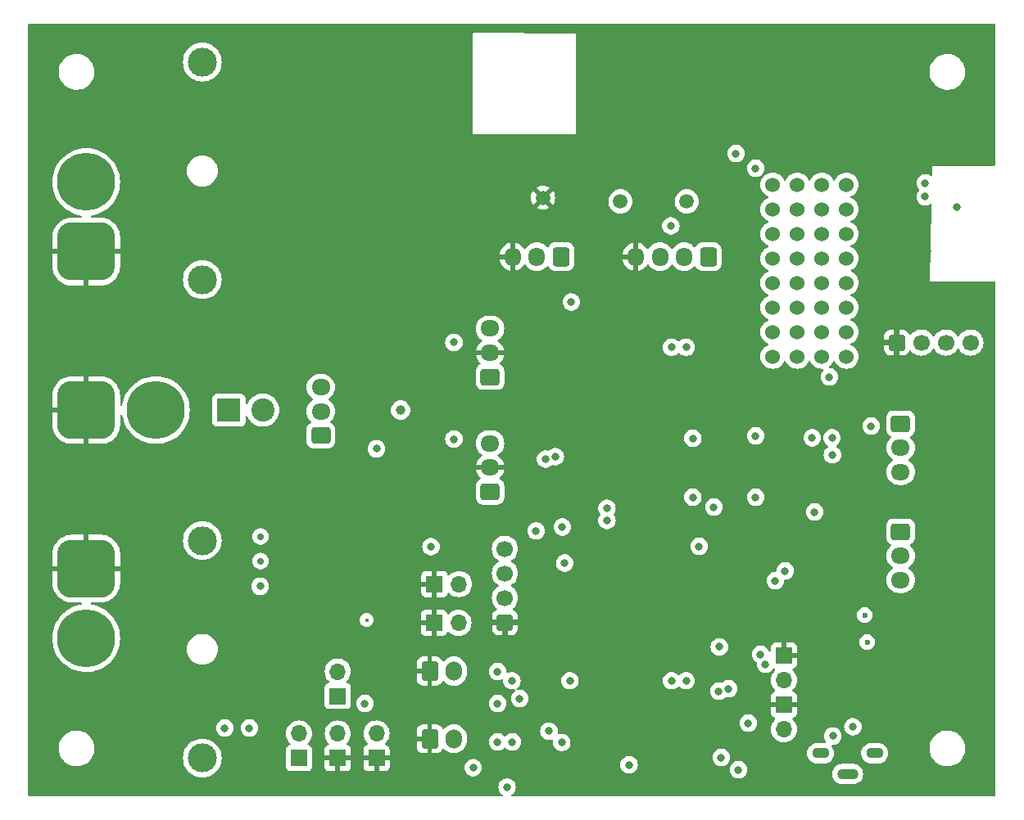
<source format=gbr>
%TF.GenerationSoftware,KiCad,Pcbnew,7.0.6*%
%TF.CreationDate,2023-08-13T13:48:50+02:00*%
%TF.ProjectId,Nice-Buoy-V1_0,4e696365-2d42-4756-9f79-2d56315f302e,rev?*%
%TF.SameCoordinates,Original*%
%TF.FileFunction,Copper,L2,Inr*%
%TF.FilePolarity,Positive*%
%FSLAX46Y46*%
G04 Gerber Fmt 4.6, Leading zero omitted, Abs format (unit mm)*
G04 Created by KiCad (PCBNEW 7.0.6) date 2023-08-13 13:48:50*
%MOMM*%
%LPD*%
G01*
G04 APERTURE LIST*
G04 Aperture macros list*
%AMRoundRect*
0 Rectangle with rounded corners*
0 $1 Rounding radius*
0 $2 $3 $4 $5 $6 $7 $8 $9 X,Y pos of 4 corners*
0 Add a 4 corners polygon primitive as box body*
4,1,4,$2,$3,$4,$5,$6,$7,$8,$9,$2,$3,0*
0 Add four circle primitives for the rounded corners*
1,1,$1+$1,$2,$3*
1,1,$1+$1,$4,$5*
1,1,$1+$1,$6,$7*
1,1,$1+$1,$8,$9*
0 Add four rect primitives between the rounded corners*
20,1,$1+$1,$2,$3,$4,$5,0*
20,1,$1+$1,$4,$5,$6,$7,0*
20,1,$1+$1,$6,$7,$8,$9,0*
20,1,$1+$1,$8,$9,$2,$3,0*%
G04 Aperture macros list end*
%TA.AperFunction,ComponentPad*%
%ADD10O,1.950000X1.700000*%
%TD*%
%TA.AperFunction,ComponentPad*%
%ADD11RoundRect,0.250000X-0.725000X0.600000X-0.725000X-0.600000X0.725000X-0.600000X0.725000X0.600000X0*%
%TD*%
%TA.AperFunction,ComponentPad*%
%ADD12C,0.700000*%
%TD*%
%TA.AperFunction,ComponentPad*%
%ADD13C,1.000000*%
%TD*%
%TA.AperFunction,ComponentPad*%
%ADD14RoundRect,1.500000X1.500000X-1.500000X1.500000X1.500000X-1.500000X1.500000X-1.500000X-1.500000X0*%
%TD*%
%TA.AperFunction,ComponentPad*%
%ADD15C,6.000000*%
%TD*%
%TA.AperFunction,ComponentPad*%
%ADD16R,1.700000X1.700000*%
%TD*%
%TA.AperFunction,ComponentPad*%
%ADD17O,1.700000X1.700000*%
%TD*%
%TA.AperFunction,ComponentPad*%
%ADD18RoundRect,0.250000X0.725000X-0.600000X0.725000X0.600000X-0.725000X0.600000X-0.725000X-0.600000X0*%
%TD*%
%TA.AperFunction,ComponentPad*%
%ADD19C,1.524000*%
%TD*%
%TA.AperFunction,ComponentPad*%
%ADD20RoundRect,0.206250X0.618750X-0.618750X0.618750X0.618750X-0.618750X0.618750X-0.618750X-0.618750X0*%
%TD*%
%TA.AperFunction,ComponentPad*%
%ADD21C,1.700000*%
%TD*%
%TA.AperFunction,ComponentPad*%
%ADD22RoundRect,1.500000X-1.500000X-1.500000X1.500000X-1.500000X1.500000X1.500000X-1.500000X1.500000X0*%
%TD*%
%TA.AperFunction,ComponentPad*%
%ADD23RoundRect,1.500000X-1.500000X1.500000X-1.500000X-1.500000X1.500000X-1.500000X1.500000X1.500000X0*%
%TD*%
%TA.AperFunction,ComponentPad*%
%ADD24C,1.500000*%
%TD*%
%TA.AperFunction,ComponentPad*%
%ADD25C,3.000000*%
%TD*%
%TA.AperFunction,ComponentPad*%
%ADD26RoundRect,0.250000X0.600000X0.725000X-0.600000X0.725000X-0.600000X-0.725000X0.600000X-0.725000X0*%
%TD*%
%TA.AperFunction,ComponentPad*%
%ADD27O,1.700000X1.950000*%
%TD*%
%TA.AperFunction,ComponentPad*%
%ADD28RoundRect,0.206250X-0.618750X-0.618750X0.618750X-0.618750X0.618750X0.618750X-0.618750X0.618750X0*%
%TD*%
%TA.AperFunction,ComponentPad*%
%ADD29R,2.400000X2.400000*%
%TD*%
%TA.AperFunction,ComponentPad*%
%ADD30C,2.400000*%
%TD*%
%TA.AperFunction,ComponentPad*%
%ADD31O,1.800000X1.100000*%
%TD*%
%TA.AperFunction,ComponentPad*%
%ADD32O,2.200000X1.100000*%
%TD*%
%TA.AperFunction,ComponentPad*%
%ADD33RoundRect,0.250000X-0.600000X-0.750000X0.600000X-0.750000X0.600000X0.750000X-0.600000X0.750000X0*%
%TD*%
%TA.AperFunction,ComponentPad*%
%ADD34O,1.700000X2.000000*%
%TD*%
%TA.AperFunction,ViaPad*%
%ADD35C,0.800000*%
%TD*%
%TA.AperFunction,ViaPad*%
%ADD36C,0.450000*%
%TD*%
%TA.AperFunction,ViaPad*%
%ADD37C,0.600000*%
%TD*%
G04 APERTURE END LIST*
D10*
%TO.N,Net-(J104-Pin_3)*%
%TO.C,J105*%
X134680000Y-92958000D03*
%TO.N,Net-(J105-Pin_2)*%
X134680000Y-90458000D03*
D11*
%TO.N,Net-(J104-Pin_1)*%
X134680000Y-87958000D03*
%TD*%
D10*
%TO.N,Net-(J104-Pin_3)*%
%TO.C,J104*%
X134680000Y-81782000D03*
%TO.N,Net-(J104-Pin_2)*%
X134680000Y-79282000D03*
D11*
%TO.N,Net-(J104-Pin_1)*%
X134680000Y-76782000D03*
%TD*%
D12*
%TO.N,Net-(U701-GPB4)*%
%TO.C,TP702*%
X68538400Y-88466000D03*
%TD*%
D13*
%TO.N,/Accumonitor/Vbatt*%
%TO.C,TP701*%
X83010000Y-75390000D03*
%TD*%
D14*
%TO.N,GND*%
%TO.C,J202*%
X50510000Y-58990000D03*
D15*
%TO.N,Net-(J202-Pin_2)*%
X50510000Y-51790000D03*
%TD*%
D16*
%TO.N,Net-(J708-Pin_1)*%
%TO.C,J708*%
X72510000Y-111390000D03*
D17*
%TO.N,Net-(J708-Pin_2)*%
X72510000Y-108850000D03*
%TD*%
D18*
%TO.N,Net-(J402-Pin_1)*%
%TO.C,J402*%
X92245000Y-83814000D03*
D10*
%TO.N,GND*%
X92245000Y-81314000D03*
%TO.N,unconnected-(J402-Pin_3-Pad3)*%
X92245000Y-78814000D03*
%TD*%
D19*
%TO.N,unconnected-(TP1-Pad1)*%
%TO.C,TP1*%
X121450000Y-52080000D03*
%TO.N,N/C*%
X123990000Y-52080000D03*
X126530000Y-52080000D03*
X129070000Y-52080000D03*
X121450000Y-54620000D03*
X123990000Y-54620000D03*
X126530000Y-54620000D03*
X129070000Y-54620000D03*
X121450000Y-57160000D03*
X123990000Y-57160000D03*
X126530000Y-57160000D03*
X129070000Y-57160000D03*
X121450000Y-59700000D03*
X123990000Y-59700000D03*
X126530000Y-59700000D03*
X129070000Y-59700000D03*
%TD*%
D20*
%TO.N,GND*%
%TO.C,J901*%
X93786000Y-97356000D03*
D21*
%TO.N,+3.3V*%
X93786000Y-94816000D03*
%TO.N,/CPU/SCL_DISP*%
X93786000Y-92276000D03*
%TO.N,/CPU/SDA_DISP*%
X93786000Y-89736000D03*
%TD*%
D18*
%TO.N,/Accumonitor/GREEN*%
%TO.C,J709*%
X74760000Y-78012000D03*
D10*
%TO.N,+28V*%
X74760000Y-75512000D03*
%TO.N,/Accumonitor/RED*%
X74760000Y-73012000D03*
%TD*%
D22*
%TO.N,GND*%
%TO.C,J201*%
X50510000Y-75390000D03*
D15*
%TO.N,/PSU/ACC*%
X57710000Y-75390000D03*
%TD*%
D23*
%TO.N,GND*%
%TO.C,J203*%
X50510000Y-91790000D03*
D15*
%TO.N,Net-(J203-Pin_2)*%
X50510000Y-98990000D03*
%TD*%
D24*
%TO.N,+3.3V*%
%TO.C,TP202*%
X112582000Y-53795000D03*
%TD*%
D25*
%TO.N,Net-(J202-Pin_2)*%
%TO.C,F201*%
X62510000Y-39390000D03*
%TO.N,/PSU/POWER*%
X62510000Y-61890000D03*
%TD*%
D16*
%TO.N,GND*%
%TO.C,SW101*%
X122615000Y-100785000D03*
D17*
%TO.N,DR0*%
X122615000Y-103325000D03*
%TD*%
D16*
%TO.N,GND*%
%TO.C,J702*%
X86445000Y-97390000D03*
D17*
%TO.N,Net-(J702-Pin_2)*%
X88985000Y-97390000D03*
%TD*%
D24*
%TO.N,GND*%
%TO.C,TP201*%
X97723000Y-53414000D03*
%TD*%
%TO.N,+5V*%
%TO.C,TP203*%
X105724000Y-53795000D03*
%TD*%
D16*
%TO.N,GND*%
%TO.C,J706*%
X80510000Y-111390000D03*
D17*
%TO.N,SW2*%
X80510000Y-108850000D03*
%TD*%
D26*
%TO.N,Net-(J103-Pin_1)*%
%TO.C,J103*%
X99588000Y-59527000D03*
D27*
%TO.N,+5V*%
X97088000Y-59527000D03*
%TO.N,GND*%
X94588000Y-59527000D03*
%TD*%
D18*
%TO.N,Net-(J401-Pin_1)*%
%TO.C,J401*%
X92245000Y-71956000D03*
D10*
%TO.N,GND*%
X92245000Y-69456000D03*
%TO.N,unconnected-(J401-Pin_3-Pad3)*%
X92245000Y-66956000D03*
%TD*%
D16*
%TO.N,GND*%
%TO.C,J705*%
X76510000Y-111390000D03*
D17*
%TO.N,SW3*%
X76510000Y-108850000D03*
%TD*%
D28*
%TO.N,GND*%
%TO.C,J102*%
X134273600Y-68400000D03*
D21*
%TO.N,+3.3V*%
X136813600Y-68400000D03*
%TO.N,/CPU/SCL*%
X139353600Y-68400000D03*
%TO.N,/CPU/SDA*%
X141893600Y-68400000D03*
%TD*%
D29*
%TO.N,/PSU/ACC*%
%TO.C,SW201*%
X65260000Y-75390000D03*
D30*
%TO.N,/PSU/POWER*%
X68760000Y-75390000D03*
%TD*%
D16*
%TO.N,GND*%
%TO.C,SW102*%
X122615000Y-105865000D03*
D17*
%TO.N,EN*%
X122615000Y-108405000D03*
%TD*%
D25*
%TO.N,Net-(J203-Pin_2)*%
%TO.C,F202*%
X62510000Y-111390000D03*
%TO.N,/PSU/POWER*%
X62510000Y-88890000D03*
%TD*%
D16*
%TO.N,GND*%
%TO.C,J703*%
X86510000Y-93390000D03*
D17*
%TO.N,Net-(J703-Pin_2)*%
X89050000Y-93390000D03*
%TD*%
D16*
%TO.N,Net-(J707-Pin_1)*%
%TO.C,J707*%
X76514000Y-104976000D03*
D17*
%TO.N,Net-(J707-Pin_2)*%
X76514000Y-102436000D03*
%TD*%
D31*
%TO.N,unconnected-(J101-Shield-Pad6)*%
%TO.C,J101*%
X126410000Y-110890000D03*
D32*
X129210000Y-113040000D03*
D31*
X132010000Y-110890000D03*
%TD*%
D19*
%TO.N,unconnected-(TP2-Pad1)*%
%TO.C,TP2*%
X121450000Y-62224000D03*
%TO.N,N/C*%
X123990000Y-62224000D03*
X126530000Y-62224000D03*
X129070000Y-62224000D03*
X121450000Y-64764000D03*
X123990000Y-64764000D03*
X126530000Y-64764000D03*
X129070000Y-64764000D03*
X121450000Y-67304000D03*
X123990000Y-67304000D03*
X126530000Y-67304000D03*
X129070000Y-67304000D03*
X121450000Y-69844000D03*
X123990000Y-69844000D03*
X126530000Y-69844000D03*
X129070000Y-69844000D03*
%TD*%
D33*
%TO.N,GND*%
%TO.C,J701*%
X86010000Y-102390000D03*
D34*
%TO.N,Net-(J701-Pin_2)*%
X88510000Y-102390000D03*
%TD*%
D12*
%TO.N,Net-(U701-GPB5)*%
%TO.C,TP703*%
X68538400Y-91006000D03*
%TD*%
D26*
%TO.N,/CPU/GPSRX*%
%TO.C,J501*%
X114808000Y-59527000D03*
D27*
%TO.N,/CPU/GPSTX*%
X112308000Y-59527000D03*
%TO.N,/GPS/Vext*%
X109808000Y-59527000D03*
%TO.N,GND*%
X107308000Y-59527000D03*
%TD*%
D33*
%TO.N,GND*%
%TO.C,J704*%
X86010000Y-109390000D03*
D34*
%TO.N,SW1*%
X88510000Y-109390000D03*
%TD*%
D35*
%TO.N,GND*%
X106359000Y-103071000D03*
X106359000Y-109294000D03*
X109407000Y-106373000D03*
X103311000Y-106373000D03*
%TO.N,Net-(U103-GPIO36)*%
X116900000Y-104214000D03*
X122742000Y-92022000D03*
%TO.N,Net-(U103-GPIO39)*%
X115884000Y-104468000D03*
X121726000Y-93038000D03*
%TO.N,+3.3V*%
X125790000Y-85926000D03*
%TO.N,GND*%
X129346000Y-93546000D03*
X130870000Y-79523000D03*
%TO.N,+5V*%
X110931000Y-56335000D03*
%TO.N,GND*%
X132063800Y-112469000D03*
X81510000Y-37390000D03*
X122693000Y-81862000D03*
D36*
X79507000Y-98372000D03*
D35*
X74990000Y-82370000D03*
X127510000Y-42390000D03*
X71688000Y-105230000D03*
X66510000Y-49390000D03*
X106510000Y-41390000D03*
D37*
X79880000Y-40386000D03*
X70550000Y-59105000D03*
X91564000Y-50292000D03*
D35*
X67370000Y-103960000D03*
X108510000Y-39390000D03*
X129383500Y-74242000D03*
X123510000Y-42390000D03*
X119510000Y-40390000D03*
X103311000Y-109294000D03*
X128510000Y-37390000D03*
X123510000Y-44390000D03*
D37*
X79880000Y-41656000D03*
X113729000Y-50556000D03*
D35*
X121510000Y-44390000D03*
X129600000Y-80846000D03*
X119510000Y-42390000D03*
X119465400Y-90929800D03*
X123510000Y-46390000D03*
X119510000Y-38390000D03*
X70510000Y-40390000D03*
D37*
X104729000Y-44056000D03*
D35*
X72510000Y-44390000D03*
X71510000Y-49390000D03*
D37*
X70550000Y-56057000D03*
X110360000Y-42291000D03*
X81531000Y-43561000D03*
X87760000Y-37140000D03*
X117091000Y-45847000D03*
D35*
X78510000Y-39390000D03*
X126510000Y-37390000D03*
X79562000Y-82370000D03*
D37*
X73911000Y-43307000D03*
D35*
X80510000Y-44390000D03*
X76510000Y-44390000D03*
X83510000Y-37390000D03*
X129510000Y-42390000D03*
X76510000Y-37390000D03*
X118950097Y-104989539D03*
D36*
X112951000Y-113727000D03*
D35*
X134018000Y-98118000D03*
D37*
X72260000Y-40640000D03*
D35*
X72510000Y-37390000D03*
X129510000Y-40390000D03*
X70510000Y-42390000D03*
X129510000Y-38390000D03*
X118510000Y-37390000D03*
D37*
X117218000Y-38735000D03*
D35*
X109407000Y-103071000D03*
X129510000Y-46390000D03*
X124510000Y-37390000D03*
X84510000Y-82390000D03*
X137441945Y-58918205D03*
X70510000Y-37390000D03*
X116510000Y-37390000D03*
X127510000Y-40390000D03*
X78510000Y-46390000D03*
D37*
X94739000Y-50292000D03*
D35*
X77510000Y-47390000D03*
X120510000Y-37390000D03*
D37*
X101089000Y-50292000D03*
X113789000Y-38481000D03*
D35*
X118932000Y-87958000D03*
D37*
X79880000Y-39116000D03*
D35*
X108510000Y-43390000D03*
X101154000Y-92530000D03*
X103311000Y-103071000D03*
X74510000Y-37390000D03*
X115376000Y-89482000D03*
X83905400Y-39850400D03*
X123510000Y-38390000D03*
X125510000Y-38390000D03*
X126298000Y-100658000D03*
D37*
X97914000Y-50292000D03*
D35*
X135647000Y-55852400D03*
X121510000Y-38390000D03*
D37*
X73090000Y-57581000D03*
D35*
X108510000Y-41390000D03*
D37*
X110487000Y-45847000D03*
X81531000Y-45847000D03*
D35*
X88510000Y-82390000D03*
X79510000Y-49390000D03*
X110804000Y-94308000D03*
X70510000Y-44390000D03*
D37*
X75689000Y-40767000D03*
D35*
X127822000Y-97102000D03*
X125510000Y-48390000D03*
X122742000Y-78052000D03*
X74510000Y-44390000D03*
X125510000Y-44390000D03*
X109280000Y-109167000D03*
X79993800Y-45616200D03*
X110550000Y-97610000D03*
X78510000Y-42390000D03*
X127510000Y-38390000D03*
X106510000Y-39390000D03*
D37*
X83182000Y-48133000D03*
X84510000Y-37890000D03*
D35*
X84510000Y-72390000D03*
X127510000Y-46390000D03*
X121510000Y-42390000D03*
X110510000Y-37390000D03*
X78510000Y-71390000D03*
X122510000Y-37390000D03*
X129510000Y-44390000D03*
X108510000Y-37390000D03*
X112510000Y-37390000D03*
X105597000Y-67384000D03*
D36*
X98002404Y-113727000D03*
D35*
X120964000Y-114120000D03*
X77504600Y-49400800D03*
D37*
X83182000Y-40513000D03*
D35*
X106510000Y-37390000D03*
X83067200Y-42517400D03*
X130514400Y-109675000D03*
X68132000Y-97356000D03*
X127668000Y-103960000D03*
D37*
X79245000Y-48133000D03*
D35*
X123510000Y-48390000D03*
X123510000Y-40390000D03*
X125536000Y-80289000D03*
X99122000Y-75512000D03*
X127510000Y-48390000D03*
D37*
X113783000Y-46355000D03*
X83182000Y-39243000D03*
D35*
X66510000Y-37390000D03*
X83510000Y-49390000D03*
X121510000Y-40390000D03*
X142808000Y-49604000D03*
X130462000Y-103198000D03*
X129510000Y-48390000D03*
X125510000Y-40390000D03*
X106510000Y-43390000D03*
X122996000Y-87958000D03*
X121510000Y-46390000D03*
X125510000Y-42390000D03*
X83372000Y-46657600D03*
X114510000Y-37390000D03*
D37*
X68010000Y-57581000D03*
D35*
X127510000Y-44390000D03*
X101154000Y-72718000D03*
D37*
X106729000Y-44056000D03*
D35*
X99670000Y-89367913D03*
X125510000Y-46390000D03*
X76285400Y-48384800D03*
D37*
X110487000Y-38735000D03*
X83055000Y-41656000D03*
D35*
X78510000Y-44390000D03*
X142808000Y-62558000D03*
D37*
X117218000Y-42341000D03*
D35*
X83510000Y-45390000D03*
D36*
X95448995Y-113727005D03*
%TO.N,+3.3V*%
X79507000Y-97102000D03*
D35*
X113852000Y-89482000D03*
X93024000Y-102436000D03*
X119694000Y-84402000D03*
X117662000Y-48842000D03*
X137220010Y-51890000D03*
X119694000Y-50366000D03*
X88510000Y-68390000D03*
X119694000Y-78052000D03*
X99954580Y-91203531D03*
X93023992Y-105738000D03*
X79308000Y-105738000D03*
X80510000Y-79390000D03*
X131632000Y-77036000D03*
X115376000Y-85418000D03*
X118932000Y-107770000D03*
X115946000Y-99890000D03*
X137220014Y-53312400D03*
X93024000Y-109725800D03*
X125536000Y-78257000D03*
X117916000Y-112596000D03*
X100644000Y-64209000D03*
X68483025Y-93616975D03*
X86142254Y-89512204D03*
X88510000Y-78390000D03*
%TO.N,+28V*%
X67370000Y-108278000D03*
X64830000Y-108278000D03*
%TO.N,/CPU/GPSRX*%
X111010000Y-68890000D03*
X111010000Y-103390000D03*
%TO.N,/CPU/GPSTX*%
X112510000Y-68890000D03*
X112510000Y-103390000D03*
%TO.N,/CPU/ESC_BB*%
X98993000Y-80211000D03*
X104327000Y-85545000D03*
%TO.N,/CPU/ESC_SB*%
X104327000Y-86815000D03*
X97977000Y-80465000D03*
%TO.N,/CPU/LEDS*%
X100510000Y-103390000D03*
X94510000Y-103390000D03*
%TO.N,DR0*%
X106613000Y-112088000D03*
%TO.N,EN*%
X116138000Y-111326000D03*
%TO.N,/CPU/RADIO_6*%
X113210000Y-84402000D03*
X113210000Y-78306014D03*
%TO.N,/CPU/RADIO_4*%
X99710000Y-87481995D03*
X97010000Y-87890004D03*
%TO.N,RX*%
X98332600Y-108608200D03*
X120710000Y-101674000D03*
%TO.N,TX*%
X99664600Y-109776923D03*
X120202000Y-100658000D03*
%TO.N,Net-(D101-A)*%
X127668000Y-109116200D03*
X129752400Y-108151000D03*
D37*
%TO.N,Net-(U102-~{RSTb})*%
X131224000Y-99388000D03*
X130970000Y-96594000D03*
D35*
%TO.N,/Accumonitor/Vbatt*%
X94010000Y-114390000D03*
X90510000Y-112390000D03*
%TO.N,/CPU/SCL*%
X140473000Y-54379190D03*
X94536000Y-109725800D03*
X127598549Y-78254368D03*
%TO.N,/CPU/SDA*%
X95309996Y-105230004D03*
X127630000Y-80018435D03*
X127314000Y-71956000D03*
%TD*%
%TA.AperFunction,Conductor*%
%TO.N,GND*%
G36*
X144442539Y-35420185D02*
G01*
X144488294Y-35472989D01*
X144499500Y-35524500D01*
X144499500Y-49988000D01*
X144479815Y-50055039D01*
X144427011Y-50100794D01*
X144375500Y-50112000D01*
X137982000Y-50112000D01*
X137961511Y-51074948D01*
X137940405Y-51141553D01*
X137886639Y-51186175D01*
X137817285Y-51194645D01*
X137764654Y-51172628D01*
X137672744Y-51105851D01*
X137672739Y-51105848D01*
X137499817Y-51028857D01*
X137499812Y-51028855D01*
X137354010Y-50997865D01*
X137314656Y-50989500D01*
X137125364Y-50989500D01*
X137092907Y-50996398D01*
X136940207Y-51028855D01*
X136940202Y-51028857D01*
X136767280Y-51105848D01*
X136767275Y-51105851D01*
X136614139Y-51217111D01*
X136487476Y-51357785D01*
X136392831Y-51521715D01*
X136392828Y-51521722D01*
X136334337Y-51701740D01*
X136334336Y-51701744D01*
X136314550Y-51890000D01*
X136334336Y-52078256D01*
X136334337Y-52078259D01*
X136392828Y-52258277D01*
X136392831Y-52258284D01*
X136487477Y-52422216D01*
X136507650Y-52444620D01*
X136573928Y-52518229D01*
X136604158Y-52581220D01*
X136595533Y-52650555D01*
X136573929Y-52684172D01*
X136487480Y-52780185D01*
X136392835Y-52944115D01*
X136392832Y-52944122D01*
X136348553Y-53080401D01*
X136334340Y-53124144D01*
X136314554Y-53312400D01*
X136334340Y-53500656D01*
X136334341Y-53500659D01*
X136392832Y-53680677D01*
X136392835Y-53680684D01*
X136487481Y-53844616D01*
X136538654Y-53901449D01*
X136614143Y-53985288D01*
X136767279Y-54096548D01*
X136767284Y-54096551D01*
X136940206Y-54173542D01*
X136940211Y-54173544D01*
X137125368Y-54212900D01*
X137125369Y-54212900D01*
X137314658Y-54212900D01*
X137314660Y-54212900D01*
X137499817Y-54173544D01*
X137672744Y-54096551D01*
X137698572Y-54077785D01*
X137764377Y-54054305D01*
X137832431Y-54070130D01*
X137881127Y-54120235D01*
X137895430Y-54180741D01*
X137728000Y-62050000D01*
X144375500Y-62050000D01*
X144442539Y-62069685D01*
X144488294Y-62122489D01*
X144499500Y-62174000D01*
X144499500Y-115255500D01*
X144479815Y-115322539D01*
X144427011Y-115368294D01*
X144375500Y-115379500D01*
X94561724Y-115379500D01*
X94494685Y-115359815D01*
X94448930Y-115307011D01*
X94438986Y-115237853D01*
X94468011Y-115174297D01*
X94488839Y-115155182D01*
X94518597Y-115133561D01*
X94615871Y-115062888D01*
X94742533Y-114922216D01*
X94837179Y-114758284D01*
X94895674Y-114578256D01*
X94915460Y-114390000D01*
X94895674Y-114201744D01*
X94837179Y-114021716D01*
X94742533Y-113857784D01*
X94615871Y-113717112D01*
X94615870Y-113717111D01*
X94462734Y-113605851D01*
X94462729Y-113605848D01*
X94289807Y-113528857D01*
X94289802Y-113528855D01*
X94137579Y-113496500D01*
X94104646Y-113489500D01*
X93915354Y-113489500D01*
X93882897Y-113496398D01*
X93730197Y-113528855D01*
X93730192Y-113528857D01*
X93557270Y-113605848D01*
X93557265Y-113605851D01*
X93404129Y-113717111D01*
X93277466Y-113857785D01*
X93182821Y-114021715D01*
X93182818Y-114021722D01*
X93124327Y-114201740D01*
X93124326Y-114201744D01*
X93104540Y-114390000D01*
X93124326Y-114578256D01*
X93124327Y-114578259D01*
X93182818Y-114758277D01*
X93182821Y-114758284D01*
X93277467Y-114922216D01*
X93404128Y-115062888D01*
X93404129Y-115062888D01*
X93531161Y-115155182D01*
X93573827Y-115210512D01*
X93579806Y-115280125D01*
X93547200Y-115341920D01*
X93486362Y-115376277D01*
X93458276Y-115379500D01*
X89467789Y-115379500D01*
X44644419Y-115350263D01*
X44577393Y-115330535D01*
X44531672Y-115277701D01*
X44520500Y-115226263D01*
X44520500Y-110457763D01*
X47655787Y-110457763D01*
X47685413Y-110727013D01*
X47685415Y-110727024D01*
X47747643Y-110965048D01*
X47753928Y-110989088D01*
X47859870Y-111238390D01*
X47952397Y-111390000D01*
X48000979Y-111469605D01*
X48000986Y-111469615D01*
X48174253Y-111677819D01*
X48174259Y-111677824D01*
X48279240Y-111771887D01*
X48375998Y-111858582D01*
X48601910Y-112008044D01*
X48847176Y-112123020D01*
X48847183Y-112123022D01*
X48847185Y-112123023D01*
X49106557Y-112201057D01*
X49106564Y-112201058D01*
X49106569Y-112201060D01*
X49374561Y-112240500D01*
X49374566Y-112240500D01*
X49577636Y-112240500D01*
X49629133Y-112236730D01*
X49780156Y-112225677D01*
X49892758Y-112200593D01*
X50044546Y-112166782D01*
X50044548Y-112166781D01*
X50044553Y-112166780D01*
X50297558Y-112070014D01*
X50533777Y-111937441D01*
X50748177Y-111771888D01*
X50936186Y-111576881D01*
X51069888Y-111390001D01*
X60504390Y-111390001D01*
X60524804Y-111675433D01*
X60585628Y-111955037D01*
X60585630Y-111955043D01*
X60585631Y-111955046D01*
X60677645Y-112201744D01*
X60685635Y-112223166D01*
X60822770Y-112474309D01*
X60822775Y-112474317D01*
X60994254Y-112703387D01*
X60994270Y-112703405D01*
X61196594Y-112905729D01*
X61196612Y-112905745D01*
X61425682Y-113077224D01*
X61425690Y-113077229D01*
X61676833Y-113214364D01*
X61676832Y-113214364D01*
X61676836Y-113214365D01*
X61676839Y-113214367D01*
X61944954Y-113314369D01*
X61944960Y-113314370D01*
X61944962Y-113314371D01*
X62224566Y-113375195D01*
X62224568Y-113375195D01*
X62224572Y-113375196D01*
X62478220Y-113393337D01*
X62509999Y-113395610D01*
X62510000Y-113395610D01*
X62510001Y-113395610D01*
X62538595Y-113393564D01*
X62795428Y-113375196D01*
X63075046Y-113314369D01*
X63343161Y-113214367D01*
X63594315Y-113077226D01*
X63823395Y-112905739D01*
X64025739Y-112703395D01*
X64197226Y-112474315D01*
X64334367Y-112223161D01*
X64434369Y-111955046D01*
X64455433Y-111858216D01*
X64495195Y-111675433D01*
X64495195Y-111675432D01*
X64495196Y-111675428D01*
X64515610Y-111390000D01*
X64495196Y-111104572D01*
X64493316Y-111095932D01*
X64434371Y-110824962D01*
X64434370Y-110824960D01*
X64434369Y-110824954D01*
X64334367Y-110556839D01*
X64326181Y-110541848D01*
X64197229Y-110305690D01*
X64197224Y-110305682D01*
X64025745Y-110076612D01*
X64025729Y-110076594D01*
X63823405Y-109874270D01*
X63823387Y-109874254D01*
X63594317Y-109702775D01*
X63594309Y-109702770D01*
X63343166Y-109565635D01*
X63343167Y-109565635D01*
X63173080Y-109502196D01*
X63075046Y-109465631D01*
X63075043Y-109465630D01*
X63075037Y-109465628D01*
X62795433Y-109404804D01*
X62510001Y-109384390D01*
X62509999Y-109384390D01*
X62224566Y-109404804D01*
X61944962Y-109465628D01*
X61676833Y-109565635D01*
X61425690Y-109702770D01*
X61425682Y-109702775D01*
X61196612Y-109874254D01*
X61196594Y-109874270D01*
X60994270Y-110076594D01*
X60994254Y-110076612D01*
X60822775Y-110305682D01*
X60822770Y-110305690D01*
X60685635Y-110556833D01*
X60585628Y-110824962D01*
X60524804Y-111104566D01*
X60504390Y-111389998D01*
X60504390Y-111390001D01*
X51069888Y-111390001D01*
X51093799Y-111356579D01*
X51206312Y-111137740D01*
X51217649Y-111115690D01*
X51217651Y-111115684D01*
X51217656Y-111115675D01*
X51305118Y-110859305D01*
X51354319Y-110592933D01*
X51364212Y-110322235D01*
X51334586Y-110052982D01*
X51266072Y-109790912D01*
X51160130Y-109541610D01*
X51019018Y-109310390D01*
X50990727Y-109276395D01*
X50845746Y-109102180D01*
X50845740Y-109102175D01*
X50644002Y-108921418D01*
X50418092Y-108771957D01*
X50418090Y-108771956D01*
X50172824Y-108656980D01*
X50172819Y-108656978D01*
X50172814Y-108656976D01*
X49913442Y-108578942D01*
X49913428Y-108578939D01*
X49797791Y-108561921D01*
X49645439Y-108539500D01*
X49442369Y-108539500D01*
X49442364Y-108539500D01*
X49239844Y-108554323D01*
X49239831Y-108554325D01*
X48975453Y-108613217D01*
X48975446Y-108613220D01*
X48722439Y-108709987D01*
X48486226Y-108842557D01*
X48486224Y-108842558D01*
X48486223Y-108842559D01*
X48457606Y-108864656D01*
X48271822Y-109008112D01*
X48083822Y-109203109D01*
X48083816Y-109203116D01*
X47926202Y-109423419D01*
X47926199Y-109423424D01*
X47802350Y-109664309D01*
X47802343Y-109664327D01*
X47714884Y-109920685D01*
X47714881Y-109920699D01*
X47706665Y-109965179D01*
X47666468Y-110182809D01*
X47665681Y-110187068D01*
X47665680Y-110187075D01*
X47655787Y-110457763D01*
X44520500Y-110457763D01*
X44520500Y-108278000D01*
X63924540Y-108278000D01*
X63944326Y-108466256D01*
X63944327Y-108466259D01*
X64002818Y-108646277D01*
X64002821Y-108646284D01*
X64097467Y-108810216D01*
X64203470Y-108927944D01*
X64224129Y-108950888D01*
X64377265Y-109062148D01*
X64377270Y-109062151D01*
X64550192Y-109139142D01*
X64550197Y-109139144D01*
X64735354Y-109178500D01*
X64735355Y-109178500D01*
X64924644Y-109178500D01*
X64924646Y-109178500D01*
X65109803Y-109139144D01*
X65282730Y-109062151D01*
X65435871Y-108950888D01*
X65562533Y-108810216D01*
X65657179Y-108646284D01*
X65715674Y-108466256D01*
X65735460Y-108278000D01*
X66464540Y-108278000D01*
X66484326Y-108466256D01*
X66484327Y-108466259D01*
X66542818Y-108646277D01*
X66542821Y-108646284D01*
X66637467Y-108810216D01*
X66743470Y-108927944D01*
X66764129Y-108950888D01*
X66917265Y-109062148D01*
X66917270Y-109062151D01*
X67090192Y-109139142D01*
X67090197Y-109139144D01*
X67275354Y-109178500D01*
X67275355Y-109178500D01*
X67464644Y-109178500D01*
X67464646Y-109178500D01*
X67649803Y-109139144D01*
X67822730Y-109062151D01*
X67975871Y-108950888D01*
X68066711Y-108850000D01*
X71154341Y-108850000D01*
X71174936Y-109085403D01*
X71174938Y-109085413D01*
X71236094Y-109313655D01*
X71236096Y-109313659D01*
X71236097Y-109313663D01*
X71315749Y-109484477D01*
X71335965Y-109527830D01*
X71335967Y-109527834D01*
X71414507Y-109640000D01*
X71471501Y-109721396D01*
X71471506Y-109721402D01*
X71593430Y-109843326D01*
X71626915Y-109904649D01*
X71621931Y-109974341D01*
X71580059Y-110030274D01*
X71549083Y-110047189D01*
X71417669Y-110096203D01*
X71417664Y-110096206D01*
X71302455Y-110182452D01*
X71302452Y-110182455D01*
X71216206Y-110297664D01*
X71216202Y-110297671D01*
X71165908Y-110432517D01*
X71160154Y-110486043D01*
X71159501Y-110492123D01*
X71159500Y-110492135D01*
X71159500Y-112287870D01*
X71159501Y-112287876D01*
X71165908Y-112347483D01*
X71216202Y-112482328D01*
X71216206Y-112482335D01*
X71302452Y-112597544D01*
X71302455Y-112597547D01*
X71417664Y-112683793D01*
X71417671Y-112683797D01*
X71552517Y-112734091D01*
X71552516Y-112734091D01*
X71559444Y-112734835D01*
X71612127Y-112740500D01*
X73407872Y-112740499D01*
X73467483Y-112734091D01*
X73602331Y-112683796D01*
X73717546Y-112597546D01*
X73803796Y-112482331D01*
X73854091Y-112347483D01*
X73860500Y-112287873D01*
X73860499Y-110492128D01*
X73854091Y-110432517D01*
X73853499Y-110430931D01*
X73803797Y-110297671D01*
X73803793Y-110297664D01*
X73717547Y-110182455D01*
X73717544Y-110182452D01*
X73602335Y-110096206D01*
X73602328Y-110096202D01*
X73470917Y-110047189D01*
X73414983Y-110005318D01*
X73390566Y-109939853D01*
X73405418Y-109871580D01*
X73426563Y-109843332D01*
X73548495Y-109721401D01*
X73684035Y-109527830D01*
X73783903Y-109313663D01*
X73845063Y-109085408D01*
X73865659Y-108850000D01*
X75154341Y-108850000D01*
X75174936Y-109085403D01*
X75174938Y-109085413D01*
X75236094Y-109313655D01*
X75236096Y-109313659D01*
X75236097Y-109313663D01*
X75315749Y-109484477D01*
X75335965Y-109527830D01*
X75335967Y-109527834D01*
X75414507Y-109640000D01*
X75471501Y-109721396D01*
X75471506Y-109721402D01*
X75593818Y-109843714D01*
X75627303Y-109905037D01*
X75622319Y-109974729D01*
X75580447Y-110030662D01*
X75549471Y-110047577D01*
X75417912Y-110096646D01*
X75417906Y-110096649D01*
X75302812Y-110182809D01*
X75302809Y-110182812D01*
X75216649Y-110297906D01*
X75216645Y-110297913D01*
X75166403Y-110432620D01*
X75166401Y-110432627D01*
X75160000Y-110492155D01*
X75160000Y-111140000D01*
X76076314Y-111140000D01*
X76050507Y-111180156D01*
X76010000Y-111318111D01*
X76010000Y-111461889D01*
X76050507Y-111599844D01*
X76076314Y-111640000D01*
X75160000Y-111640000D01*
X75160000Y-112287844D01*
X75166401Y-112347372D01*
X75166403Y-112347379D01*
X75216645Y-112482086D01*
X75216649Y-112482093D01*
X75302809Y-112597187D01*
X75302812Y-112597190D01*
X75417906Y-112683350D01*
X75417913Y-112683354D01*
X75552620Y-112733596D01*
X75552627Y-112733598D01*
X75612155Y-112739999D01*
X75612172Y-112740000D01*
X76260000Y-112740000D01*
X76260000Y-111825501D01*
X76367685Y-111874680D01*
X76474237Y-111890000D01*
X76545763Y-111890000D01*
X76652315Y-111874680D01*
X76760000Y-111825501D01*
X76760000Y-112740000D01*
X77407828Y-112740000D01*
X77407844Y-112739999D01*
X77467372Y-112733598D01*
X77467379Y-112733596D01*
X77602086Y-112683354D01*
X77602093Y-112683350D01*
X77717187Y-112597190D01*
X77717190Y-112597187D01*
X77803350Y-112482093D01*
X77803354Y-112482086D01*
X77853596Y-112347379D01*
X77853598Y-112347372D01*
X77859999Y-112287844D01*
X77860000Y-112287827D01*
X77860000Y-111640000D01*
X76943686Y-111640000D01*
X76969493Y-111599844D01*
X77010000Y-111461889D01*
X77010000Y-111318111D01*
X76969493Y-111180156D01*
X76943686Y-111140000D01*
X77860000Y-111140000D01*
X77860000Y-110492172D01*
X77859999Y-110492155D01*
X77853598Y-110432627D01*
X77853596Y-110432620D01*
X77803354Y-110297913D01*
X77803350Y-110297906D01*
X77717190Y-110182812D01*
X77717187Y-110182809D01*
X77602093Y-110096649D01*
X77602088Y-110096646D01*
X77470528Y-110047577D01*
X77414595Y-110005705D01*
X77390178Y-109940241D01*
X77405030Y-109871968D01*
X77426175Y-109843720D01*
X77548495Y-109721401D01*
X77684035Y-109527830D01*
X77783903Y-109313663D01*
X77845063Y-109085408D01*
X77865659Y-108850000D01*
X79154341Y-108850000D01*
X79174936Y-109085403D01*
X79174938Y-109085413D01*
X79236094Y-109313655D01*
X79236096Y-109313659D01*
X79236097Y-109313663D01*
X79315749Y-109484477D01*
X79335965Y-109527830D01*
X79335967Y-109527834D01*
X79414507Y-109640000D01*
X79471501Y-109721396D01*
X79471506Y-109721402D01*
X79593818Y-109843714D01*
X79627303Y-109905037D01*
X79622319Y-109974729D01*
X79580447Y-110030662D01*
X79549471Y-110047577D01*
X79417912Y-110096646D01*
X79417906Y-110096649D01*
X79302812Y-110182809D01*
X79302809Y-110182812D01*
X79216649Y-110297906D01*
X79216645Y-110297913D01*
X79166403Y-110432620D01*
X79166401Y-110432627D01*
X79160000Y-110492155D01*
X79160000Y-111140000D01*
X80076314Y-111140000D01*
X80050507Y-111180156D01*
X80010000Y-111318111D01*
X80010000Y-111461889D01*
X80050507Y-111599844D01*
X80076314Y-111640000D01*
X79160000Y-111640000D01*
X79160000Y-112287844D01*
X79166401Y-112347372D01*
X79166403Y-112347379D01*
X79216645Y-112482086D01*
X79216649Y-112482093D01*
X79302809Y-112597187D01*
X79302812Y-112597190D01*
X79417906Y-112683350D01*
X79417913Y-112683354D01*
X79552620Y-112733596D01*
X79552627Y-112733598D01*
X79612155Y-112739999D01*
X79612172Y-112740000D01*
X80260000Y-112740000D01*
X80260000Y-111825501D01*
X80367685Y-111874680D01*
X80474237Y-111890000D01*
X80545763Y-111890000D01*
X80652315Y-111874680D01*
X80760000Y-111825501D01*
X80760000Y-112740000D01*
X81407828Y-112740000D01*
X81407844Y-112739999D01*
X81467372Y-112733598D01*
X81467379Y-112733596D01*
X81602086Y-112683354D01*
X81602093Y-112683350D01*
X81717187Y-112597190D01*
X81717190Y-112597187D01*
X81803350Y-112482093D01*
X81803354Y-112482086D01*
X81837700Y-112390000D01*
X89604540Y-112390000D01*
X89624326Y-112578256D01*
X89624327Y-112578259D01*
X89682818Y-112758277D01*
X89682821Y-112758284D01*
X89777467Y-112922216D01*
X89904128Y-113062888D01*
X89904129Y-113062888D01*
X90057265Y-113174148D01*
X90057270Y-113174151D01*
X90230192Y-113251142D01*
X90230197Y-113251144D01*
X90415354Y-113290500D01*
X90415355Y-113290500D01*
X90604644Y-113290500D01*
X90604646Y-113290500D01*
X90789803Y-113251144D01*
X90962730Y-113174151D01*
X91115871Y-113062888D01*
X91242533Y-112922216D01*
X91337179Y-112758284D01*
X91395674Y-112578256D01*
X91415460Y-112390000D01*
X91395674Y-112201744D01*
X91358716Y-112088000D01*
X105707540Y-112088000D01*
X105727326Y-112276256D01*
X105727327Y-112276259D01*
X105785818Y-112456277D01*
X105785821Y-112456284D01*
X105880467Y-112620216D01*
X105988321Y-112740000D01*
X106007129Y-112760888D01*
X106160265Y-112872148D01*
X106160270Y-112872151D01*
X106333192Y-112949142D01*
X106333197Y-112949144D01*
X106518354Y-112988500D01*
X106518355Y-112988500D01*
X106707644Y-112988500D01*
X106707646Y-112988500D01*
X106892803Y-112949144D01*
X107065730Y-112872151D01*
X107218871Y-112760888D01*
X107345533Y-112620216D01*
X107359514Y-112596000D01*
X117010540Y-112596000D01*
X117030326Y-112784256D01*
X117030327Y-112784259D01*
X117088818Y-112964277D01*
X117088821Y-112964284D01*
X117183467Y-113128216D01*
X117261038Y-113214367D01*
X117310129Y-113268888D01*
X117463265Y-113380148D01*
X117463270Y-113380151D01*
X117636192Y-113457142D01*
X117636197Y-113457144D01*
X117821354Y-113496500D01*
X117821355Y-113496500D01*
X118010644Y-113496500D01*
X118010646Y-113496500D01*
X118195803Y-113457144D01*
X118368730Y-113380151D01*
X118521871Y-113268888D01*
X118648533Y-113128216D01*
X118699464Y-113040000D01*
X127604417Y-113040000D01*
X127624699Y-113245932D01*
X127626280Y-113251144D01*
X127684768Y-113443954D01*
X127782315Y-113626450D01*
X127782317Y-113626452D01*
X127913589Y-113786410D01*
X128000560Y-113857784D01*
X128073550Y-113917685D01*
X128256046Y-114015232D01*
X128454066Y-114075300D01*
X128454065Y-114075300D01*
X128492647Y-114079100D01*
X128608392Y-114090500D01*
X128608395Y-114090500D01*
X129811605Y-114090500D01*
X129811608Y-114090500D01*
X129965934Y-114075300D01*
X130163954Y-114015232D01*
X130346450Y-113917685D01*
X130506410Y-113786410D01*
X130637685Y-113626450D01*
X130735232Y-113443954D01*
X130795300Y-113245934D01*
X130815583Y-113040000D01*
X130795300Y-112834066D01*
X130735232Y-112636046D01*
X130637685Y-112453550D01*
X130550638Y-112347482D01*
X130506410Y-112293589D01*
X130351893Y-112166782D01*
X130346450Y-112162315D01*
X130176554Y-112071502D01*
X130163956Y-112064769D01*
X130163955Y-112064768D01*
X130163954Y-112064768D01*
X129965934Y-112004700D01*
X129965932Y-112004699D01*
X129965934Y-112004699D01*
X129846805Y-111992966D01*
X129811608Y-111989500D01*
X128608392Y-111989500D01*
X128570298Y-111993251D01*
X128454067Y-112004699D01*
X128256043Y-112064769D01*
X128171141Y-112110151D01*
X128073550Y-112162315D01*
X128073548Y-112162316D01*
X128073547Y-112162317D01*
X127913589Y-112293589D01*
X127782317Y-112453547D01*
X127782315Y-112453550D01*
X127766933Y-112482328D01*
X127684769Y-112636043D01*
X127624699Y-112834067D01*
X127604417Y-113040000D01*
X118699464Y-113040000D01*
X118743179Y-112964284D01*
X118801674Y-112784256D01*
X118821460Y-112596000D01*
X118801674Y-112407744D01*
X118743179Y-112227716D01*
X118648533Y-112063784D01*
X118521871Y-111923112D01*
X118489708Y-111899744D01*
X118368734Y-111811851D01*
X118368729Y-111811848D01*
X118195807Y-111734857D01*
X118195802Y-111734855D01*
X118050001Y-111703865D01*
X118010646Y-111695500D01*
X117821354Y-111695500D01*
X117788897Y-111702398D01*
X117636197Y-111734855D01*
X117636192Y-111734857D01*
X117463270Y-111811848D01*
X117463265Y-111811851D01*
X117310129Y-111923111D01*
X117183466Y-112063785D01*
X117088821Y-112227715D01*
X117088818Y-112227722D01*
X117036091Y-112390000D01*
X117030326Y-112407744D01*
X117010540Y-112596000D01*
X107359514Y-112596000D01*
X107440179Y-112456284D01*
X107498674Y-112276256D01*
X107518460Y-112088000D01*
X107498674Y-111899744D01*
X107440179Y-111719716D01*
X107345533Y-111555784D01*
X107218871Y-111415112D01*
X107184309Y-111390001D01*
X107096219Y-111326000D01*
X115232540Y-111326000D01*
X115252326Y-111514256D01*
X115252327Y-111514259D01*
X115310818Y-111694277D01*
X115310821Y-111694284D01*
X115405467Y-111858216D01*
X115523676Y-111989500D01*
X115532129Y-111998888D01*
X115685265Y-112110148D01*
X115685270Y-112110151D01*
X115858192Y-112187142D01*
X115858197Y-112187144D01*
X116043354Y-112226500D01*
X116043355Y-112226500D01*
X116232644Y-112226500D01*
X116232646Y-112226500D01*
X116417803Y-112187144D01*
X116590730Y-112110151D01*
X116743871Y-111998888D01*
X116870533Y-111858216D01*
X116965179Y-111694284D01*
X117023674Y-111514256D01*
X117043460Y-111326000D01*
X117023674Y-111137744D01*
X116965179Y-110957716D01*
X116926083Y-110889999D01*
X125004417Y-110889999D01*
X125024699Y-111095932D01*
X125037383Y-111137744D01*
X125084768Y-111293954D01*
X125182315Y-111476450D01*
X125182317Y-111476452D01*
X125313589Y-111636410D01*
X125384110Y-111694284D01*
X125473550Y-111767685D01*
X125656046Y-111865232D01*
X125854066Y-111925300D01*
X125854065Y-111925300D01*
X125892647Y-111929100D01*
X126008392Y-111940500D01*
X126008395Y-111940500D01*
X126811605Y-111940500D01*
X126811608Y-111940500D01*
X126965934Y-111925300D01*
X127163954Y-111865232D01*
X127346450Y-111767685D01*
X127506410Y-111636410D01*
X127637685Y-111476450D01*
X127735232Y-111293954D01*
X127795300Y-111095934D01*
X127815583Y-110890000D01*
X127815583Y-110889999D01*
X130604417Y-110889999D01*
X130624699Y-111095932D01*
X130637383Y-111137744D01*
X130684768Y-111293954D01*
X130782315Y-111476450D01*
X130782317Y-111476452D01*
X130913589Y-111636410D01*
X130984110Y-111694284D01*
X131073550Y-111767685D01*
X131256046Y-111865232D01*
X131454066Y-111925300D01*
X131454065Y-111925300D01*
X131492647Y-111929100D01*
X131608392Y-111940500D01*
X131608395Y-111940500D01*
X132411605Y-111940500D01*
X132411608Y-111940500D01*
X132565934Y-111925300D01*
X132763954Y-111865232D01*
X132946450Y-111767685D01*
X133106410Y-111636410D01*
X133237685Y-111476450D01*
X133335232Y-111293954D01*
X133395300Y-111095934D01*
X133415583Y-110890000D01*
X133414549Y-110879506D01*
X133395300Y-110684067D01*
X133385910Y-110653111D01*
X133335232Y-110486046D01*
X133320114Y-110457763D01*
X137655787Y-110457763D01*
X137685413Y-110727013D01*
X137685415Y-110727024D01*
X137747643Y-110965048D01*
X137753928Y-110989088D01*
X137859870Y-111238390D01*
X137952397Y-111390000D01*
X138000979Y-111469605D01*
X138000986Y-111469615D01*
X138174253Y-111677819D01*
X138174259Y-111677824D01*
X138279240Y-111771887D01*
X138375998Y-111858582D01*
X138601910Y-112008044D01*
X138847176Y-112123020D01*
X138847183Y-112123022D01*
X138847185Y-112123023D01*
X139106557Y-112201057D01*
X139106564Y-112201058D01*
X139106569Y-112201060D01*
X139374561Y-112240500D01*
X139374566Y-112240500D01*
X139577636Y-112240500D01*
X139629133Y-112236730D01*
X139780156Y-112225677D01*
X139892758Y-112200593D01*
X140044546Y-112166782D01*
X140044548Y-112166781D01*
X140044553Y-112166780D01*
X140297558Y-112070014D01*
X140533777Y-111937441D01*
X140748177Y-111771888D01*
X140936186Y-111576881D01*
X141093799Y-111356579D01*
X141206312Y-111137740D01*
X141217649Y-111115690D01*
X141217651Y-111115684D01*
X141217656Y-111115675D01*
X141305118Y-110859305D01*
X141354319Y-110592933D01*
X141364212Y-110322235D01*
X141334586Y-110052982D01*
X141266072Y-109790912D01*
X141160130Y-109541610D01*
X141019018Y-109310390D01*
X140990727Y-109276395D01*
X140845746Y-109102180D01*
X140845740Y-109102175D01*
X140644002Y-108921418D01*
X140418092Y-108771957D01*
X140418090Y-108771956D01*
X140172824Y-108656980D01*
X140172819Y-108656978D01*
X140172814Y-108656976D01*
X139913442Y-108578942D01*
X139913428Y-108578939D01*
X139797791Y-108561921D01*
X139645439Y-108539500D01*
X139442369Y-108539500D01*
X139442364Y-108539500D01*
X139239844Y-108554323D01*
X139239831Y-108554325D01*
X138975453Y-108613217D01*
X138975446Y-108613220D01*
X138722439Y-108709987D01*
X138486226Y-108842557D01*
X138486224Y-108842558D01*
X138486223Y-108842559D01*
X138457606Y-108864656D01*
X138271822Y-109008112D01*
X138083822Y-109203109D01*
X138083816Y-109203116D01*
X137926202Y-109423419D01*
X137926199Y-109423424D01*
X137802350Y-109664309D01*
X137802343Y-109664327D01*
X137714884Y-109920685D01*
X137714881Y-109920699D01*
X137706665Y-109965179D01*
X137666468Y-110182809D01*
X137665681Y-110187068D01*
X137665680Y-110187075D01*
X137655787Y-110457763D01*
X133320114Y-110457763D01*
X133237685Y-110303550D01*
X133166959Y-110217369D01*
X133106410Y-110143589D01*
X132946452Y-110012317D01*
X132946453Y-110012317D01*
X132946450Y-110012315D01*
X132763954Y-109914768D01*
X132565934Y-109854700D01*
X132565932Y-109854699D01*
X132565934Y-109854699D01*
X132446805Y-109842966D01*
X132411608Y-109839500D01*
X131608392Y-109839500D01*
X131570298Y-109843251D01*
X131454067Y-109854699D01*
X131303583Y-109900348D01*
X131258384Y-109914059D01*
X131256043Y-109914769D01*
X131161734Y-109965179D01*
X131073550Y-110012315D01*
X131073548Y-110012316D01*
X131073547Y-110012317D01*
X130913589Y-110143589D01*
X130782317Y-110303547D01*
X130782315Y-110303550D01*
X130743643Y-110375898D01*
X130684769Y-110486043D01*
X130624699Y-110684067D01*
X130604417Y-110889999D01*
X127815583Y-110889999D01*
X127814549Y-110879506D01*
X127795300Y-110684067D01*
X127785910Y-110653111D01*
X127735232Y-110486046D01*
X127637685Y-110303550D01*
X127568596Y-110219364D01*
X127541284Y-110155054D01*
X127553075Y-110086187D01*
X127600228Y-110034627D01*
X127664450Y-110016700D01*
X127762644Y-110016700D01*
X127762646Y-110016700D01*
X127947803Y-109977344D01*
X128120730Y-109900351D01*
X128273871Y-109789088D01*
X128400533Y-109648416D01*
X128495179Y-109484484D01*
X128553674Y-109304456D01*
X128573460Y-109116200D01*
X128553674Y-108927944D01*
X128495179Y-108747916D01*
X128400533Y-108583984D01*
X128273871Y-108443312D01*
X128273870Y-108443311D01*
X128120734Y-108332051D01*
X128120729Y-108332048D01*
X127947807Y-108255057D01*
X127947802Y-108255055D01*
X127802000Y-108224065D01*
X127762646Y-108215700D01*
X127573354Y-108215700D01*
X127540897Y-108222598D01*
X127388197Y-108255055D01*
X127388192Y-108255057D01*
X127215270Y-108332048D01*
X127215265Y-108332051D01*
X127062129Y-108443311D01*
X126935466Y-108583985D01*
X126840821Y-108747915D01*
X126840818Y-108747922D01*
X126785231Y-108919003D01*
X126782326Y-108927944D01*
X126769340Y-109051500D01*
X126763819Y-109104035D01*
X126762540Y-109116200D01*
X126782326Y-109304456D01*
X126782327Y-109304459D01*
X126840818Y-109484477D01*
X126840821Y-109484484D01*
X126938716Y-109654044D01*
X126936350Y-109655409D01*
X126955755Y-109709903D01*
X126939887Y-109777947D01*
X126889751Y-109826610D01*
X126821264Y-109840442D01*
X126819823Y-109840309D01*
X126811608Y-109839500D01*
X126008392Y-109839500D01*
X125970298Y-109843251D01*
X125854067Y-109854699D01*
X125703583Y-109900348D01*
X125658384Y-109914059D01*
X125656043Y-109914769D01*
X125561734Y-109965179D01*
X125473550Y-110012315D01*
X125473548Y-110012316D01*
X125473547Y-110012317D01*
X125313589Y-110143589D01*
X125182317Y-110303547D01*
X125182315Y-110303550D01*
X125143643Y-110375898D01*
X125084769Y-110486043D01*
X125024699Y-110684067D01*
X125004417Y-110889999D01*
X116926083Y-110889999D01*
X116870533Y-110793784D01*
X116743871Y-110653112D01*
X116743870Y-110653111D01*
X116590734Y-110541851D01*
X116590729Y-110541848D01*
X116417807Y-110464857D01*
X116417802Y-110464855D01*
X116258197Y-110430931D01*
X116232646Y-110425500D01*
X116043354Y-110425500D01*
X116017803Y-110430931D01*
X115858197Y-110464855D01*
X115858192Y-110464857D01*
X115685270Y-110541848D01*
X115685265Y-110541851D01*
X115532129Y-110653111D01*
X115405466Y-110793785D01*
X115310821Y-110957715D01*
X115310818Y-110957722D01*
X115252327Y-111137740D01*
X115252326Y-111137744D01*
X115232540Y-111326000D01*
X107096219Y-111326000D01*
X107065734Y-111303851D01*
X107065729Y-111303848D01*
X106892807Y-111226857D01*
X106892802Y-111226855D01*
X106747001Y-111195865D01*
X106707646Y-111187500D01*
X106518354Y-111187500D01*
X106485897Y-111194398D01*
X106333197Y-111226855D01*
X106333192Y-111226857D01*
X106160270Y-111303848D01*
X106160265Y-111303851D01*
X106007129Y-111415111D01*
X105880466Y-111555785D01*
X105785821Y-111719715D01*
X105785818Y-111719722D01*
X105730492Y-111890000D01*
X105727326Y-111899744D01*
X105707540Y-112088000D01*
X91358716Y-112088000D01*
X91337179Y-112021716D01*
X91242533Y-111857784D01*
X91115871Y-111717112D01*
X91084451Y-111694284D01*
X90962734Y-111605851D01*
X90962729Y-111605848D01*
X90789807Y-111528857D01*
X90789802Y-111528855D01*
X90644001Y-111497865D01*
X90604646Y-111489500D01*
X90415354Y-111489500D01*
X90382897Y-111496398D01*
X90230197Y-111528855D01*
X90230192Y-111528857D01*
X90057270Y-111605848D01*
X90057265Y-111605851D01*
X89904129Y-111717111D01*
X89777466Y-111857785D01*
X89682821Y-112021715D01*
X89682818Y-112021722D01*
X89624549Y-112201057D01*
X89624326Y-112201744D01*
X89604540Y-112390000D01*
X81837700Y-112390000D01*
X81853596Y-112347379D01*
X81853598Y-112347372D01*
X81859999Y-112287844D01*
X81860000Y-112287827D01*
X81860000Y-111640000D01*
X80943686Y-111640000D01*
X80969493Y-111599844D01*
X81010000Y-111461889D01*
X81010000Y-111318111D01*
X80969493Y-111180156D01*
X80943686Y-111140000D01*
X81860000Y-111140000D01*
X81860000Y-110492172D01*
X81859999Y-110492155D01*
X81853598Y-110432627D01*
X81853596Y-110432620D01*
X81803354Y-110297913D01*
X81803350Y-110297906D01*
X81717190Y-110182812D01*
X81717187Y-110182809D01*
X81602093Y-110096649D01*
X81602088Y-110096646D01*
X81470528Y-110047577D01*
X81414595Y-110005705D01*
X81390178Y-109940241D01*
X81405030Y-109871968D01*
X81426175Y-109843720D01*
X81548495Y-109721401D01*
X81684035Y-109527830D01*
X81783903Y-109313663D01*
X81830435Y-109140000D01*
X84660000Y-109140000D01*
X85576314Y-109140000D01*
X85550507Y-109180156D01*
X85510000Y-109318111D01*
X85510000Y-109461889D01*
X85550507Y-109599844D01*
X85576314Y-109640000D01*
X84660001Y-109640000D01*
X84660001Y-110189986D01*
X84670494Y-110292697D01*
X84725641Y-110459119D01*
X84725643Y-110459124D01*
X84817684Y-110608345D01*
X84941654Y-110732315D01*
X85090875Y-110824356D01*
X85090880Y-110824358D01*
X85257302Y-110879505D01*
X85257309Y-110879506D01*
X85360019Y-110889999D01*
X85759999Y-110889999D01*
X85760000Y-110889998D01*
X85760000Y-109825501D01*
X85867685Y-109874680D01*
X85974237Y-109890000D01*
X86045763Y-109890000D01*
X86152315Y-109874680D01*
X86260000Y-109825501D01*
X86260000Y-110889999D01*
X86659972Y-110889999D01*
X86659986Y-110889998D01*
X86762697Y-110879505D01*
X86929119Y-110824358D01*
X86929124Y-110824356D01*
X87078345Y-110732315D01*
X87202315Y-110608345D01*
X87297815Y-110453516D01*
X87349763Y-110406792D01*
X87418726Y-110395569D01*
X87482808Y-110423413D01*
X87491034Y-110430930D01*
X87638599Y-110578495D01*
X87638602Y-110578497D01*
X87638603Y-110578498D01*
X87832165Y-110714032D01*
X87832167Y-110714033D01*
X87832170Y-110714035D01*
X88046337Y-110813903D01*
X88046343Y-110813904D01*
X88046344Y-110813905D01*
X88085356Y-110824358D01*
X88274592Y-110875063D01*
X88445319Y-110890000D01*
X88509999Y-110895659D01*
X88510000Y-110895659D01*
X88510001Y-110895659D01*
X88574681Y-110890000D01*
X88745408Y-110875063D01*
X88973663Y-110813903D01*
X89187829Y-110714035D01*
X89381401Y-110578495D01*
X89548495Y-110411401D01*
X89684035Y-110217829D01*
X89783903Y-110003663D01*
X89845063Y-109775408D01*
X89849403Y-109725800D01*
X92118540Y-109725800D01*
X92138326Y-109914056D01*
X92138327Y-109914059D01*
X92196818Y-110094077D01*
X92196821Y-110094084D01*
X92291467Y-110258016D01*
X92360149Y-110334295D01*
X92418129Y-110398688D01*
X92571265Y-110509948D01*
X92571270Y-110509951D01*
X92744192Y-110586942D01*
X92744197Y-110586944D01*
X92929354Y-110626300D01*
X92929355Y-110626300D01*
X93118644Y-110626300D01*
X93118646Y-110626300D01*
X93303803Y-110586944D01*
X93476730Y-110509951D01*
X93629871Y-110398688D01*
X93687851Y-110334293D01*
X93747336Y-110297646D01*
X93817193Y-110298976D01*
X93872147Y-110334293D01*
X93927321Y-110395569D01*
X93930129Y-110398688D01*
X94083265Y-110509948D01*
X94083270Y-110509951D01*
X94256192Y-110586942D01*
X94256197Y-110586944D01*
X94441354Y-110626300D01*
X94441355Y-110626300D01*
X94630644Y-110626300D01*
X94630646Y-110626300D01*
X94815803Y-110586944D01*
X94988730Y-110509951D01*
X95141871Y-110398688D01*
X95268533Y-110258016D01*
X95363179Y-110094084D01*
X95421674Y-109914056D01*
X95441460Y-109725800D01*
X95421674Y-109537544D01*
X95363179Y-109357516D01*
X95268533Y-109193584D01*
X95141871Y-109052912D01*
X95139928Y-109051500D01*
X94988734Y-108941651D01*
X94988729Y-108941648D01*
X94815807Y-108864657D01*
X94815802Y-108864655D01*
X94670000Y-108833665D01*
X94630646Y-108825300D01*
X94441354Y-108825300D01*
X94408897Y-108832198D01*
X94256197Y-108864655D01*
X94256192Y-108864657D01*
X94083270Y-108941648D01*
X94083265Y-108941651D01*
X93930129Y-109052911D01*
X93872150Y-109117304D01*
X93812663Y-109153953D01*
X93742806Y-109152622D01*
X93687850Y-109117304D01*
X93638187Y-109062148D01*
X93629871Y-109052912D01*
X93627928Y-109051500D01*
X93476734Y-108941651D01*
X93476729Y-108941648D01*
X93303807Y-108864657D01*
X93303802Y-108864655D01*
X93158001Y-108833665D01*
X93118646Y-108825300D01*
X92929354Y-108825300D01*
X92896897Y-108832198D01*
X92744197Y-108864655D01*
X92744192Y-108864657D01*
X92571270Y-108941648D01*
X92571265Y-108941651D01*
X92418129Y-109052911D01*
X92291466Y-109193585D01*
X92196821Y-109357515D01*
X92196818Y-109357522D01*
X92155566Y-109484484D01*
X92138326Y-109537544D01*
X92118540Y-109725800D01*
X89849403Y-109725800D01*
X89860500Y-109598966D01*
X89860500Y-109181034D01*
X89845063Y-109004592D01*
X89783903Y-108776337D01*
X89705499Y-108608200D01*
X97427140Y-108608200D01*
X97446926Y-108796456D01*
X97446927Y-108796459D01*
X97505418Y-108976477D01*
X97505421Y-108976484D01*
X97600067Y-109140416D01*
X97693972Y-109244708D01*
X97726729Y-109281088D01*
X97879865Y-109392348D01*
X97879870Y-109392351D01*
X98052792Y-109469342D01*
X98052797Y-109469344D01*
X98237954Y-109508700D01*
X98237955Y-109508700D01*
X98427244Y-109508700D01*
X98427246Y-109508700D01*
X98612403Y-109469344D01*
X98612408Y-109469341D01*
X98616201Y-109468110D01*
X98618521Y-109468043D01*
X98618760Y-109467993D01*
X98618769Y-109468036D01*
X98686043Y-109466115D01*
X98745875Y-109502196D01*
X98776703Y-109564897D01*
X98777839Y-109599000D01*
X98759140Y-109776923D01*
X98778926Y-109965179D01*
X98778927Y-109965182D01*
X98837418Y-110145200D01*
X98837421Y-110145207D01*
X98932067Y-110309139D01*
X99058729Y-110449811D01*
X99211865Y-110561071D01*
X99211870Y-110561074D01*
X99384792Y-110638065D01*
X99384797Y-110638067D01*
X99569954Y-110677423D01*
X99569955Y-110677423D01*
X99759244Y-110677423D01*
X99759246Y-110677423D01*
X99944403Y-110638067D01*
X100117330Y-110561074D01*
X100270471Y-110449811D01*
X100397133Y-110309139D01*
X100491779Y-110145207D01*
X100550274Y-109965179D01*
X100570060Y-109776923D01*
X100550274Y-109588667D01*
X100491779Y-109408639D01*
X100397133Y-109244707D01*
X100270471Y-109104035D01*
X100244840Y-109085413D01*
X100117334Y-108992774D01*
X100117329Y-108992771D01*
X99944407Y-108915780D01*
X99944402Y-108915778D01*
X99798600Y-108884788D01*
X99759246Y-108876423D01*
X99569954Y-108876423D01*
X99539411Y-108882915D01*
X99384792Y-108915779D01*
X99380983Y-108917017D01*
X99378660Y-108917083D01*
X99378440Y-108917130D01*
X99378431Y-108917089D01*
X99311142Y-108919003D01*
X99251314Y-108882915D01*
X99220493Y-108820211D01*
X99219359Y-108786129D01*
X99238060Y-108608200D01*
X99218274Y-108419944D01*
X99159779Y-108239916D01*
X99065133Y-108075984D01*
X98938471Y-107935312D01*
X98938470Y-107935311D01*
X98785334Y-107824051D01*
X98785329Y-107824048D01*
X98663937Y-107770000D01*
X118026540Y-107770000D01*
X118046326Y-107958256D01*
X118046327Y-107958259D01*
X118104818Y-108138277D01*
X118104821Y-108138284D01*
X118199467Y-108302216D01*
X118305470Y-108419944D01*
X118326129Y-108442888D01*
X118479265Y-108554148D01*
X118479270Y-108554151D01*
X118652192Y-108631142D01*
X118652197Y-108631144D01*
X118837354Y-108670500D01*
X118837355Y-108670500D01*
X119026644Y-108670500D01*
X119026646Y-108670500D01*
X119211803Y-108631144D01*
X119384730Y-108554151D01*
X119537871Y-108442888D01*
X119664533Y-108302216D01*
X119759179Y-108138284D01*
X119817674Y-107958256D01*
X119837460Y-107770000D01*
X119817674Y-107581744D01*
X119759179Y-107401716D01*
X119664533Y-107237784D01*
X119537871Y-107097112D01*
X119472120Y-107049341D01*
X119384734Y-106985851D01*
X119384729Y-106985848D01*
X119211807Y-106908857D01*
X119211802Y-106908855D01*
X119066001Y-106877865D01*
X119026646Y-106869500D01*
X118837354Y-106869500D01*
X118804897Y-106876398D01*
X118652197Y-106908855D01*
X118652192Y-106908857D01*
X118479270Y-106985848D01*
X118479265Y-106985851D01*
X118326129Y-107097111D01*
X118199466Y-107237785D01*
X118104821Y-107401715D01*
X118104818Y-107401722D01*
X118046327Y-107581740D01*
X118046326Y-107581744D01*
X118026540Y-107770000D01*
X98663937Y-107770000D01*
X98612407Y-107747057D01*
X98612402Y-107747055D01*
X98466601Y-107716065D01*
X98427246Y-107707700D01*
X98237954Y-107707700D01*
X98205497Y-107714598D01*
X98052797Y-107747055D01*
X98052792Y-107747057D01*
X97879870Y-107824048D01*
X97879865Y-107824051D01*
X97726729Y-107935311D01*
X97600066Y-108075985D01*
X97505421Y-108239915D01*
X97505418Y-108239922D01*
X97446927Y-108419940D01*
X97446926Y-108419944D01*
X97427140Y-108608200D01*
X89705499Y-108608200D01*
X89684035Y-108562171D01*
X89678542Y-108554325D01*
X89548494Y-108368597D01*
X89381402Y-108201506D01*
X89381395Y-108201501D01*
X89187834Y-108065967D01*
X89187830Y-108065965D01*
X89148626Y-108047684D01*
X88973663Y-107966097D01*
X88973659Y-107966096D01*
X88973655Y-107966094D01*
X88745413Y-107904938D01*
X88745403Y-107904936D01*
X88510001Y-107884341D01*
X88509999Y-107884341D01*
X88274596Y-107904936D01*
X88274586Y-107904938D01*
X88046344Y-107966094D01*
X88046335Y-107966098D01*
X87832171Y-108065964D01*
X87832169Y-108065965D01*
X87638597Y-108201505D01*
X87491035Y-108349068D01*
X87429712Y-108382553D01*
X87360020Y-108377569D01*
X87304087Y-108335697D01*
X87297815Y-108326484D01*
X87202315Y-108171654D01*
X87078345Y-108047684D01*
X86929124Y-107955643D01*
X86929119Y-107955641D01*
X86762697Y-107900494D01*
X86762690Y-107900493D01*
X86659986Y-107890000D01*
X86260000Y-107890000D01*
X86260000Y-108954498D01*
X86152315Y-108905320D01*
X86045763Y-108890000D01*
X85974237Y-108890000D01*
X85867685Y-108905320D01*
X85760000Y-108954498D01*
X85760000Y-107890000D01*
X85360028Y-107890000D01*
X85360012Y-107890001D01*
X85257302Y-107900494D01*
X85090880Y-107955641D01*
X85090875Y-107955643D01*
X84941654Y-108047684D01*
X84817684Y-108171654D01*
X84725643Y-108320875D01*
X84725641Y-108320880D01*
X84670494Y-108487302D01*
X84670493Y-108487309D01*
X84660000Y-108590013D01*
X84660000Y-109140000D01*
X81830435Y-109140000D01*
X81845063Y-109085408D01*
X81865659Y-108850000D01*
X81845063Y-108614592D01*
X81783903Y-108386337D01*
X81684035Y-108172171D01*
X81682230Y-108169592D01*
X81548494Y-107978597D01*
X81381402Y-107811506D01*
X81381395Y-107811501D01*
X81187834Y-107675967D01*
X81187830Y-107675965D01*
X81065205Y-107618784D01*
X80973663Y-107576097D01*
X80973659Y-107576096D01*
X80973655Y-107576094D01*
X80745413Y-107514938D01*
X80745403Y-107514936D01*
X80510001Y-107494341D01*
X80509999Y-107494341D01*
X80274596Y-107514936D01*
X80274586Y-107514938D01*
X80046344Y-107576094D01*
X80046335Y-107576098D01*
X79832171Y-107675964D01*
X79832169Y-107675965D01*
X79638597Y-107811505D01*
X79471505Y-107978597D01*
X79335965Y-108172169D01*
X79335964Y-108172171D01*
X79236098Y-108386335D01*
X79236094Y-108386344D01*
X79174938Y-108614586D01*
X79174936Y-108614596D01*
X79154341Y-108849999D01*
X79154341Y-108850000D01*
X77865659Y-108850000D01*
X77845063Y-108614592D01*
X77783903Y-108386337D01*
X77684035Y-108172171D01*
X77682230Y-108169592D01*
X77548494Y-107978597D01*
X77381402Y-107811506D01*
X77381395Y-107811501D01*
X77187834Y-107675967D01*
X77187830Y-107675965D01*
X77065205Y-107618784D01*
X76973663Y-107576097D01*
X76973659Y-107576096D01*
X76973655Y-107576094D01*
X76745413Y-107514938D01*
X76745403Y-107514936D01*
X76510001Y-107494341D01*
X76509999Y-107494341D01*
X76274596Y-107514936D01*
X76274586Y-107514938D01*
X76046344Y-107576094D01*
X76046335Y-107576098D01*
X75832171Y-107675964D01*
X75832169Y-107675965D01*
X75638597Y-107811505D01*
X75471505Y-107978597D01*
X75335965Y-108172169D01*
X75335964Y-108172171D01*
X75236098Y-108386335D01*
X75236094Y-108386344D01*
X75174938Y-108614586D01*
X75174936Y-108614596D01*
X75154341Y-108849999D01*
X75154341Y-108850000D01*
X73865659Y-108850000D01*
X73845063Y-108614592D01*
X73783903Y-108386337D01*
X73684035Y-108172171D01*
X73682230Y-108169592D01*
X73548494Y-107978597D01*
X73381402Y-107811506D01*
X73381395Y-107811501D01*
X73187834Y-107675967D01*
X73187830Y-107675965D01*
X73065205Y-107618784D01*
X72973663Y-107576097D01*
X72973659Y-107576096D01*
X72973655Y-107576094D01*
X72745413Y-107514938D01*
X72745403Y-107514936D01*
X72510001Y-107494341D01*
X72509999Y-107494341D01*
X72274596Y-107514936D01*
X72274586Y-107514938D01*
X72046344Y-107576094D01*
X72046335Y-107576098D01*
X71832171Y-107675964D01*
X71832169Y-107675965D01*
X71638597Y-107811505D01*
X71471505Y-107978597D01*
X71335965Y-108172169D01*
X71335964Y-108172171D01*
X71236098Y-108386335D01*
X71236094Y-108386344D01*
X71174938Y-108614586D01*
X71174936Y-108614596D01*
X71154341Y-108849999D01*
X71154341Y-108850000D01*
X68066711Y-108850000D01*
X68102533Y-108810216D01*
X68197179Y-108646284D01*
X68255674Y-108466256D01*
X68275460Y-108278000D01*
X68255674Y-108089744D01*
X68197179Y-107909716D01*
X68102533Y-107745784D01*
X67975871Y-107605112D01*
X67943708Y-107581744D01*
X67822734Y-107493851D01*
X67822729Y-107493848D01*
X67649807Y-107416857D01*
X67649802Y-107416855D01*
X67490658Y-107383029D01*
X67464646Y-107377500D01*
X67275354Y-107377500D01*
X67249342Y-107383029D01*
X67090197Y-107416855D01*
X67090192Y-107416857D01*
X66917270Y-107493848D01*
X66917265Y-107493851D01*
X66764129Y-107605111D01*
X66637466Y-107745785D01*
X66542821Y-107909715D01*
X66542818Y-107909722D01*
X66484327Y-108089740D01*
X66484326Y-108089744D01*
X66464540Y-108278000D01*
X65735460Y-108278000D01*
X65715674Y-108089744D01*
X65657179Y-107909716D01*
X65562533Y-107745784D01*
X65435871Y-107605112D01*
X65403708Y-107581744D01*
X65282734Y-107493851D01*
X65282729Y-107493848D01*
X65109807Y-107416857D01*
X65109802Y-107416855D01*
X64950658Y-107383029D01*
X64924646Y-107377500D01*
X64735354Y-107377500D01*
X64709342Y-107383029D01*
X64550197Y-107416855D01*
X64550192Y-107416857D01*
X64377270Y-107493848D01*
X64377265Y-107493851D01*
X64224129Y-107605111D01*
X64097466Y-107745785D01*
X64002821Y-107909715D01*
X64002818Y-107909722D01*
X63944327Y-108089740D01*
X63944326Y-108089744D01*
X63924540Y-108278000D01*
X44520500Y-108278000D01*
X44520500Y-98990000D01*
X47004696Y-98990000D01*
X47023898Y-99356405D01*
X47081294Y-99718788D01*
X47081295Y-99718794D01*
X47127169Y-99889999D01*
X47176260Y-100073206D01*
X47307746Y-100415739D01*
X47474320Y-100742656D01*
X47674147Y-101050364D01*
X47764627Y-101162097D01*
X47905051Y-101335506D01*
X48164494Y-101594949D01*
X48234760Y-101651849D01*
X48449635Y-101825852D01*
X48724872Y-102004592D01*
X48757348Y-102025682D01*
X49084264Y-102192255D01*
X49426801Y-102323742D01*
X49781206Y-102418705D01*
X50143596Y-102476102D01*
X50489734Y-102494241D01*
X50509999Y-102495304D01*
X50510000Y-102495304D01*
X50510001Y-102495304D01*
X50529202Y-102494297D01*
X50876404Y-102476102D01*
X51129598Y-102436000D01*
X75158341Y-102436000D01*
X75178936Y-102671403D01*
X75178938Y-102671413D01*
X75240094Y-102899655D01*
X75240096Y-102899659D01*
X75240097Y-102899663D01*
X75337661Y-103108888D01*
X75339965Y-103113830D01*
X75339967Y-103113834D01*
X75414412Y-103220151D01*
X75475501Y-103307396D01*
X75475506Y-103307402D01*
X75597430Y-103429326D01*
X75630915Y-103490649D01*
X75625931Y-103560341D01*
X75584059Y-103616274D01*
X75553083Y-103633189D01*
X75421669Y-103682203D01*
X75421664Y-103682206D01*
X75306455Y-103768452D01*
X75306452Y-103768455D01*
X75220206Y-103883664D01*
X75220202Y-103883671D01*
X75169908Y-104018517D01*
X75165138Y-104062888D01*
X75163501Y-104078123D01*
X75163500Y-104078135D01*
X75163500Y-105873870D01*
X75163501Y-105873876D01*
X75169908Y-105933483D01*
X75220202Y-106068328D01*
X75220206Y-106068335D01*
X75306452Y-106183544D01*
X75306455Y-106183547D01*
X75421664Y-106269793D01*
X75421671Y-106269797D01*
X75556517Y-106320091D01*
X75556516Y-106320091D01*
X75563444Y-106320835D01*
X75616127Y-106326500D01*
X77411872Y-106326499D01*
X77471483Y-106320091D01*
X77606331Y-106269796D01*
X77721546Y-106183546D01*
X77807796Y-106068331D01*
X77858091Y-105933483D01*
X77864500Y-105873873D01*
X77864500Y-105738000D01*
X78402540Y-105738000D01*
X78422326Y-105926256D01*
X78422327Y-105926259D01*
X78480818Y-106106277D01*
X78480821Y-106106284D01*
X78575467Y-106270216D01*
X78647017Y-106349680D01*
X78702129Y-106410888D01*
X78855265Y-106522148D01*
X78855270Y-106522151D01*
X79028192Y-106599142D01*
X79028197Y-106599144D01*
X79213354Y-106638500D01*
X79213355Y-106638500D01*
X79402644Y-106638500D01*
X79402646Y-106638500D01*
X79587803Y-106599144D01*
X79760730Y-106522151D01*
X79913871Y-106410888D01*
X80040533Y-106270216D01*
X80135179Y-106106284D01*
X80193674Y-105926256D01*
X80213460Y-105738000D01*
X92118532Y-105738000D01*
X92138318Y-105926256D01*
X92138319Y-105926259D01*
X92196810Y-106106277D01*
X92196813Y-106106284D01*
X92291459Y-106270216D01*
X92363009Y-106349680D01*
X92418121Y-106410888D01*
X92571257Y-106522148D01*
X92571262Y-106522151D01*
X92744184Y-106599142D01*
X92744189Y-106599144D01*
X92929346Y-106638500D01*
X92929347Y-106638500D01*
X93118636Y-106638500D01*
X93118638Y-106638500D01*
X93303795Y-106599144D01*
X93476722Y-106522151D01*
X93629863Y-106410888D01*
X93756525Y-106270216D01*
X93851171Y-106106284D01*
X93909666Y-105926256D01*
X93929452Y-105738000D01*
X93909666Y-105549744D01*
X93851171Y-105369716D01*
X93756525Y-105205784D01*
X93629863Y-105065112D01*
X93612555Y-105052537D01*
X93476726Y-104953851D01*
X93476721Y-104953848D01*
X93303799Y-104876857D01*
X93303794Y-104876855D01*
X93157993Y-104845865D01*
X93118638Y-104837500D01*
X92929346Y-104837500D01*
X92896889Y-104844398D01*
X92744189Y-104876855D01*
X92744184Y-104876857D01*
X92571262Y-104953848D01*
X92571257Y-104953851D01*
X92418121Y-105065111D01*
X92291458Y-105205785D01*
X92196813Y-105369715D01*
X92196810Y-105369722D01*
X92143368Y-105534202D01*
X92138318Y-105549744D01*
X92118532Y-105738000D01*
X80213460Y-105738000D01*
X80193674Y-105549744D01*
X80135179Y-105369716D01*
X80040533Y-105205784D01*
X79913871Y-105065112D01*
X79896563Y-105052537D01*
X79760734Y-104953851D01*
X79760729Y-104953848D01*
X79587807Y-104876857D01*
X79587802Y-104876855D01*
X79442001Y-104845865D01*
X79402646Y-104837500D01*
X79213354Y-104837500D01*
X79180897Y-104844398D01*
X79028197Y-104876855D01*
X79028192Y-104876857D01*
X78855270Y-104953848D01*
X78855265Y-104953851D01*
X78702129Y-105065111D01*
X78575466Y-105205785D01*
X78480821Y-105369715D01*
X78480818Y-105369722D01*
X78427376Y-105534202D01*
X78422326Y-105549744D01*
X78402540Y-105738000D01*
X77864500Y-105738000D01*
X77864499Y-104078128D01*
X77858091Y-104018517D01*
X77822172Y-103922214D01*
X77807797Y-103883671D01*
X77807793Y-103883664D01*
X77721547Y-103768455D01*
X77721544Y-103768452D01*
X77606335Y-103682206D01*
X77606328Y-103682202D01*
X77474917Y-103633189D01*
X77418983Y-103591318D01*
X77394566Y-103525853D01*
X77409418Y-103457580D01*
X77430563Y-103429332D01*
X77552495Y-103307401D01*
X77688035Y-103113830D01*
X77787903Y-102899663D01*
X77849063Y-102671408D01*
X77869659Y-102436000D01*
X77849063Y-102200592D01*
X77832828Y-102140000D01*
X84660000Y-102140000D01*
X85576314Y-102140000D01*
X85550507Y-102180156D01*
X85510000Y-102318111D01*
X85510000Y-102461889D01*
X85550507Y-102599844D01*
X85576314Y-102640000D01*
X84660001Y-102640000D01*
X84660001Y-103189986D01*
X84670494Y-103292697D01*
X84725641Y-103459119D01*
X84725643Y-103459124D01*
X84817684Y-103608345D01*
X84941654Y-103732315D01*
X85090875Y-103824356D01*
X85090880Y-103824358D01*
X85257302Y-103879505D01*
X85257309Y-103879506D01*
X85360019Y-103889999D01*
X85759999Y-103889999D01*
X85760000Y-103889998D01*
X85760000Y-102825501D01*
X85867685Y-102874680D01*
X85974237Y-102890000D01*
X86045763Y-102890000D01*
X86152315Y-102874680D01*
X86260000Y-102825501D01*
X86260000Y-103889999D01*
X86659972Y-103889999D01*
X86659986Y-103889998D01*
X86762697Y-103879505D01*
X86929119Y-103824358D01*
X86929124Y-103824356D01*
X87078345Y-103732315D01*
X87202315Y-103608345D01*
X87297815Y-103453516D01*
X87349763Y-103406792D01*
X87418726Y-103395569D01*
X87482808Y-103423413D01*
X87491034Y-103430930D01*
X87638599Y-103578495D01*
X87638602Y-103578497D01*
X87638603Y-103578498D01*
X87832165Y-103714032D01*
X87832167Y-103714033D01*
X87832170Y-103714035D01*
X88046337Y-103813903D01*
X88046343Y-103813904D01*
X88046344Y-103813905D01*
X88085356Y-103824358D01*
X88274592Y-103875063D01*
X88462918Y-103891539D01*
X88509999Y-103895659D01*
X88510000Y-103895659D01*
X88510001Y-103895659D01*
X88552256Y-103891962D01*
X88745408Y-103875063D01*
X88973663Y-103813903D01*
X89187829Y-103714035D01*
X89381401Y-103578495D01*
X89548495Y-103411401D01*
X89684035Y-103217829D01*
X89783903Y-103003663D01*
X89845063Y-102775408D01*
X89860500Y-102598966D01*
X89860500Y-102436000D01*
X92118540Y-102436000D01*
X92138326Y-102624256D01*
X92138327Y-102624259D01*
X92196818Y-102804277D01*
X92196821Y-102804284D01*
X92291467Y-102968216D01*
X92379599Y-103066096D01*
X92418129Y-103108888D01*
X92571265Y-103220148D01*
X92571270Y-103220151D01*
X92744192Y-103297142D01*
X92744197Y-103297144D01*
X92929354Y-103336500D01*
X92929355Y-103336500D01*
X93118644Y-103336500D01*
X93118646Y-103336500D01*
X93303803Y-103297144D01*
X93433338Y-103239470D01*
X93502585Y-103230185D01*
X93565862Y-103259813D01*
X93603076Y-103318948D01*
X93607092Y-103365710D01*
X93604540Y-103390000D01*
X93624326Y-103578256D01*
X93624327Y-103578259D01*
X93682818Y-103758277D01*
X93682821Y-103758284D01*
X93777467Y-103922216D01*
X93904128Y-104062887D01*
X93904129Y-104062888D01*
X94057265Y-104174148D01*
X94057270Y-104174151D01*
X94230192Y-104251142D01*
X94230197Y-104251144D01*
X94415354Y-104290500D01*
X94415355Y-104290500D01*
X94604644Y-104290500D01*
X94604646Y-104290500D01*
X94693361Y-104271643D01*
X94763028Y-104276959D01*
X94818762Y-104319096D01*
X94842867Y-104384676D01*
X94827690Y-104452877D01*
X94792028Y-104493251D01*
X94704123Y-104557117D01*
X94577462Y-104697789D01*
X94482817Y-104861719D01*
X94482814Y-104861726D01*
X94424323Y-105041744D01*
X94424322Y-105041748D01*
X94404536Y-105230004D01*
X94424322Y-105418260D01*
X94424323Y-105418263D01*
X94482814Y-105598281D01*
X94482817Y-105598288D01*
X94577463Y-105762220D01*
X94677995Y-105873872D01*
X94704125Y-105902892D01*
X94857261Y-106014152D01*
X94857266Y-106014155D01*
X95030188Y-106091146D01*
X95030193Y-106091148D01*
X95215350Y-106130504D01*
X95215351Y-106130504D01*
X95404640Y-106130504D01*
X95404642Y-106130504D01*
X95589799Y-106091148D01*
X95762726Y-106014155D01*
X95915867Y-105902892D01*
X96042529Y-105762220D01*
X96137175Y-105598288D01*
X96195670Y-105418260D01*
X96215456Y-105230004D01*
X96195670Y-105041748D01*
X96137175Y-104861720D01*
X96042529Y-104697788D01*
X95915867Y-104557116D01*
X95915866Y-104557115D01*
X95793210Y-104468000D01*
X114978540Y-104468000D01*
X114998326Y-104656256D01*
X114998327Y-104656259D01*
X115056818Y-104836277D01*
X115056821Y-104836284D01*
X115151467Y-105000216D01*
X115222412Y-105079008D01*
X115278129Y-105140888D01*
X115431265Y-105252148D01*
X115431270Y-105252151D01*
X115604192Y-105329142D01*
X115604197Y-105329144D01*
X115789354Y-105368500D01*
X115789355Y-105368500D01*
X115978644Y-105368500D01*
X115978646Y-105368500D01*
X116163803Y-105329144D01*
X116336730Y-105252151D01*
X116489871Y-105140888D01*
X116512589Y-105115656D01*
X116572073Y-105079008D01*
X116630519Y-105077338D01*
X116805354Y-105114500D01*
X116805355Y-105114500D01*
X116994644Y-105114500D01*
X116994646Y-105114500D01*
X117179803Y-105075144D01*
X117352730Y-104998151D01*
X117505871Y-104886888D01*
X117632533Y-104746216D01*
X117727179Y-104582284D01*
X117785674Y-104402256D01*
X117805460Y-104214000D01*
X117785674Y-104025744D01*
X117727179Y-103845716D01*
X117632533Y-103681784D01*
X117505871Y-103541112D01*
X117484869Y-103525853D01*
X117352734Y-103429851D01*
X117352729Y-103429848D01*
X117179807Y-103352857D01*
X117179802Y-103352855D01*
X117020277Y-103318948D01*
X116994646Y-103313500D01*
X116805354Y-103313500D01*
X116779723Y-103318948D01*
X116620197Y-103352855D01*
X116620192Y-103352857D01*
X116447270Y-103429848D01*
X116447265Y-103429851D01*
X116294132Y-103541109D01*
X116271409Y-103566345D01*
X116211921Y-103602992D01*
X116153480Y-103604661D01*
X115978647Y-103567500D01*
X115978646Y-103567500D01*
X115789354Y-103567500D01*
X115756897Y-103574398D01*
X115604197Y-103606855D01*
X115604192Y-103606857D01*
X115431270Y-103683848D01*
X115431265Y-103683851D01*
X115278129Y-103795111D01*
X115151466Y-103935785D01*
X115056821Y-104099715D01*
X115056818Y-104099722D01*
X115000958Y-104271643D01*
X114998326Y-104279744D01*
X114978540Y-104468000D01*
X95793210Y-104468000D01*
X95762730Y-104445855D01*
X95762725Y-104445852D01*
X95589803Y-104368861D01*
X95589798Y-104368859D01*
X95443997Y-104337869D01*
X95404642Y-104329504D01*
X95215350Y-104329504D01*
X95162482Y-104340741D01*
X95126632Y-104348361D01*
X95056965Y-104343044D01*
X95001232Y-104300906D01*
X94977128Y-104235325D01*
X94992306Y-104167124D01*
X95027965Y-104126754D01*
X95115871Y-104062888D01*
X95242533Y-103922216D01*
X95337179Y-103758284D01*
X95395674Y-103578256D01*
X95415460Y-103390000D01*
X99604540Y-103390000D01*
X99624326Y-103578256D01*
X99624327Y-103578259D01*
X99682818Y-103758277D01*
X99682821Y-103758284D01*
X99777467Y-103922216D01*
X99904128Y-104062887D01*
X99904129Y-104062888D01*
X100057265Y-104174148D01*
X100057270Y-104174151D01*
X100230192Y-104251142D01*
X100230197Y-104251144D01*
X100415354Y-104290500D01*
X100415355Y-104290500D01*
X100604644Y-104290500D01*
X100604646Y-104290500D01*
X100789803Y-104251144D01*
X100962730Y-104174151D01*
X101115871Y-104062888D01*
X101242533Y-103922216D01*
X101337179Y-103758284D01*
X101395674Y-103578256D01*
X101415460Y-103390000D01*
X110104540Y-103390000D01*
X110124326Y-103578256D01*
X110124327Y-103578259D01*
X110182818Y-103758277D01*
X110182821Y-103758284D01*
X110277467Y-103922216D01*
X110404128Y-104062887D01*
X110404129Y-104062888D01*
X110557265Y-104174148D01*
X110557270Y-104174151D01*
X110730192Y-104251142D01*
X110730197Y-104251144D01*
X110915354Y-104290500D01*
X110915355Y-104290500D01*
X111104644Y-104290500D01*
X111104646Y-104290500D01*
X111289803Y-104251144D01*
X111462730Y-104174151D01*
X111615871Y-104062888D01*
X111667851Y-104005158D01*
X111727336Y-103968510D01*
X111797193Y-103969840D01*
X111852148Y-104005158D01*
X111904128Y-104062887D01*
X111904129Y-104062888D01*
X112057265Y-104174148D01*
X112057270Y-104174151D01*
X112230192Y-104251142D01*
X112230197Y-104251144D01*
X112415354Y-104290500D01*
X112415355Y-104290500D01*
X112604644Y-104290500D01*
X112604646Y-104290500D01*
X112789803Y-104251144D01*
X112962730Y-104174151D01*
X113115871Y-104062888D01*
X113242533Y-103922216D01*
X113337179Y-103758284D01*
X113395674Y-103578256D01*
X113415460Y-103390000D01*
X113395674Y-103201744D01*
X113337179Y-103021716D01*
X113242533Y-102857784D01*
X113115871Y-102717112D01*
X113115867Y-102717109D01*
X112962734Y-102605851D01*
X112962729Y-102605848D01*
X112789807Y-102528857D01*
X112789802Y-102528855D01*
X112631952Y-102495304D01*
X112604646Y-102489500D01*
X112415354Y-102489500D01*
X112388048Y-102495304D01*
X112230197Y-102528855D01*
X112230192Y-102528857D01*
X112057270Y-102605848D01*
X112057265Y-102605851D01*
X111904132Y-102717109D01*
X111904129Y-102717111D01*
X111904129Y-102717112D01*
X111852148Y-102774841D01*
X111792663Y-102811489D01*
X111722806Y-102810158D01*
X111667851Y-102774841D01*
X111615871Y-102717112D01*
X111615867Y-102717109D01*
X111462734Y-102605851D01*
X111462729Y-102605848D01*
X111289807Y-102528857D01*
X111289802Y-102528855D01*
X111131952Y-102495304D01*
X111104646Y-102489500D01*
X110915354Y-102489500D01*
X110888048Y-102495304D01*
X110730197Y-102528855D01*
X110730192Y-102528857D01*
X110557270Y-102605848D01*
X110557265Y-102605851D01*
X110404129Y-102717111D01*
X110277466Y-102857785D01*
X110182821Y-103021715D01*
X110182818Y-103021722D01*
X110128146Y-103189986D01*
X110124326Y-103201744D01*
X110104540Y-103390000D01*
X101415460Y-103390000D01*
X101395674Y-103201744D01*
X101337179Y-103021716D01*
X101242533Y-102857784D01*
X101115871Y-102717112D01*
X101115867Y-102717109D01*
X100962734Y-102605851D01*
X100962729Y-102605848D01*
X100789807Y-102528857D01*
X100789802Y-102528855D01*
X100631952Y-102495304D01*
X100604646Y-102489500D01*
X100415354Y-102489500D01*
X100388048Y-102495304D01*
X100230197Y-102528855D01*
X100230192Y-102528857D01*
X100057270Y-102605848D01*
X100057265Y-102605851D01*
X99904129Y-102717111D01*
X99777466Y-102857785D01*
X99682821Y-103021715D01*
X99682818Y-103021722D01*
X99628146Y-103189986D01*
X99624326Y-103201744D01*
X99604540Y-103390000D01*
X95415460Y-103390000D01*
X95395674Y-103201744D01*
X95337179Y-103021716D01*
X95242533Y-102857784D01*
X95115871Y-102717112D01*
X95115867Y-102717109D01*
X94962734Y-102605851D01*
X94962729Y-102605848D01*
X94789807Y-102528857D01*
X94789802Y-102528855D01*
X94631952Y-102495304D01*
X94604646Y-102489500D01*
X94415354Y-102489500D01*
X94365375Y-102500123D01*
X94230199Y-102528855D01*
X94100663Y-102586529D01*
X94031413Y-102595813D01*
X93968136Y-102566185D01*
X93930923Y-102507050D01*
X93926907Y-102460287D01*
X93929460Y-102436000D01*
X93909674Y-102247744D01*
X93851179Y-102067716D01*
X93756533Y-101903784D01*
X93629871Y-101763112D01*
X93629870Y-101763111D01*
X93476734Y-101651851D01*
X93476729Y-101651848D01*
X93303807Y-101574857D01*
X93303802Y-101574855D01*
X93158001Y-101543865D01*
X93118646Y-101535500D01*
X92929354Y-101535500D01*
X92896897Y-101542398D01*
X92744197Y-101574855D01*
X92744192Y-101574857D01*
X92571270Y-101651848D01*
X92571265Y-101651851D01*
X92418129Y-101763111D01*
X92291466Y-101903785D01*
X92196821Y-102067715D01*
X92196818Y-102067722D01*
X92153645Y-102200596D01*
X92138326Y-102247744D01*
X92118540Y-102436000D01*
X89860500Y-102436000D01*
X89860500Y-102181034D01*
X89845063Y-102004592D01*
X89783903Y-101776337D01*
X89684035Y-101562171D01*
X89631617Y-101487309D01*
X89548494Y-101368597D01*
X89381402Y-101201506D01*
X89381395Y-101201501D01*
X89365278Y-101190216D01*
X89237777Y-101100938D01*
X89187834Y-101065967D01*
X89187830Y-101065965D01*
X89154378Y-101050366D01*
X88973663Y-100966097D01*
X88973659Y-100966096D01*
X88973655Y-100966094D01*
X88745413Y-100904938D01*
X88745403Y-100904936D01*
X88510001Y-100884341D01*
X88509999Y-100884341D01*
X88274596Y-100904936D01*
X88274586Y-100904938D01*
X88046344Y-100966094D01*
X88046335Y-100966098D01*
X87832171Y-101065964D01*
X87832169Y-101065965D01*
X87638597Y-101201505D01*
X87491035Y-101349068D01*
X87429712Y-101382553D01*
X87360020Y-101377569D01*
X87304087Y-101335697D01*
X87297815Y-101326484D01*
X87202315Y-101171654D01*
X87078345Y-101047684D01*
X86929124Y-100955643D01*
X86929119Y-100955641D01*
X86762697Y-100900494D01*
X86762690Y-100900493D01*
X86659986Y-100890000D01*
X86260000Y-100890000D01*
X86260000Y-101954498D01*
X86152315Y-101905320D01*
X86045763Y-101890000D01*
X85974237Y-101890000D01*
X85867685Y-101905320D01*
X85760000Y-101954498D01*
X85760000Y-100890000D01*
X85360028Y-100890000D01*
X85360012Y-100890001D01*
X85257302Y-100900494D01*
X85090880Y-100955641D01*
X85090875Y-100955643D01*
X84941654Y-101047684D01*
X84817684Y-101171654D01*
X84725643Y-101320875D01*
X84725641Y-101320880D01*
X84670494Y-101487302D01*
X84670493Y-101487309D01*
X84660000Y-101590013D01*
X84660000Y-102140000D01*
X77832828Y-102140000D01*
X77787903Y-101972337D01*
X77688035Y-101758171D01*
X77676978Y-101742379D01*
X77552494Y-101564597D01*
X77385402Y-101397506D01*
X77385395Y-101397501D01*
X77191834Y-101261967D01*
X77191830Y-101261965D01*
X77191829Y-101261964D01*
X76977663Y-101162097D01*
X76977659Y-101162096D01*
X76977655Y-101162094D01*
X76749413Y-101100938D01*
X76749403Y-101100936D01*
X76514001Y-101080341D01*
X76513999Y-101080341D01*
X76278596Y-101100936D01*
X76278586Y-101100938D01*
X76050344Y-101162094D01*
X76050335Y-101162098D01*
X75836171Y-101261964D01*
X75836169Y-101261965D01*
X75642597Y-101397505D01*
X75475505Y-101564597D01*
X75339965Y-101758169D01*
X75339964Y-101758171D01*
X75240098Y-101972335D01*
X75240094Y-101972344D01*
X75178938Y-102200586D01*
X75178936Y-102200596D01*
X75158341Y-102435999D01*
X75158341Y-102436000D01*
X51129598Y-102436000D01*
X51238794Y-102418705D01*
X51593199Y-102323742D01*
X51935736Y-102192255D01*
X52262652Y-102025682D01*
X52570366Y-101825851D01*
X52855506Y-101594949D01*
X53114949Y-101335506D01*
X53345851Y-101050366D01*
X53545682Y-100742652D01*
X53712255Y-100415736D01*
X53818100Y-100140000D01*
X60904551Y-100140000D01*
X60924317Y-100391151D01*
X60983126Y-100636110D01*
X61079533Y-100868859D01*
X61211160Y-101083653D01*
X61211161Y-101083656D01*
X61238613Y-101115798D01*
X61374776Y-101275224D01*
X61484102Y-101368597D01*
X61566343Y-101438838D01*
X61566346Y-101438839D01*
X61781140Y-101570466D01*
X62013888Y-101666872D01*
X62013889Y-101666873D01*
X62258852Y-101725683D01*
X62414950Y-101737968D01*
X62447116Y-101740500D01*
X62447118Y-101740500D01*
X62572884Y-101740500D01*
X62602518Y-101738167D01*
X62761148Y-101725683D01*
X63006111Y-101666873D01*
X63238859Y-101570466D01*
X63453659Y-101438836D01*
X63645224Y-101275224D01*
X63808836Y-101083659D01*
X63940466Y-100868859D01*
X64036873Y-100636111D01*
X64095683Y-100391148D01*
X64115449Y-100140000D01*
X64095773Y-99890000D01*
X115040540Y-99890000D01*
X115060326Y-100078256D01*
X115060327Y-100078259D01*
X115118818Y-100258277D01*
X115118821Y-100258284D01*
X115213467Y-100422216D01*
X115340128Y-100562888D01*
X115340129Y-100562888D01*
X115493265Y-100674148D01*
X115493270Y-100674151D01*
X115666192Y-100751142D01*
X115666197Y-100751144D01*
X115851354Y-100790500D01*
X115851355Y-100790500D01*
X116040644Y-100790500D01*
X116040646Y-100790500D01*
X116225803Y-100751144D01*
X116398730Y-100674151D01*
X116420960Y-100658000D01*
X119296540Y-100658000D01*
X119316326Y-100846256D01*
X119316327Y-100846259D01*
X119374818Y-101026277D01*
X119374821Y-101026284D01*
X119469467Y-101190216D01*
X119596129Y-101330888D01*
X119749270Y-101442151D01*
X119749280Y-101442155D01*
X119754605Y-101445230D01*
X119802824Y-101495794D01*
X119816052Y-101564400D01*
X119815934Y-101565582D01*
X119806868Y-101651848D01*
X119804540Y-101674000D01*
X119824326Y-101862256D01*
X119824327Y-101862259D01*
X119882818Y-102042277D01*
X119882821Y-102042284D01*
X119977467Y-102206216D01*
X120083288Y-102323742D01*
X120104129Y-102346888D01*
X120257265Y-102458148D01*
X120257270Y-102458151D01*
X120430192Y-102535142D01*
X120430197Y-102535144D01*
X120615354Y-102574500D01*
X120615355Y-102574500D01*
X120804644Y-102574500D01*
X120804646Y-102574500D01*
X120989803Y-102535144D01*
X121162730Y-102458151D01*
X121315871Y-102346888D01*
X121442533Y-102206216D01*
X121465072Y-102167177D01*
X121515635Y-102118963D01*
X121584242Y-102105738D01*
X121615790Y-102112995D01*
X121654469Y-102127421D01*
X121710403Y-102169291D01*
X121734821Y-102234755D01*
X121719970Y-102303029D01*
X121698819Y-102331284D01*
X121576503Y-102453600D01*
X121440965Y-102647169D01*
X121440964Y-102647171D01*
X121341098Y-102861335D01*
X121341094Y-102861344D01*
X121279938Y-103089586D01*
X121279936Y-103089596D01*
X121259341Y-103324999D01*
X121259341Y-103325000D01*
X121279936Y-103560403D01*
X121279938Y-103560413D01*
X121341094Y-103788655D01*
X121341096Y-103788659D01*
X121341097Y-103788663D01*
X121440965Y-104002830D01*
X121440967Y-104002834D01*
X121527735Y-104126751D01*
X121576501Y-104196396D01*
X121576506Y-104196402D01*
X121698818Y-104318714D01*
X121732303Y-104380037D01*
X121727319Y-104449729D01*
X121685447Y-104505662D01*
X121654471Y-104522577D01*
X121522912Y-104571646D01*
X121522906Y-104571649D01*
X121407812Y-104657809D01*
X121407809Y-104657812D01*
X121321649Y-104772906D01*
X121321645Y-104772913D01*
X121271403Y-104907620D01*
X121271401Y-104907627D01*
X121265000Y-104967155D01*
X121265000Y-104967172D01*
X121264999Y-105614999D01*
X121265000Y-105615000D01*
X122181314Y-105615000D01*
X122155507Y-105655156D01*
X122115000Y-105793111D01*
X122115000Y-105936889D01*
X122155507Y-106074844D01*
X122181314Y-106115000D01*
X121265000Y-106115000D01*
X121265000Y-106762844D01*
X121271401Y-106822372D01*
X121271403Y-106822379D01*
X121321645Y-106957086D01*
X121321649Y-106957093D01*
X121407809Y-107072187D01*
X121407812Y-107072190D01*
X121522906Y-107158350D01*
X121522913Y-107158354D01*
X121654470Y-107207421D01*
X121710403Y-107249292D01*
X121734821Y-107314756D01*
X121719970Y-107383029D01*
X121698819Y-107411284D01*
X121576503Y-107533600D01*
X121440965Y-107727169D01*
X121440964Y-107727171D01*
X121341098Y-107941335D01*
X121341094Y-107941344D01*
X121279938Y-108169586D01*
X121279936Y-108169596D01*
X121259341Y-108404999D01*
X121259341Y-108405000D01*
X121279936Y-108640403D01*
X121279938Y-108640413D01*
X121341094Y-108868655D01*
X121341096Y-108868659D01*
X121341097Y-108868663D01*
X121426356Y-109051500D01*
X121440965Y-109082830D01*
X121440967Y-109082834D01*
X121525185Y-109203109D01*
X121576505Y-109276401D01*
X121743599Y-109443495D01*
X121827433Y-109502196D01*
X121937165Y-109579032D01*
X121937167Y-109579033D01*
X121937170Y-109579035D01*
X122151337Y-109678903D01*
X122379592Y-109740063D01*
X122567918Y-109756539D01*
X122614999Y-109760659D01*
X122615000Y-109760659D01*
X122615001Y-109760659D01*
X122654234Y-109757226D01*
X122850408Y-109740063D01*
X123078663Y-109678903D01*
X123292830Y-109579035D01*
X123486401Y-109443495D01*
X123653495Y-109276401D01*
X123789035Y-109082830D01*
X123888903Y-108868663D01*
X123950063Y-108640408D01*
X123970659Y-108405000D01*
X123950063Y-108169592D01*
X123945081Y-108151000D01*
X128846940Y-108151000D01*
X128866726Y-108339256D01*
X128866727Y-108339259D01*
X128925218Y-108519277D01*
X128925221Y-108519284D01*
X129019867Y-108683216D01*
X129078129Y-108747922D01*
X129146529Y-108823888D01*
X129299665Y-108935148D01*
X129299670Y-108935151D01*
X129472592Y-109012142D01*
X129472597Y-109012144D01*
X129657754Y-109051500D01*
X129657755Y-109051500D01*
X129847044Y-109051500D01*
X129847046Y-109051500D01*
X130032203Y-109012144D01*
X130205130Y-108935151D01*
X130358271Y-108823888D01*
X130484933Y-108683216D01*
X130579579Y-108519284D01*
X130638074Y-108339256D01*
X130657860Y-108151000D01*
X130638074Y-107962744D01*
X130579579Y-107782716D01*
X130484933Y-107618784D01*
X130358271Y-107478112D01*
X130358270Y-107478111D01*
X130205134Y-107366851D01*
X130205129Y-107366848D01*
X130032207Y-107289857D01*
X130032202Y-107289855D01*
X129886400Y-107258865D01*
X129847046Y-107250500D01*
X129657754Y-107250500D01*
X129625297Y-107257398D01*
X129472597Y-107289855D01*
X129472592Y-107289857D01*
X129299670Y-107366848D01*
X129299665Y-107366851D01*
X129146529Y-107478111D01*
X129019866Y-107618785D01*
X128925221Y-107782715D01*
X128925218Y-107782722D01*
X128873679Y-107941344D01*
X128866726Y-107962744D01*
X128846940Y-108151000D01*
X123945081Y-108151000D01*
X123888903Y-107941337D01*
X123789035Y-107727171D01*
X123775401Y-107707700D01*
X123653496Y-107533600D01*
X123598007Y-107478111D01*
X123531179Y-107411283D01*
X123497696Y-107349963D01*
X123502680Y-107280271D01*
X123544551Y-107224337D01*
X123575529Y-107207422D01*
X123707086Y-107158354D01*
X123707093Y-107158350D01*
X123822187Y-107072190D01*
X123822190Y-107072187D01*
X123908350Y-106957093D01*
X123908354Y-106957086D01*
X123958596Y-106822379D01*
X123958598Y-106822372D01*
X123964999Y-106762844D01*
X123965000Y-106762827D01*
X123965000Y-106115000D01*
X123048686Y-106115000D01*
X123074493Y-106074844D01*
X123115000Y-105936889D01*
X123115000Y-105793111D01*
X123074493Y-105655156D01*
X123048686Y-105615000D01*
X123965000Y-105615000D01*
X123965000Y-104967172D01*
X123964999Y-104967155D01*
X123958598Y-104907627D01*
X123958596Y-104907620D01*
X123908354Y-104772913D01*
X123908350Y-104772906D01*
X123822190Y-104657812D01*
X123822187Y-104657809D01*
X123707093Y-104571649D01*
X123707088Y-104571646D01*
X123575528Y-104522577D01*
X123519595Y-104480705D01*
X123495178Y-104415241D01*
X123510030Y-104346968D01*
X123531175Y-104318720D01*
X123653495Y-104196401D01*
X123789035Y-104002830D01*
X123888903Y-103788663D01*
X123950063Y-103560408D01*
X123970659Y-103325000D01*
X123950063Y-103089592D01*
X123888903Y-102861337D01*
X123789035Y-102647171D01*
X123760101Y-102605849D01*
X123653496Y-102453600D01*
X123618601Y-102418705D01*
X123531179Y-102331283D01*
X123497696Y-102269963D01*
X123502680Y-102200271D01*
X123544551Y-102144337D01*
X123575529Y-102127422D01*
X123707086Y-102078354D01*
X123707093Y-102078350D01*
X123822187Y-101992190D01*
X123822190Y-101992187D01*
X123908350Y-101877093D01*
X123908354Y-101877086D01*
X123958596Y-101742379D01*
X123958598Y-101742372D01*
X123964999Y-101682844D01*
X123965000Y-101682827D01*
X123965000Y-101035000D01*
X123048686Y-101035000D01*
X123074493Y-100994844D01*
X123115000Y-100856889D01*
X123115000Y-100713111D01*
X123074493Y-100575156D01*
X123048686Y-100535000D01*
X123965000Y-100535000D01*
X123965000Y-99887172D01*
X123964999Y-99887155D01*
X123958598Y-99827627D01*
X123958596Y-99827620D01*
X123908354Y-99692913D01*
X123908350Y-99692906D01*
X123822190Y-99577812D01*
X123822187Y-99577809D01*
X123707093Y-99491649D01*
X123707086Y-99491645D01*
X123572379Y-99441403D01*
X123572372Y-99441401D01*
X123512844Y-99435000D01*
X122865000Y-99435000D01*
X122864999Y-100349498D01*
X122757315Y-100300320D01*
X122650763Y-100285000D01*
X122579237Y-100285000D01*
X122472685Y-100300320D01*
X122365000Y-100349498D01*
X122365000Y-99435000D01*
X121717155Y-99435000D01*
X121657627Y-99441401D01*
X121657620Y-99441403D01*
X121522913Y-99491645D01*
X121522906Y-99491649D01*
X121407812Y-99577809D01*
X121407809Y-99577812D01*
X121321649Y-99692906D01*
X121321645Y-99692913D01*
X121271403Y-99827620D01*
X121271401Y-99827627D01*
X121265000Y-99887155D01*
X121265000Y-100236005D01*
X121245315Y-100303044D01*
X121192511Y-100348799D01*
X121123353Y-100358743D01*
X121059797Y-100329718D01*
X121033751Y-100294580D01*
X121032428Y-100295344D01*
X121026456Y-100285000D01*
X120934533Y-100125784D01*
X120807871Y-99985112D01*
X120807870Y-99985111D01*
X120654734Y-99873851D01*
X120654729Y-99873848D01*
X120481807Y-99796857D01*
X120481802Y-99796855D01*
X120336001Y-99765865D01*
X120296646Y-99757500D01*
X120107354Y-99757500D01*
X120074897Y-99764398D01*
X119922197Y-99796855D01*
X119922192Y-99796857D01*
X119749270Y-99873848D01*
X119749265Y-99873851D01*
X119596129Y-99985111D01*
X119469466Y-100125785D01*
X119374821Y-100289715D01*
X119374818Y-100289722D01*
X119321376Y-100454202D01*
X119316326Y-100469744D01*
X119296540Y-100658000D01*
X116420960Y-100658000D01*
X116551871Y-100562888D01*
X116678533Y-100422216D01*
X116773179Y-100258284D01*
X116831674Y-100078256D01*
X116851460Y-99890000D01*
X116831674Y-99701744D01*
X116773179Y-99521716D01*
X116695980Y-99388003D01*
X130418435Y-99388003D01*
X130438630Y-99567249D01*
X130438631Y-99567254D01*
X130498211Y-99737523D01*
X130554823Y-99827620D01*
X130594184Y-99890262D01*
X130721738Y-100017816D01*
X130874478Y-100113789D01*
X130908758Y-100125784D01*
X131044745Y-100173368D01*
X131044750Y-100173369D01*
X131223996Y-100193565D01*
X131224000Y-100193565D01*
X131224004Y-100193565D01*
X131403249Y-100173369D01*
X131403252Y-100173368D01*
X131403255Y-100173368D01*
X131573522Y-100113789D01*
X131726262Y-100017816D01*
X131853816Y-99890262D01*
X131949789Y-99737522D01*
X132009368Y-99567255D01*
X132009369Y-99567249D01*
X132029565Y-99388003D01*
X132029565Y-99387996D01*
X132009369Y-99208750D01*
X132009368Y-99208745D01*
X131949788Y-99038476D01*
X131853815Y-98885737D01*
X131726262Y-98758184D01*
X131573523Y-98662211D01*
X131403254Y-98602631D01*
X131403249Y-98602630D01*
X131224004Y-98582435D01*
X131223996Y-98582435D01*
X131044750Y-98602630D01*
X131044745Y-98602631D01*
X130874476Y-98662211D01*
X130721737Y-98758184D01*
X130594184Y-98885737D01*
X130498211Y-99038476D01*
X130438631Y-99208745D01*
X130438630Y-99208750D01*
X130418435Y-99387996D01*
X130418435Y-99388003D01*
X116695980Y-99388003D01*
X116678533Y-99357784D01*
X116551871Y-99217112D01*
X116523285Y-99196343D01*
X116398734Y-99105851D01*
X116398729Y-99105848D01*
X116225807Y-99028857D01*
X116225802Y-99028855D01*
X116080001Y-98997865D01*
X116040646Y-98989500D01*
X115851354Y-98989500D01*
X115818897Y-98996398D01*
X115666197Y-99028855D01*
X115666192Y-99028857D01*
X115493270Y-99105848D01*
X115493265Y-99105851D01*
X115340129Y-99217111D01*
X115213466Y-99357785D01*
X115118821Y-99521715D01*
X115118818Y-99521722D01*
X115063195Y-99692913D01*
X115060326Y-99701744D01*
X115040540Y-99890000D01*
X64095773Y-99890000D01*
X64095683Y-99888852D01*
X64036873Y-99643889D01*
X63986270Y-99521722D01*
X63940466Y-99411140D01*
X63808839Y-99196346D01*
X63808838Y-99196343D01*
X63731550Y-99105851D01*
X63645224Y-99004776D01*
X63518571Y-98896604D01*
X63453656Y-98841161D01*
X63453653Y-98841160D01*
X63238859Y-98709533D01*
X63006110Y-98613126D01*
X62761150Y-98554317D01*
X62572884Y-98539500D01*
X62572882Y-98539500D01*
X62447118Y-98539500D01*
X62447116Y-98539500D01*
X62258849Y-98554317D01*
X62013889Y-98613126D01*
X61781140Y-98709533D01*
X61566346Y-98841160D01*
X61566343Y-98841161D01*
X61374776Y-99004776D01*
X61211161Y-99196343D01*
X61211160Y-99196346D01*
X61079533Y-99411140D01*
X60983126Y-99643889D01*
X60924317Y-99888848D01*
X60904551Y-100140000D01*
X53818100Y-100140000D01*
X53843742Y-100073199D01*
X53938705Y-99718794D01*
X53996102Y-99356404D01*
X54015304Y-98990000D01*
X53996102Y-98623596D01*
X53942924Y-98287844D01*
X85095000Y-98287844D01*
X85101401Y-98347372D01*
X85101403Y-98347379D01*
X85151645Y-98482086D01*
X85151649Y-98482093D01*
X85237809Y-98597187D01*
X85237812Y-98597190D01*
X85352906Y-98683350D01*
X85352913Y-98683354D01*
X85487620Y-98733596D01*
X85487627Y-98733598D01*
X85547155Y-98739999D01*
X85547172Y-98740000D01*
X86195000Y-98740000D01*
X86195000Y-97825501D01*
X86302685Y-97874680D01*
X86409237Y-97890000D01*
X86480763Y-97890000D01*
X86587315Y-97874680D01*
X86695000Y-97825501D01*
X86695000Y-98740000D01*
X87342828Y-98740000D01*
X87342844Y-98739999D01*
X87402372Y-98733598D01*
X87402379Y-98733596D01*
X87537086Y-98683354D01*
X87537093Y-98683350D01*
X87652187Y-98597190D01*
X87652190Y-98597187D01*
X87738350Y-98482093D01*
X87738354Y-98482086D01*
X87787422Y-98350529D01*
X87829293Y-98294595D01*
X87894757Y-98270178D01*
X87963030Y-98285030D01*
X87991285Y-98306181D01*
X88113599Y-98428495D01*
X88190135Y-98482086D01*
X88307165Y-98564032D01*
X88307167Y-98564033D01*
X88307170Y-98564035D01*
X88521337Y-98663903D01*
X88749592Y-98725063D01*
X88920319Y-98740000D01*
X88984999Y-98745659D01*
X88985000Y-98745659D01*
X88985001Y-98745659D01*
X89049681Y-98740000D01*
X89220408Y-98725063D01*
X89448663Y-98663903D01*
X89662830Y-98564035D01*
X89856401Y-98428495D01*
X90023495Y-98261401D01*
X90159035Y-98067830D01*
X90258903Y-97853663D01*
X90320063Y-97625408D01*
X90340659Y-97390000D01*
X90320063Y-97154592D01*
X90262442Y-96939544D01*
X90258905Y-96926344D01*
X90258904Y-96926343D01*
X90258903Y-96926337D01*
X90159035Y-96712171D01*
X90113260Y-96646796D01*
X90023494Y-96518597D01*
X89856402Y-96351506D01*
X89856395Y-96351501D01*
X89662834Y-96215967D01*
X89662830Y-96215965D01*
X89579739Y-96177219D01*
X89448663Y-96116097D01*
X89448659Y-96116096D01*
X89448655Y-96116094D01*
X89220413Y-96054938D01*
X89220403Y-96054936D01*
X88985001Y-96034341D01*
X88984999Y-96034341D01*
X88749596Y-96054936D01*
X88749586Y-96054938D01*
X88521344Y-96116094D01*
X88521335Y-96116098D01*
X88307171Y-96215964D01*
X88307169Y-96215965D01*
X88113600Y-96351503D01*
X87991284Y-96473819D01*
X87929961Y-96507303D01*
X87860269Y-96502319D01*
X87804336Y-96460447D01*
X87787421Y-96429470D01*
X87738354Y-96297913D01*
X87738350Y-96297906D01*
X87652190Y-96182812D01*
X87652187Y-96182809D01*
X87537093Y-96096649D01*
X87537086Y-96096645D01*
X87402379Y-96046403D01*
X87402372Y-96046401D01*
X87342844Y-96040000D01*
X86695000Y-96040000D01*
X86695000Y-96954498D01*
X86587315Y-96905320D01*
X86480763Y-96890000D01*
X86409237Y-96890000D01*
X86302685Y-96905320D01*
X86195000Y-96954498D01*
X86195000Y-96040000D01*
X85547155Y-96040000D01*
X85487627Y-96046401D01*
X85487620Y-96046403D01*
X85352913Y-96096645D01*
X85352906Y-96096649D01*
X85237812Y-96182809D01*
X85237809Y-96182812D01*
X85151649Y-96297906D01*
X85151645Y-96297913D01*
X85101403Y-96432620D01*
X85101401Y-96432627D01*
X85095000Y-96492155D01*
X85095000Y-97140000D01*
X86011314Y-97140000D01*
X85985507Y-97180156D01*
X85945000Y-97318111D01*
X85945000Y-97461889D01*
X85985507Y-97599844D01*
X86011314Y-97640000D01*
X85095000Y-97640000D01*
X85095000Y-98287844D01*
X53942924Y-98287844D01*
X53938705Y-98261206D01*
X53843742Y-97906801D01*
X53712255Y-97564264D01*
X53545682Y-97237348D01*
X53545679Y-97237343D01*
X53457789Y-97102003D01*
X78776909Y-97102003D01*
X78795212Y-97264455D01*
X78849210Y-97418774D01*
X78876301Y-97461889D01*
X78936192Y-97557204D01*
X79051796Y-97672808D01*
X79190225Y-97759789D01*
X79344539Y-97813786D01*
X79344542Y-97813786D01*
X79344544Y-97813787D01*
X79506996Y-97832091D01*
X79507000Y-97832091D01*
X79507004Y-97832091D01*
X79669455Y-97813787D01*
X79669456Y-97813786D01*
X79669461Y-97813786D01*
X79823775Y-97759789D01*
X79962204Y-97672808D01*
X80077808Y-97557204D01*
X80164789Y-97418775D01*
X80218786Y-97264461D01*
X80221841Y-97237348D01*
X80237091Y-97102003D01*
X80237091Y-97101996D01*
X80218787Y-96939544D01*
X80218786Y-96939542D01*
X80218786Y-96939539D01*
X80164789Y-96785225D01*
X80077808Y-96646796D01*
X79962204Y-96531192D01*
X79962203Y-96531192D01*
X79823774Y-96444210D01*
X79669455Y-96390212D01*
X79507004Y-96371909D01*
X79506996Y-96371909D01*
X79344544Y-96390212D01*
X79190225Y-96444210D01*
X79051795Y-96531192D01*
X78936192Y-96646795D01*
X78849210Y-96785225D01*
X78795212Y-96939544D01*
X78776909Y-97101996D01*
X78776909Y-97102003D01*
X53457789Y-97102003D01*
X53345852Y-96929635D01*
X53114952Y-96644498D01*
X53114949Y-96644494D01*
X52855506Y-96385051D01*
X52748618Y-96298495D01*
X52570364Y-96154147D01*
X52262656Y-95954320D01*
X51935739Y-95787746D01*
X51593206Y-95656260D01*
X51593199Y-95656258D01*
X51238794Y-95561295D01*
X51238790Y-95561294D01*
X51238789Y-95561294D01*
X51082074Y-95536473D01*
X51018939Y-95506544D01*
X50982008Y-95447232D01*
X50983006Y-95377370D01*
X51021616Y-95319137D01*
X51085579Y-95291023D01*
X51101472Y-95290000D01*
X52081434Y-95290000D01*
X52295362Y-95274699D01*
X52574895Y-95213890D01*
X52842958Y-95113908D01*
X53094038Y-94976808D01*
X53094039Y-94976807D01*
X53308852Y-94816000D01*
X92430341Y-94816000D01*
X92450936Y-95051403D01*
X92450938Y-95051413D01*
X92512094Y-95279655D01*
X92512096Y-95279659D01*
X92512097Y-95279663D01*
X92550720Y-95362489D01*
X92611965Y-95493830D01*
X92611967Y-95493834D01*
X92720281Y-95648521D01*
X92747505Y-95687401D01*
X92914599Y-95854495D01*
X92926897Y-95863106D01*
X92926900Y-95863108D01*
X92970524Y-95917685D01*
X92977717Y-95987184D01*
X92946195Y-96049538D01*
X92892669Y-96083068D01*
X92875267Y-96088490D01*
X92875265Y-96088491D01*
X92728495Y-96177216D01*
X92728491Y-96177219D01*
X92607219Y-96298491D01*
X92607216Y-96298495D01*
X92518491Y-96445265D01*
X92518489Y-96445270D01*
X92467467Y-96609005D01*
X92467465Y-96609012D01*
X92461000Y-96680170D01*
X92461000Y-97056000D01*
X93384446Y-97056000D01*
X93326507Y-97146156D01*
X93286000Y-97284111D01*
X93286000Y-97427889D01*
X93326507Y-97565844D01*
X93384446Y-97656000D01*
X92461000Y-97656000D01*
X92461000Y-98031829D01*
X92467465Y-98102987D01*
X92467467Y-98102994D01*
X92518489Y-98266729D01*
X92518491Y-98266734D01*
X92607216Y-98413504D01*
X92607219Y-98413508D01*
X92728491Y-98534780D01*
X92728495Y-98534783D01*
X92875265Y-98623508D01*
X92875270Y-98623510D01*
X93039005Y-98674532D01*
X93039012Y-98674534D01*
X93110171Y-98681000D01*
X93486000Y-98681000D01*
X93486000Y-97757643D01*
X93512900Y-97780952D01*
X93643685Y-97840680D01*
X93750237Y-97856000D01*
X93821763Y-97856000D01*
X93928315Y-97840680D01*
X94059100Y-97780952D01*
X94085999Y-97757643D01*
X94086000Y-98681000D01*
X94461829Y-98681000D01*
X94532987Y-98674534D01*
X94532994Y-98674532D01*
X94696729Y-98623510D01*
X94696734Y-98623508D01*
X94843504Y-98534783D01*
X94843508Y-98534780D01*
X94964780Y-98413508D01*
X94964783Y-98413504D01*
X95053508Y-98266734D01*
X95053510Y-98266729D01*
X95104532Y-98102994D01*
X95104534Y-98102987D01*
X95111000Y-98031829D01*
X95111000Y-97656000D01*
X94187554Y-97656000D01*
X94245493Y-97565844D01*
X94286000Y-97427889D01*
X94286000Y-97284111D01*
X94245493Y-97146156D01*
X94187554Y-97056000D01*
X95111000Y-97056000D01*
X95111000Y-96680170D01*
X95104534Y-96609012D01*
X95104532Y-96609005D01*
X95099857Y-96594003D01*
X130164435Y-96594003D01*
X130184630Y-96773249D01*
X130184631Y-96773254D01*
X130244211Y-96943523D01*
X130340183Y-97096262D01*
X130340184Y-97096262D01*
X130467738Y-97223816D01*
X130620478Y-97319789D01*
X130790744Y-97379367D01*
X130790745Y-97379368D01*
X130790750Y-97379369D01*
X130969996Y-97399565D01*
X130970000Y-97399565D01*
X130970004Y-97399565D01*
X131149249Y-97379369D01*
X131149252Y-97379368D01*
X131149255Y-97379368D01*
X131319522Y-97319789D01*
X131472262Y-97223816D01*
X131599816Y-97096262D01*
X131695789Y-96943522D01*
X131755368Y-96773255D01*
X131755369Y-96773249D01*
X131775565Y-96594003D01*
X131775565Y-96593996D01*
X131755369Y-96414750D01*
X131755368Y-96414745D01*
X131746784Y-96390214D01*
X131695789Y-96244478D01*
X131677872Y-96215964D01*
X131615120Y-96116094D01*
X131599816Y-96091738D01*
X131472262Y-95964184D01*
X131456560Y-95954318D01*
X131319523Y-95868211D01*
X131149254Y-95808631D01*
X131149249Y-95808630D01*
X130970004Y-95788435D01*
X130969996Y-95788435D01*
X130790750Y-95808630D01*
X130790745Y-95808631D01*
X130620476Y-95868211D01*
X130467737Y-95964184D01*
X130340184Y-96091737D01*
X130244211Y-96244476D01*
X130184631Y-96414745D01*
X130184630Y-96414750D01*
X130164435Y-96593996D01*
X130164435Y-96594003D01*
X95099857Y-96594003D01*
X95053510Y-96445270D01*
X95053508Y-96445265D01*
X94964783Y-96298495D01*
X94964780Y-96298491D01*
X94843508Y-96177219D01*
X94843504Y-96177216D01*
X94696734Y-96088491D01*
X94696728Y-96088489D01*
X94679332Y-96083068D01*
X94621184Y-96044330D01*
X94593211Y-95980305D01*
X94604293Y-95911319D01*
X94645100Y-95863108D01*
X94657401Y-95854495D01*
X94824495Y-95687401D01*
X94960035Y-95493830D01*
X95059903Y-95279663D01*
X95121063Y-95051408D01*
X95141659Y-94816000D01*
X95121063Y-94580592D01*
X95059903Y-94352337D01*
X94960035Y-94138171D01*
X94891296Y-94040000D01*
X94824494Y-93944597D01*
X94657402Y-93777506D01*
X94657396Y-93777501D01*
X94471842Y-93647575D01*
X94428217Y-93592998D01*
X94421023Y-93523500D01*
X94452546Y-93461145D01*
X94471842Y-93444425D01*
X94590365Y-93361434D01*
X94657401Y-93314495D01*
X94824495Y-93147401D01*
X94901098Y-93038000D01*
X120820540Y-93038000D01*
X120840326Y-93226256D01*
X120840327Y-93226259D01*
X120898818Y-93406277D01*
X120898821Y-93406284D01*
X120993467Y-93570216D01*
X121120128Y-93710888D01*
X121120129Y-93710888D01*
X121273265Y-93822148D01*
X121273270Y-93822151D01*
X121446192Y-93899142D01*
X121446197Y-93899144D01*
X121631354Y-93938500D01*
X121631355Y-93938500D01*
X121820644Y-93938500D01*
X121820646Y-93938500D01*
X122005803Y-93899144D01*
X122178730Y-93822151D01*
X122331871Y-93710888D01*
X122458533Y-93570216D01*
X122553179Y-93406284D01*
X122611674Y-93226256D01*
X122631460Y-93038000D01*
X122631459Y-93037999D01*
X122631929Y-93033538D01*
X122658514Y-92968924D01*
X122674168Y-92958000D01*
X133199341Y-92958000D01*
X133219936Y-93193403D01*
X133219938Y-93193413D01*
X133281094Y-93421655D01*
X133281096Y-93421659D01*
X133281097Y-93421663D01*
X133317161Y-93499002D01*
X133380964Y-93635828D01*
X133380965Y-93635830D01*
X133516505Y-93829402D01*
X133683597Y-93996494D01*
X133877169Y-94132034D01*
X133877171Y-94132035D01*
X134091337Y-94231903D01*
X134319592Y-94293063D01*
X134496034Y-94308500D01*
X134863966Y-94308500D01*
X135040408Y-94293063D01*
X135268663Y-94231903D01*
X135482829Y-94132035D01*
X135676401Y-93996495D01*
X135843495Y-93829401D01*
X135979035Y-93635830D01*
X136078903Y-93421663D01*
X136140063Y-93193408D01*
X136160659Y-92958000D01*
X136140063Y-92722592D01*
X136085403Y-92518597D01*
X136078905Y-92494344D01*
X136078904Y-92494343D01*
X136078903Y-92494337D01*
X135979035Y-92280171D01*
X135979034Y-92280169D01*
X135843494Y-92086597D01*
X135676403Y-91919506D01*
X135586420Y-91856500D01*
X135519401Y-91809573D01*
X135475778Y-91754999D01*
X135468584Y-91685500D01*
X135500106Y-91623145D01*
X135519398Y-91606428D01*
X135676401Y-91496495D01*
X135843495Y-91329401D01*
X135979035Y-91135830D01*
X136078903Y-90921663D01*
X136140063Y-90693408D01*
X136160659Y-90458000D01*
X136140063Y-90222592D01*
X136085846Y-90020249D01*
X136078905Y-89994344D01*
X136078904Y-89994343D01*
X136078903Y-89994337D01*
X135979035Y-89780171D01*
X135979034Y-89780169D01*
X135843494Y-89586597D01*
X135696295Y-89439398D01*
X135662810Y-89378075D01*
X135667794Y-89308383D01*
X135709666Y-89252450D01*
X135718880Y-89246178D01*
X135783030Y-89206610D01*
X135873656Y-89150712D01*
X135997712Y-89026656D01*
X136089814Y-88877334D01*
X136144999Y-88710797D01*
X136155500Y-88608009D01*
X136155499Y-87307992D01*
X136144999Y-87205203D01*
X136089814Y-87038666D01*
X135997712Y-86889344D01*
X135873656Y-86765288D01*
X135780888Y-86708069D01*
X135724336Y-86673187D01*
X135724331Y-86673185D01*
X135722862Y-86672698D01*
X135557797Y-86618001D01*
X135557795Y-86618000D01*
X135455010Y-86607500D01*
X133904998Y-86607500D01*
X133904981Y-86607501D01*
X133802203Y-86618000D01*
X133802200Y-86618001D01*
X133635668Y-86673185D01*
X133635663Y-86673187D01*
X133486342Y-86765289D01*
X133362289Y-86889342D01*
X133270187Y-87038663D01*
X133270185Y-87038668D01*
X133242349Y-87122670D01*
X133215001Y-87205203D01*
X133215001Y-87205204D01*
X133215000Y-87205204D01*
X133204500Y-87307983D01*
X133204500Y-88608001D01*
X133204501Y-88608018D01*
X133215000Y-88710796D01*
X133215001Y-88710799D01*
X133228371Y-88751146D01*
X133270186Y-88877334D01*
X133331619Y-88976934D01*
X133362289Y-89026657D01*
X133486344Y-89150712D01*
X133641120Y-89246178D01*
X133687845Y-89298126D01*
X133699068Y-89367088D01*
X133671224Y-89431171D01*
X133663706Y-89439398D01*
X133516501Y-89586603D01*
X133516501Y-89586604D01*
X133380967Y-89780165D01*
X133380965Y-89780169D01*
X133281098Y-89994335D01*
X133281094Y-89994344D01*
X133219938Y-90222586D01*
X133219936Y-90222596D01*
X133199341Y-90457999D01*
X133199341Y-90458000D01*
X133219936Y-90693403D01*
X133219938Y-90693413D01*
X133281094Y-90921655D01*
X133281096Y-90921659D01*
X133281097Y-90921663D01*
X133324749Y-91015275D01*
X133380964Y-91135828D01*
X133380965Y-91135830D01*
X133516505Y-91329402D01*
X133683597Y-91496494D01*
X133840595Y-91606425D01*
X133884220Y-91661002D01*
X133891414Y-91730500D01*
X133859891Y-91792855D01*
X133840595Y-91809575D01*
X133683597Y-91919505D01*
X133516506Y-92086597D01*
X133516501Y-92086604D01*
X133380967Y-92280165D01*
X133380965Y-92280169D01*
X133347701Y-92351505D01*
X133282115Y-92492155D01*
X133281098Y-92494335D01*
X133281094Y-92494344D01*
X133219938Y-92722586D01*
X133219936Y-92722596D01*
X133199341Y-92957999D01*
X133199341Y-92958000D01*
X122674168Y-92958000D01*
X122715811Y-92928939D01*
X122755250Y-92922500D01*
X122836644Y-92922500D01*
X122836646Y-92922500D01*
X123021803Y-92883144D01*
X123194730Y-92806151D01*
X123347871Y-92694888D01*
X123474533Y-92554216D01*
X123569179Y-92390284D01*
X123627674Y-92210256D01*
X123647460Y-92022000D01*
X123627674Y-91833744D01*
X123569179Y-91653716D01*
X123474533Y-91489784D01*
X123347871Y-91349112D01*
X123347870Y-91349111D01*
X123194734Y-91237851D01*
X123194729Y-91237848D01*
X123021807Y-91160857D01*
X123021802Y-91160855D01*
X122876001Y-91129865D01*
X122836646Y-91121500D01*
X122647354Y-91121500D01*
X122614897Y-91128398D01*
X122462197Y-91160855D01*
X122462192Y-91160857D01*
X122289270Y-91237848D01*
X122289265Y-91237851D01*
X122136129Y-91349111D01*
X122009466Y-91489785D01*
X121914821Y-91653715D01*
X121914818Y-91653722D01*
X121856327Y-91833740D01*
X121856326Y-91833744D01*
X121840147Y-91987679D01*
X121836071Y-92026462D01*
X121809486Y-92091076D01*
X121752189Y-92131061D01*
X121712750Y-92137500D01*
X121631354Y-92137500D01*
X121602684Y-92143594D01*
X121446197Y-92176855D01*
X121446192Y-92176857D01*
X121273270Y-92253848D01*
X121273265Y-92253851D01*
X121120129Y-92365111D01*
X120993466Y-92505785D01*
X120898821Y-92669715D01*
X120898818Y-92669722D01*
X120845823Y-92832826D01*
X120840326Y-92849744D01*
X120820540Y-93038000D01*
X94901098Y-93038000D01*
X94960035Y-92953830D01*
X95059903Y-92739663D01*
X95121063Y-92511408D01*
X95141659Y-92276000D01*
X95121063Y-92040592D01*
X95065638Y-91833740D01*
X95059905Y-91812344D01*
X95059904Y-91812343D01*
X95059903Y-91812337D01*
X94960035Y-91598171D01*
X94941581Y-91571815D01*
X94824494Y-91404597D01*
X94657402Y-91237506D01*
X94657401Y-91237505D01*
X94608881Y-91203531D01*
X99049120Y-91203531D01*
X99068906Y-91391787D01*
X99068907Y-91391790D01*
X99127398Y-91571808D01*
X99127401Y-91571815D01*
X99222047Y-91735747D01*
X99297305Y-91819329D01*
X99348709Y-91876419D01*
X99501845Y-91987679D01*
X99501850Y-91987682D01*
X99674772Y-92064673D01*
X99674777Y-92064675D01*
X99859934Y-92104031D01*
X99859935Y-92104031D01*
X100049224Y-92104031D01*
X100049226Y-92104031D01*
X100234383Y-92064675D01*
X100407310Y-91987682D01*
X100560451Y-91876419D01*
X100687113Y-91735747D01*
X100781759Y-91571815D01*
X100840254Y-91391787D01*
X100860040Y-91203531D01*
X100840254Y-91015275D01*
X100781759Y-90835247D01*
X100687113Y-90671315D01*
X100560451Y-90530643D01*
X100560450Y-90530642D01*
X100407314Y-90419382D01*
X100407309Y-90419379D01*
X100234387Y-90342388D01*
X100234382Y-90342386D01*
X100088580Y-90311396D01*
X100049226Y-90303031D01*
X99859934Y-90303031D01*
X99827477Y-90309929D01*
X99674777Y-90342386D01*
X99674772Y-90342388D01*
X99501850Y-90419379D01*
X99501845Y-90419382D01*
X99348709Y-90530642D01*
X99222046Y-90671316D01*
X99127401Y-90835246D01*
X99127398Y-90835253D01*
X99068907Y-91015271D01*
X99068906Y-91015275D01*
X99049120Y-91203531D01*
X94608881Y-91203531D01*
X94512193Y-91135829D01*
X94471841Y-91107574D01*
X94428216Y-91052997D01*
X94421024Y-90983498D01*
X94452546Y-90921144D01*
X94471836Y-90904428D01*
X94657401Y-90774495D01*
X94824495Y-90607401D01*
X94960035Y-90413830D01*
X95059903Y-90199663D01*
X95121063Y-89971408D01*
X95141659Y-89736000D01*
X95121063Y-89500592D01*
X95116081Y-89482000D01*
X112946540Y-89482000D01*
X112966326Y-89670256D01*
X112966327Y-89670259D01*
X113024818Y-89850277D01*
X113024821Y-89850284D01*
X113119467Y-90014216D01*
X113212508Y-90117548D01*
X113246129Y-90154888D01*
X113399265Y-90266148D01*
X113399270Y-90266151D01*
X113572192Y-90343142D01*
X113572197Y-90343144D01*
X113757354Y-90382500D01*
X113757355Y-90382500D01*
X113946644Y-90382500D01*
X113946646Y-90382500D01*
X114131803Y-90343144D01*
X114304730Y-90266151D01*
X114457871Y-90154888D01*
X114584533Y-90014216D01*
X114679179Y-89850284D01*
X114737674Y-89670256D01*
X114757460Y-89482000D01*
X114737674Y-89293744D01*
X114679179Y-89113716D01*
X114584533Y-88949784D01*
X114457871Y-88809112D01*
X114457870Y-88809111D01*
X114304734Y-88697851D01*
X114304729Y-88697848D01*
X114131807Y-88620857D01*
X114131802Y-88620855D01*
X113986001Y-88589865D01*
X113946646Y-88581500D01*
X113757354Y-88581500D01*
X113724897Y-88588398D01*
X113572197Y-88620855D01*
X113572192Y-88620857D01*
X113399270Y-88697848D01*
X113399265Y-88697851D01*
X113246129Y-88809111D01*
X113119466Y-88949785D01*
X113024821Y-89113715D01*
X113024818Y-89113722D01*
X112966327Y-89293740D01*
X112966326Y-89293744D01*
X112946540Y-89482000D01*
X95116081Y-89482000D01*
X95065638Y-89293740D01*
X95059905Y-89272344D01*
X95059904Y-89272343D01*
X95059903Y-89272337D01*
X94960035Y-89058171D01*
X94903153Y-88976934D01*
X94824494Y-88864597D01*
X94657402Y-88697506D01*
X94657395Y-88697501D01*
X94463834Y-88561967D01*
X94463830Y-88561965D01*
X94463828Y-88561964D01*
X94249663Y-88462097D01*
X94249659Y-88462096D01*
X94249655Y-88462094D01*
X94021413Y-88400938D01*
X94021403Y-88400936D01*
X93786001Y-88380341D01*
X93785999Y-88380341D01*
X93550596Y-88400936D01*
X93550586Y-88400938D01*
X93322344Y-88462094D01*
X93322335Y-88462098D01*
X93108171Y-88561964D01*
X93108169Y-88561965D01*
X92914597Y-88697505D01*
X92747505Y-88864597D01*
X92611965Y-89058169D01*
X92611964Y-89058171D01*
X92512098Y-89272335D01*
X92512094Y-89272344D01*
X92450938Y-89500586D01*
X92450936Y-89500596D01*
X92430341Y-89735999D01*
X92430341Y-89736000D01*
X92450936Y-89971403D01*
X92450938Y-89971413D01*
X92512094Y-90199655D01*
X92512096Y-90199659D01*
X92512097Y-90199663D01*
X92591748Y-90370474D01*
X92611965Y-90413830D01*
X92611967Y-90413834D01*
X92747501Y-90607395D01*
X92747506Y-90607402D01*
X92914597Y-90774493D01*
X92914603Y-90774498D01*
X93100158Y-90904425D01*
X93143783Y-90959002D01*
X93150977Y-91028500D01*
X93119454Y-91090855D01*
X93100158Y-91107575D01*
X92914597Y-91237505D01*
X92747505Y-91404597D01*
X92611965Y-91598169D01*
X92611964Y-91598171D01*
X92512098Y-91812335D01*
X92512094Y-91812344D01*
X92450938Y-92040586D01*
X92450936Y-92040596D01*
X92430341Y-92275999D01*
X92430341Y-92276000D01*
X92450936Y-92511403D01*
X92450938Y-92511413D01*
X92512094Y-92739655D01*
X92512096Y-92739659D01*
X92512097Y-92739663D01*
X92589344Y-92905320D01*
X92611965Y-92953830D01*
X92611967Y-92953834D01*
X92747501Y-93147395D01*
X92747506Y-93147402D01*
X92914597Y-93314493D01*
X92914603Y-93314498D01*
X93100158Y-93444425D01*
X93143783Y-93499002D01*
X93150977Y-93568500D01*
X93119454Y-93630855D01*
X93100158Y-93647575D01*
X92914597Y-93777505D01*
X92747505Y-93944597D01*
X92611965Y-94138169D01*
X92611964Y-94138171D01*
X92512098Y-94352335D01*
X92512094Y-94352344D01*
X92450938Y-94580586D01*
X92450936Y-94580596D01*
X92430341Y-94815999D01*
X92430341Y-94816000D01*
X53308852Y-94816000D01*
X53323065Y-94805360D01*
X53323077Y-94805350D01*
X53525350Y-94603077D01*
X53525360Y-94603065D01*
X53696807Y-94374039D01*
X53696808Y-94374038D01*
X53833908Y-94122958D01*
X53933890Y-93854895D01*
X53985647Y-93616975D01*
X67577565Y-93616975D01*
X67597351Y-93805231D01*
X67597352Y-93805234D01*
X67655843Y-93985252D01*
X67655846Y-93985259D01*
X67750492Y-94149191D01*
X67872802Y-94285030D01*
X67877154Y-94289863D01*
X68030290Y-94401123D01*
X68030295Y-94401126D01*
X68203217Y-94478117D01*
X68203222Y-94478119D01*
X68388379Y-94517475D01*
X68388380Y-94517475D01*
X68577669Y-94517475D01*
X68577671Y-94517475D01*
X68762828Y-94478119D01*
X68935755Y-94401126D01*
X69088896Y-94289863D01*
X69090714Y-94287844D01*
X85160000Y-94287844D01*
X85166401Y-94347372D01*
X85166403Y-94347379D01*
X85216645Y-94482086D01*
X85216649Y-94482093D01*
X85302809Y-94597187D01*
X85302812Y-94597190D01*
X85417906Y-94683350D01*
X85417913Y-94683354D01*
X85552620Y-94733596D01*
X85552627Y-94733598D01*
X85612155Y-94739999D01*
X85612172Y-94740000D01*
X86260000Y-94740000D01*
X86260000Y-93825501D01*
X86367685Y-93874680D01*
X86474237Y-93890000D01*
X86545763Y-93890000D01*
X86652315Y-93874680D01*
X86760000Y-93825501D01*
X86760000Y-94740000D01*
X87407828Y-94740000D01*
X87407844Y-94739999D01*
X87467372Y-94733598D01*
X87467379Y-94733596D01*
X87602086Y-94683354D01*
X87602093Y-94683350D01*
X87717187Y-94597190D01*
X87717190Y-94597187D01*
X87803350Y-94482093D01*
X87803354Y-94482086D01*
X87852422Y-94350529D01*
X87894293Y-94294595D01*
X87959757Y-94270178D01*
X88028030Y-94285030D01*
X88056285Y-94306181D01*
X88178599Y-94428495D01*
X88255135Y-94482086D01*
X88372165Y-94564032D01*
X88372167Y-94564033D01*
X88372170Y-94564035D01*
X88586337Y-94663903D01*
X88814592Y-94725063D01*
X88985319Y-94740000D01*
X89049999Y-94745659D01*
X89050000Y-94745659D01*
X89050001Y-94745659D01*
X89114681Y-94740000D01*
X89285408Y-94725063D01*
X89513663Y-94663903D01*
X89727830Y-94564035D01*
X89921401Y-94428495D01*
X90088495Y-94261401D01*
X90224035Y-94067830D01*
X90323903Y-93853663D01*
X90385063Y-93625408D01*
X90405659Y-93390000D01*
X90385063Y-93154592D01*
X90323903Y-92926337D01*
X90224035Y-92712171D01*
X90211934Y-92694888D01*
X90088494Y-92518597D01*
X89921402Y-92351506D01*
X89921395Y-92351501D01*
X89727834Y-92215967D01*
X89727830Y-92215965D01*
X89656727Y-92182809D01*
X89513663Y-92116097D01*
X89513659Y-92116096D01*
X89513655Y-92116094D01*
X89285413Y-92054938D01*
X89285403Y-92054936D01*
X89050001Y-92034341D01*
X89049999Y-92034341D01*
X88814596Y-92054936D01*
X88814586Y-92054938D01*
X88586344Y-92116094D01*
X88586335Y-92116098D01*
X88372171Y-92215964D01*
X88372169Y-92215965D01*
X88178600Y-92351503D01*
X88056284Y-92473819D01*
X87994961Y-92507303D01*
X87925269Y-92502319D01*
X87869336Y-92460447D01*
X87852421Y-92429470D01*
X87803354Y-92297913D01*
X87803350Y-92297906D01*
X87717190Y-92182812D01*
X87717187Y-92182809D01*
X87602093Y-92096649D01*
X87602086Y-92096645D01*
X87467379Y-92046403D01*
X87467372Y-92046401D01*
X87407844Y-92040000D01*
X86760000Y-92040000D01*
X86760000Y-92954498D01*
X86652315Y-92905320D01*
X86545763Y-92890000D01*
X86474237Y-92890000D01*
X86367685Y-92905320D01*
X86260000Y-92954498D01*
X86260000Y-92040000D01*
X85612155Y-92040000D01*
X85552627Y-92046401D01*
X85552620Y-92046403D01*
X85417913Y-92096645D01*
X85417906Y-92096649D01*
X85302812Y-92182809D01*
X85302809Y-92182812D01*
X85216649Y-92297906D01*
X85216645Y-92297913D01*
X85166403Y-92432620D01*
X85166401Y-92432627D01*
X85160000Y-92492155D01*
X85160000Y-93140000D01*
X86076314Y-93140000D01*
X86050507Y-93180156D01*
X86010000Y-93318111D01*
X86010000Y-93461889D01*
X86050507Y-93599844D01*
X86076314Y-93640000D01*
X85160000Y-93640000D01*
X85160000Y-94287844D01*
X69090714Y-94287844D01*
X69215558Y-94149191D01*
X69310204Y-93985259D01*
X69368699Y-93805231D01*
X69388485Y-93616975D01*
X69368699Y-93428719D01*
X69310204Y-93248691D01*
X69215558Y-93084759D01*
X69088896Y-92944087D01*
X69088895Y-92944086D01*
X68935759Y-92832826D01*
X68935754Y-92832823D01*
X68762832Y-92755832D01*
X68762827Y-92755830D01*
X68606421Y-92722586D01*
X68577671Y-92716475D01*
X68388379Y-92716475D01*
X68359629Y-92722586D01*
X68203222Y-92755830D01*
X68203217Y-92755832D01*
X68030295Y-92832823D01*
X68030290Y-92832826D01*
X67877154Y-92944086D01*
X67750491Y-93084760D01*
X67655846Y-93248690D01*
X67655843Y-93248697D01*
X67599643Y-93421664D01*
X67597351Y-93428719D01*
X67577565Y-93616975D01*
X53985647Y-93616975D01*
X53994699Y-93575362D01*
X54010000Y-93361434D01*
X54010000Y-92040000D01*
X52749615Y-92040000D01*
X52753711Y-92015719D01*
X52763777Y-91714648D01*
X52746207Y-91540000D01*
X54010000Y-91540000D01*
X54010000Y-91006000D01*
X67683215Y-91006000D01*
X67701903Y-91183805D01*
X67701904Y-91183807D01*
X67757147Y-91353829D01*
X67757150Y-91353835D01*
X67846541Y-91508665D01*
X67888212Y-91554946D01*
X67966164Y-91641521D01*
X67966167Y-91641523D01*
X67966170Y-91641526D01*
X68110807Y-91746612D01*
X68274133Y-91819329D01*
X68449009Y-91856500D01*
X68449010Y-91856500D01*
X68627789Y-91856500D01*
X68627791Y-91856500D01*
X68802667Y-91819329D01*
X68965993Y-91746612D01*
X69110630Y-91641526D01*
X69127181Y-91623145D01*
X69173398Y-91571815D01*
X69230259Y-91508665D01*
X69319650Y-91353835D01*
X69374897Y-91183803D01*
X69393585Y-91006000D01*
X69374897Y-90828197D01*
X69319650Y-90658165D01*
X69230259Y-90503335D01*
X69183403Y-90451296D01*
X69110635Y-90370478D01*
X69110632Y-90370476D01*
X69110631Y-90370475D01*
X69110630Y-90370474D01*
X68965993Y-90265388D01*
X68802667Y-90192671D01*
X68802665Y-90192670D01*
X68674994Y-90165533D01*
X68627791Y-90155500D01*
X68449009Y-90155500D01*
X68418354Y-90162015D01*
X68274133Y-90192670D01*
X68274128Y-90192672D01*
X68110808Y-90265387D01*
X67966168Y-90370475D01*
X67846540Y-90503336D01*
X67757150Y-90658164D01*
X67757147Y-90658170D01*
X67701904Y-90828192D01*
X67701903Y-90828194D01*
X67683215Y-91006000D01*
X54010000Y-91006000D01*
X54010000Y-90218566D01*
X53994699Y-90004637D01*
X53933890Y-89725104D01*
X53833908Y-89457041D01*
X53696808Y-89205961D01*
X53696807Y-89205960D01*
X53525360Y-88976934D01*
X53525350Y-88976922D01*
X53438429Y-88890001D01*
X60504390Y-88890001D01*
X60524804Y-89175433D01*
X60585628Y-89455037D01*
X60585630Y-89455043D01*
X60585631Y-89455046D01*
X60665902Y-89670259D01*
X60685635Y-89723166D01*
X60822770Y-89974309D01*
X60822775Y-89974317D01*
X60994254Y-90203387D01*
X60994270Y-90203405D01*
X61196594Y-90405729D01*
X61196612Y-90405745D01*
X61425682Y-90577224D01*
X61425690Y-90577229D01*
X61676833Y-90714364D01*
X61676832Y-90714364D01*
X61676836Y-90714365D01*
X61676839Y-90714367D01*
X61944954Y-90814369D01*
X61944960Y-90814370D01*
X61944962Y-90814371D01*
X62224566Y-90875195D01*
X62224568Y-90875195D01*
X62224572Y-90875196D01*
X62478220Y-90893337D01*
X62509999Y-90895610D01*
X62510000Y-90895610D01*
X62510001Y-90895610D01*
X62538595Y-90893564D01*
X62795428Y-90875196D01*
X63011494Y-90828194D01*
X63075037Y-90814371D01*
X63075037Y-90814370D01*
X63075046Y-90814369D01*
X63343161Y-90714367D01*
X63594315Y-90577226D01*
X63823395Y-90405739D01*
X64025739Y-90203395D01*
X64197226Y-89974315D01*
X64334367Y-89723161D01*
X64413050Y-89512204D01*
X85236794Y-89512204D01*
X85256580Y-89700460D01*
X85256581Y-89700463D01*
X85315072Y-89880481D01*
X85315075Y-89880488D01*
X85409721Y-90044420D01*
X85475566Y-90117548D01*
X85536383Y-90185092D01*
X85689519Y-90296352D01*
X85689524Y-90296355D01*
X85862446Y-90373346D01*
X85862451Y-90373348D01*
X86047608Y-90412704D01*
X86047609Y-90412704D01*
X86236898Y-90412704D01*
X86236900Y-90412704D01*
X86422057Y-90373348D01*
X86594984Y-90296355D01*
X86748125Y-90185092D01*
X86874787Y-90044420D01*
X86969433Y-89880488D01*
X87027928Y-89700460D01*
X87047714Y-89512204D01*
X87027928Y-89323948D01*
X86969433Y-89143920D01*
X86874787Y-88979988D01*
X86748125Y-88839316D01*
X86748124Y-88839315D01*
X86594988Y-88728055D01*
X86594983Y-88728052D01*
X86422061Y-88651061D01*
X86422056Y-88651059D01*
X86276255Y-88620069D01*
X86236900Y-88611704D01*
X86047608Y-88611704D01*
X86015151Y-88618602D01*
X85862451Y-88651059D01*
X85862446Y-88651061D01*
X85689524Y-88728052D01*
X85689519Y-88728055D01*
X85536383Y-88839315D01*
X85409720Y-88979989D01*
X85315075Y-89143919D01*
X85315072Y-89143926D01*
X85261637Y-89308383D01*
X85256580Y-89323948D01*
X85236794Y-89512204D01*
X64413050Y-89512204D01*
X64434369Y-89455046D01*
X64464508Y-89316500D01*
X64495195Y-89175433D01*
X64495195Y-89175432D01*
X64495196Y-89175428D01*
X64515610Y-88890000D01*
X64495196Y-88604572D01*
X64485927Y-88561965D01*
X64465051Y-88465999D01*
X67683215Y-88465999D01*
X67701903Y-88643805D01*
X67701904Y-88643807D01*
X67757147Y-88813829D01*
X67757150Y-88813835D01*
X67846541Y-88968665D01*
X67888212Y-89014946D01*
X67966164Y-89101521D01*
X67966167Y-89101523D01*
X67966170Y-89101526D01*
X68110807Y-89206612D01*
X68274133Y-89279329D01*
X68449009Y-89316500D01*
X68449010Y-89316500D01*
X68627789Y-89316500D01*
X68627791Y-89316500D01*
X68802667Y-89279329D01*
X68965993Y-89206612D01*
X69110630Y-89101526D01*
X69230259Y-88968665D01*
X69319650Y-88813835D01*
X69374897Y-88643803D01*
X69393585Y-88466000D01*
X69374897Y-88288197D01*
X69347273Y-88203181D01*
X69319652Y-88118170D01*
X69319649Y-88118164D01*
X69230259Y-87963335D01*
X69183403Y-87911296D01*
X69164232Y-87890004D01*
X96104540Y-87890004D01*
X96124326Y-88078260D01*
X96124327Y-88078263D01*
X96182818Y-88258281D01*
X96182821Y-88258288D01*
X96277467Y-88422220D01*
X96316886Y-88465999D01*
X96404129Y-88562892D01*
X96557265Y-88674152D01*
X96557270Y-88674155D01*
X96730192Y-88751146D01*
X96730197Y-88751148D01*
X96915354Y-88790504D01*
X96915355Y-88790504D01*
X97104644Y-88790504D01*
X97104646Y-88790504D01*
X97289803Y-88751148D01*
X97462730Y-88674155D01*
X97615871Y-88562892D01*
X97742533Y-88422220D01*
X97837179Y-88258288D01*
X97895674Y-88078260D01*
X97915460Y-87890004D01*
X97895674Y-87701748D01*
X97837179Y-87521720D01*
X97814244Y-87481995D01*
X98804540Y-87481995D01*
X98824326Y-87670251D01*
X98824327Y-87670254D01*
X98882818Y-87850272D01*
X98882821Y-87850279D01*
X98977467Y-88014211D01*
X99104128Y-88154883D01*
X99104129Y-88154883D01*
X99257265Y-88266143D01*
X99257270Y-88266146D01*
X99430192Y-88343137D01*
X99430197Y-88343139D01*
X99615354Y-88382495D01*
X99615355Y-88382495D01*
X99804644Y-88382495D01*
X99804646Y-88382495D01*
X99989803Y-88343139D01*
X100162730Y-88266146D01*
X100315871Y-88154883D01*
X100442533Y-88014211D01*
X100537179Y-87850279D01*
X100595674Y-87670251D01*
X100615460Y-87481995D01*
X100595674Y-87293739D01*
X100537179Y-87113711D01*
X100442533Y-86949779D01*
X100321177Y-86815000D01*
X103421540Y-86815000D01*
X103441326Y-87003256D01*
X103441327Y-87003259D01*
X103499818Y-87183277D01*
X103499821Y-87183284D01*
X103594467Y-87347216D01*
X103618827Y-87374270D01*
X103721129Y-87487888D01*
X103874265Y-87599148D01*
X103874270Y-87599151D01*
X104047192Y-87676142D01*
X104047197Y-87676144D01*
X104232354Y-87715500D01*
X104232355Y-87715500D01*
X104421644Y-87715500D01*
X104421646Y-87715500D01*
X104606803Y-87676144D01*
X104779730Y-87599151D01*
X104932871Y-87487888D01*
X105059533Y-87347216D01*
X105154179Y-87183284D01*
X105212674Y-87003256D01*
X105232460Y-86815000D01*
X105212674Y-86626744D01*
X105154179Y-86446716D01*
X105059533Y-86282784D01*
X105041693Y-86262971D01*
X105011464Y-86199981D01*
X105020089Y-86130646D01*
X105041694Y-86097028D01*
X105059533Y-86077216D01*
X105154179Y-85913284D01*
X105212674Y-85733256D01*
X105232460Y-85545000D01*
X105219112Y-85418000D01*
X114470540Y-85418000D01*
X114490326Y-85606256D01*
X114490327Y-85606259D01*
X114548818Y-85786277D01*
X114548821Y-85786284D01*
X114643467Y-85950216D01*
X114757817Y-86077214D01*
X114770129Y-86090888D01*
X114923265Y-86202148D01*
X114923270Y-86202151D01*
X115096192Y-86279142D01*
X115096197Y-86279144D01*
X115281354Y-86318500D01*
X115281355Y-86318500D01*
X115470644Y-86318500D01*
X115470646Y-86318500D01*
X115655803Y-86279144D01*
X115828730Y-86202151D01*
X115981871Y-86090888D01*
X116108533Y-85950216D01*
X116122514Y-85926000D01*
X124884540Y-85926000D01*
X124904326Y-86114256D01*
X124904327Y-86114259D01*
X124962818Y-86294277D01*
X124962821Y-86294284D01*
X125057467Y-86458216D01*
X125168468Y-86581495D01*
X125184129Y-86598888D01*
X125337265Y-86710148D01*
X125337270Y-86710151D01*
X125510192Y-86787142D01*
X125510197Y-86787144D01*
X125695354Y-86826500D01*
X125695355Y-86826500D01*
X125884644Y-86826500D01*
X125884646Y-86826500D01*
X126069803Y-86787144D01*
X126242730Y-86710151D01*
X126395871Y-86598888D01*
X126522533Y-86458216D01*
X126617179Y-86294284D01*
X126675674Y-86114256D01*
X126695460Y-85926000D01*
X126675674Y-85737744D01*
X126617179Y-85557716D01*
X126522533Y-85393784D01*
X126395871Y-85253112D01*
X126363708Y-85229744D01*
X126242734Y-85141851D01*
X126242729Y-85141848D01*
X126069807Y-85064857D01*
X126069802Y-85064855D01*
X125924000Y-85033865D01*
X125884646Y-85025500D01*
X125695354Y-85025500D01*
X125662897Y-85032398D01*
X125510197Y-85064855D01*
X125510192Y-85064857D01*
X125337270Y-85141848D01*
X125337265Y-85141851D01*
X125184129Y-85253111D01*
X125057466Y-85393785D01*
X124962821Y-85557715D01*
X124962818Y-85557722D01*
X124905784Y-85733256D01*
X124904326Y-85737744D01*
X124884540Y-85926000D01*
X116122514Y-85926000D01*
X116203179Y-85786284D01*
X116261674Y-85606256D01*
X116281460Y-85418000D01*
X116261674Y-85229744D01*
X116203179Y-85049716D01*
X116108533Y-84885784D01*
X115981871Y-84745112D01*
X115965656Y-84733331D01*
X115828734Y-84633851D01*
X115828729Y-84633848D01*
X115655807Y-84556857D01*
X115655802Y-84556855D01*
X115510001Y-84525865D01*
X115470646Y-84517500D01*
X115281354Y-84517500D01*
X115248897Y-84524398D01*
X115096197Y-84556855D01*
X115096192Y-84556857D01*
X114923270Y-84633848D01*
X114923265Y-84633851D01*
X114770129Y-84745111D01*
X114643466Y-84885785D01*
X114548821Y-85049715D01*
X114548818Y-85049722D01*
X114504491Y-85186148D01*
X114490326Y-85229744D01*
X114470540Y-85418000D01*
X105219112Y-85418000D01*
X105212674Y-85356744D01*
X105154179Y-85176716D01*
X105059533Y-85012784D01*
X104932871Y-84872112D01*
X104932870Y-84872111D01*
X104779734Y-84760851D01*
X104779729Y-84760848D01*
X104606807Y-84683857D01*
X104606802Y-84683855D01*
X104461000Y-84652865D01*
X104421646Y-84644500D01*
X104232354Y-84644500D01*
X104199897Y-84651398D01*
X104047197Y-84683855D01*
X104047192Y-84683857D01*
X103874270Y-84760848D01*
X103874265Y-84760851D01*
X103721129Y-84872111D01*
X103594466Y-85012785D01*
X103499821Y-85176715D01*
X103499818Y-85176722D01*
X103458951Y-85302500D01*
X103441326Y-85356744D01*
X103421540Y-85545000D01*
X103441326Y-85733256D01*
X103441327Y-85733259D01*
X103499818Y-85913277D01*
X103499821Y-85913284D01*
X103594467Y-86077216D01*
X103604806Y-86088699D01*
X103612307Y-86097030D01*
X103642535Y-86160022D01*
X103633909Y-86229357D01*
X103612307Y-86262970D01*
X103594466Y-86282785D01*
X103499821Y-86446715D01*
X103499818Y-86446722D01*
X103443240Y-86620852D01*
X103441326Y-86626744D01*
X103421540Y-86815000D01*
X100321177Y-86815000D01*
X100315871Y-86809107D01*
X100315870Y-86809106D01*
X100162734Y-86697846D01*
X100162729Y-86697843D01*
X99989807Y-86620852D01*
X99989802Y-86620850D01*
X99844000Y-86589860D01*
X99804646Y-86581495D01*
X99615354Y-86581495D01*
X99582897Y-86588393D01*
X99430197Y-86620850D01*
X99430192Y-86620852D01*
X99257270Y-86697843D01*
X99257265Y-86697846D01*
X99104129Y-86809106D01*
X98977466Y-86949780D01*
X98882821Y-87113710D01*
X98882818Y-87113717D01*
X98849222Y-87217116D01*
X98824326Y-87293739D01*
X98804540Y-87481995D01*
X97814244Y-87481995D01*
X97742533Y-87357788D01*
X97615871Y-87217116D01*
X97615870Y-87217115D01*
X97462734Y-87105855D01*
X97462729Y-87105852D01*
X97289807Y-87028861D01*
X97289802Y-87028859D01*
X97144000Y-86997869D01*
X97104646Y-86989504D01*
X96915354Y-86989504D01*
X96882897Y-86996402D01*
X96730197Y-87028859D01*
X96730192Y-87028861D01*
X96557270Y-87105852D01*
X96557265Y-87105855D01*
X96404129Y-87217115D01*
X96277466Y-87357789D01*
X96182821Y-87521719D01*
X96182818Y-87521726D01*
X96134560Y-87670251D01*
X96124326Y-87701748D01*
X96104540Y-87890004D01*
X69164232Y-87890004D01*
X69110635Y-87830478D01*
X69110632Y-87830476D01*
X69110631Y-87830475D01*
X69110630Y-87830474D01*
X68965993Y-87725388D01*
X68802667Y-87652671D01*
X68802665Y-87652670D01*
X68674994Y-87625533D01*
X68627791Y-87615500D01*
X68449009Y-87615500D01*
X68418354Y-87622015D01*
X68274133Y-87652670D01*
X68274128Y-87652672D01*
X68110808Y-87725387D01*
X67966168Y-87830475D01*
X67846540Y-87963336D01*
X67757150Y-88118164D01*
X67757147Y-88118170D01*
X67701904Y-88288192D01*
X67701903Y-88288194D01*
X67683215Y-88465999D01*
X64465051Y-88465999D01*
X64434371Y-88324962D01*
X64434370Y-88324960D01*
X64434369Y-88324954D01*
X64334367Y-88056839D01*
X64311090Y-88014211D01*
X64197229Y-87805690D01*
X64197224Y-87805682D01*
X64025745Y-87576612D01*
X64025729Y-87576594D01*
X63823405Y-87374270D01*
X63823387Y-87374254D01*
X63594317Y-87202775D01*
X63594309Y-87202770D01*
X63343166Y-87065635D01*
X63343167Y-87065635D01*
X63175922Y-87003256D01*
X63075046Y-86965631D01*
X63075043Y-86965630D01*
X63075037Y-86965628D01*
X62795433Y-86904804D01*
X62510001Y-86884390D01*
X62509999Y-86884390D01*
X62224566Y-86904804D01*
X61944962Y-86965628D01*
X61676833Y-87065635D01*
X61425690Y-87202770D01*
X61425682Y-87202775D01*
X61196612Y-87374254D01*
X61196594Y-87374270D01*
X60994270Y-87576594D01*
X60994254Y-87576612D01*
X60822775Y-87805682D01*
X60822770Y-87805690D01*
X60685635Y-88056833D01*
X60585628Y-88324962D01*
X60524804Y-88604566D01*
X60504390Y-88889998D01*
X60504390Y-88890001D01*
X53438429Y-88890001D01*
X53323077Y-88774649D01*
X53323065Y-88774639D01*
X53094039Y-88603192D01*
X53094038Y-88603191D01*
X52842957Y-88466091D01*
X52842958Y-88466091D01*
X52574895Y-88366109D01*
X52295362Y-88305300D01*
X52081434Y-88290000D01*
X50760000Y-88290000D01*
X50760000Y-89553365D01*
X50660620Y-89540000D01*
X50434772Y-89540000D01*
X50260000Y-89551699D01*
X50260000Y-88290000D01*
X48938566Y-88290000D01*
X48724637Y-88305300D01*
X48445104Y-88366109D01*
X48177041Y-88466091D01*
X47925961Y-88603191D01*
X47925960Y-88603192D01*
X47696934Y-88774639D01*
X47696922Y-88774649D01*
X47494649Y-88976922D01*
X47494639Y-88976934D01*
X47323192Y-89205960D01*
X47323191Y-89205961D01*
X47186091Y-89457041D01*
X47086109Y-89725104D01*
X47025300Y-90004637D01*
X47010000Y-90218566D01*
X47010000Y-91540000D01*
X48270385Y-91540000D01*
X48266289Y-91564281D01*
X48256223Y-91865352D01*
X48273793Y-92040000D01*
X47010000Y-92040000D01*
X47010000Y-93361434D01*
X47025300Y-93575362D01*
X47086109Y-93854895D01*
X47186091Y-94122958D01*
X47323191Y-94374038D01*
X47323192Y-94374039D01*
X47494639Y-94603065D01*
X47494649Y-94603077D01*
X47696922Y-94805350D01*
X47696934Y-94805360D01*
X47925960Y-94976807D01*
X47925961Y-94976808D01*
X48177042Y-95113908D01*
X48177041Y-95113908D01*
X48445104Y-95213890D01*
X48724637Y-95274699D01*
X48938566Y-95290000D01*
X49918528Y-95290000D01*
X49985567Y-95309685D01*
X50031322Y-95362489D01*
X50041266Y-95431647D01*
X50012241Y-95495203D01*
X49953463Y-95532977D01*
X49937926Y-95536473D01*
X49781211Y-95561294D01*
X49781209Y-95561294D01*
X49426793Y-95656260D01*
X49084260Y-95787746D01*
X48757343Y-95954320D01*
X48449635Y-96154147D01*
X48164498Y-96385047D01*
X48164490Y-96385054D01*
X47905054Y-96644490D01*
X47905047Y-96644498D01*
X47674147Y-96929635D01*
X47474320Y-97237343D01*
X47307746Y-97564260D01*
X47176260Y-97906793D01*
X47081294Y-98261209D01*
X47081294Y-98261211D01*
X47023898Y-98623594D01*
X47004696Y-98989999D01*
X47004696Y-98990000D01*
X44520500Y-98990000D01*
X44520500Y-79390000D01*
X79604540Y-79390000D01*
X79624326Y-79578256D01*
X79624327Y-79578259D01*
X79682818Y-79758277D01*
X79682821Y-79758284D01*
X79777467Y-79922216D01*
X79867983Y-80022744D01*
X79904129Y-80062888D01*
X80057265Y-80174148D01*
X80057270Y-80174151D01*
X80230192Y-80251142D01*
X80230197Y-80251144D01*
X80415354Y-80290500D01*
X80415355Y-80290500D01*
X80604644Y-80290500D01*
X80604646Y-80290500D01*
X80789803Y-80251144D01*
X80962730Y-80174151D01*
X81115871Y-80062888D01*
X81242533Y-79922216D01*
X81337179Y-79758284D01*
X81395674Y-79578256D01*
X81415460Y-79390000D01*
X81395674Y-79201744D01*
X81337179Y-79021716D01*
X81242533Y-78857784D01*
X81115871Y-78717112D01*
X81111461Y-78713908D01*
X80962734Y-78605851D01*
X80962729Y-78605848D01*
X80789807Y-78528857D01*
X80789802Y-78528855D01*
X80627087Y-78494270D01*
X80604646Y-78489500D01*
X80415354Y-78489500D01*
X80392913Y-78494270D01*
X80230197Y-78528855D01*
X80230192Y-78528857D01*
X80057270Y-78605848D01*
X80057265Y-78605851D01*
X79904129Y-78717111D01*
X79777466Y-78857785D01*
X79682821Y-79021715D01*
X79682818Y-79021722D01*
X79630612Y-79182398D01*
X79624326Y-79201744D01*
X79604540Y-79390000D01*
X44520500Y-79390000D01*
X44520500Y-76961434D01*
X47010000Y-76961434D01*
X47025300Y-77175362D01*
X47086109Y-77454895D01*
X47186091Y-77722958D01*
X47323191Y-77974038D01*
X47323192Y-77974039D01*
X47494639Y-78203065D01*
X47494649Y-78203077D01*
X47696922Y-78405350D01*
X47696934Y-78405360D01*
X47925960Y-78576807D01*
X47925961Y-78576808D01*
X48177042Y-78713908D01*
X48177041Y-78713908D01*
X48445104Y-78813890D01*
X48724637Y-78874699D01*
X48938566Y-78890000D01*
X50260000Y-78890000D01*
X50260000Y-77626634D01*
X50359380Y-77640000D01*
X50585228Y-77640000D01*
X50760000Y-77628300D01*
X50760000Y-78890000D01*
X52081434Y-78890000D01*
X52295362Y-78874699D01*
X52574895Y-78813890D01*
X52842958Y-78713908D01*
X53094038Y-78576808D01*
X53094039Y-78576807D01*
X53323065Y-78405360D01*
X53323077Y-78405350D01*
X53525350Y-78203077D01*
X53525360Y-78203065D01*
X53696807Y-77974039D01*
X53696808Y-77974038D01*
X53833908Y-77722958D01*
X53933890Y-77454895D01*
X53994699Y-77175362D01*
X54010000Y-76961434D01*
X54010000Y-75981472D01*
X54029685Y-75914433D01*
X54082489Y-75868678D01*
X54151647Y-75858734D01*
X54215203Y-75887759D01*
X54252977Y-75946537D01*
X54256472Y-75962073D01*
X54281295Y-76118794D01*
X54343410Y-76350611D01*
X54376260Y-76473206D01*
X54507746Y-76815739D01*
X54674320Y-77142656D01*
X54874147Y-77450364D01*
X55027683Y-77639965D01*
X55105051Y-77735506D01*
X55364494Y-77994949D01*
X55397556Y-78021722D01*
X55649635Y-78225852D01*
X55957343Y-78425679D01*
X55957348Y-78425682D01*
X56284264Y-78592255D01*
X56581439Y-78706329D01*
X56609526Y-78717111D01*
X56626801Y-78723742D01*
X56981206Y-78818705D01*
X57343596Y-78876102D01*
X57689734Y-78894241D01*
X57709999Y-78895304D01*
X57710000Y-78895304D01*
X57710001Y-78895304D01*
X57729203Y-78894297D01*
X58076404Y-78876102D01*
X58438794Y-78818705D01*
X58793199Y-78723742D01*
X59135736Y-78592255D01*
X59462652Y-78425682D01*
X59770366Y-78225851D01*
X60055506Y-77994949D01*
X60314949Y-77735506D01*
X60545851Y-77450366D01*
X60745682Y-77142652D01*
X60912255Y-76815736D01*
X60980531Y-76637870D01*
X63559500Y-76637870D01*
X63559501Y-76637876D01*
X63565908Y-76697483D01*
X63616202Y-76832328D01*
X63616206Y-76832335D01*
X63702452Y-76947544D01*
X63702455Y-76947547D01*
X63817664Y-77033793D01*
X63817671Y-77033797D01*
X63952517Y-77084091D01*
X63952516Y-77084091D01*
X63959444Y-77084835D01*
X64012127Y-77090500D01*
X66507872Y-77090499D01*
X66567483Y-77084091D01*
X66702331Y-77033796D01*
X66817546Y-76947546D01*
X66903796Y-76832331D01*
X66954091Y-76697483D01*
X66960500Y-76637873D01*
X66960499Y-76114854D01*
X66980183Y-76047818D01*
X67032987Y-76002063D01*
X67102146Y-75992119D01*
X67165702Y-76021144D01*
X67199927Y-76069553D01*
X67219251Y-76118790D01*
X67223609Y-76129892D01*
X67264361Y-76200477D01*
X67351041Y-76350612D01*
X67509950Y-76549877D01*
X67696783Y-76723232D01*
X67907366Y-76866805D01*
X67907371Y-76866807D01*
X67907372Y-76866808D01*
X67907373Y-76866809D01*
X68029328Y-76925538D01*
X68136992Y-76977387D01*
X68136993Y-76977387D01*
X68136996Y-76977389D01*
X68380542Y-77052513D01*
X68632565Y-77090500D01*
X68887435Y-77090500D01*
X69139458Y-77052513D01*
X69383004Y-76977389D01*
X69612634Y-76866805D01*
X69823217Y-76723232D01*
X70010050Y-76549877D01*
X70168959Y-76350612D01*
X70296393Y-76129888D01*
X70389508Y-75892637D01*
X70446222Y-75644157D01*
X70456126Y-75512000D01*
X73279341Y-75512000D01*
X73299936Y-75747403D01*
X73299938Y-75747413D01*
X73361094Y-75975655D01*
X73361096Y-75975659D01*
X73361097Y-75975663D01*
X73386064Y-76029204D01*
X73460964Y-76189828D01*
X73460965Y-76189830D01*
X73596505Y-76383402D01*
X73743704Y-76530601D01*
X73777189Y-76591924D01*
X73772205Y-76661616D01*
X73730333Y-76717549D01*
X73721120Y-76723820D01*
X73566347Y-76819285D01*
X73566343Y-76819288D01*
X73442289Y-76943342D01*
X73350187Y-77092663D01*
X73350185Y-77092666D01*
X73350186Y-77092666D01*
X73295001Y-77259203D01*
X73295001Y-77259204D01*
X73295000Y-77259204D01*
X73284500Y-77361983D01*
X73284500Y-78662001D01*
X73284501Y-78662018D01*
X73295000Y-78764796D01*
X73295001Y-78764799D01*
X73331884Y-78876102D01*
X73350186Y-78931334D01*
X73442288Y-79080656D01*
X73566344Y-79204712D01*
X73715666Y-79296814D01*
X73882203Y-79351999D01*
X73984991Y-79362500D01*
X75535008Y-79362499D01*
X75637797Y-79351999D01*
X75804334Y-79296814D01*
X75953656Y-79204712D01*
X76077712Y-79080656D01*
X76169814Y-78931334D01*
X76224999Y-78764797D01*
X76235500Y-78662009D01*
X76235500Y-78390000D01*
X87604540Y-78390000D01*
X87624326Y-78578256D01*
X87624327Y-78578259D01*
X87682818Y-78758277D01*
X87682821Y-78758284D01*
X87777467Y-78922216D01*
X87884554Y-79041148D01*
X87904129Y-79062888D01*
X88057265Y-79174148D01*
X88057270Y-79174151D01*
X88230192Y-79251142D01*
X88230197Y-79251144D01*
X88415354Y-79290500D01*
X88415355Y-79290500D01*
X88604644Y-79290500D01*
X88604646Y-79290500D01*
X88789803Y-79251144D01*
X88962730Y-79174151D01*
X89115871Y-79062888D01*
X89242533Y-78922216D01*
X89305011Y-78814000D01*
X90764341Y-78814000D01*
X90784936Y-79049403D01*
X90784938Y-79049413D01*
X90846094Y-79277655D01*
X90846096Y-79277659D01*
X90846097Y-79277663D01*
X90896030Y-79384745D01*
X90945964Y-79491828D01*
X90945965Y-79491830D01*
X91081505Y-79685402D01*
X91248597Y-79852494D01*
X91406031Y-79962730D01*
X91449656Y-80017307D01*
X91456850Y-80086805D01*
X91425327Y-80149160D01*
X91406032Y-80165880D01*
X91248922Y-80275890D01*
X91248920Y-80275891D01*
X91081894Y-80442917D01*
X90946399Y-80636421D01*
X90846570Y-80850507D01*
X90846567Y-80850513D01*
X90789364Y-81063999D01*
X90789364Y-81064000D01*
X91841031Y-81064000D01*
X91808481Y-81114649D01*
X91770000Y-81245705D01*
X91770000Y-81382295D01*
X91808481Y-81513351D01*
X91841031Y-81564000D01*
X90789364Y-81564000D01*
X90846567Y-81777486D01*
X90846570Y-81777492D01*
X90946399Y-81991577D01*
X90946400Y-81991579D01*
X91081886Y-82185073D01*
X91229143Y-82332331D01*
X91262627Y-82393654D01*
X91257643Y-82463346D01*
X91215771Y-82519279D01*
X91206558Y-82525550D01*
X91051347Y-82621285D01*
X91051343Y-82621288D01*
X90927289Y-82745342D01*
X90835187Y-82894663D01*
X90835185Y-82894666D01*
X90835186Y-82894666D01*
X90780001Y-83061203D01*
X90780001Y-83061204D01*
X90780000Y-83061204D01*
X90769500Y-83163983D01*
X90769500Y-84464001D01*
X90769501Y-84464018D01*
X90780000Y-84566796D01*
X90780001Y-84566799D01*
X90835185Y-84733331D01*
X90835187Y-84733336D01*
X90857972Y-84770277D01*
X90927288Y-84882656D01*
X91051344Y-85006712D01*
X91200666Y-85098814D01*
X91367203Y-85153999D01*
X91469991Y-85164500D01*
X93020008Y-85164499D01*
X93122797Y-85153999D01*
X93289334Y-85098814D01*
X93438656Y-85006712D01*
X93562712Y-84882656D01*
X93654814Y-84733334D01*
X93709999Y-84566797D01*
X93720500Y-84464009D01*
X93720500Y-84402000D01*
X112304540Y-84402000D01*
X112324326Y-84590256D01*
X112324327Y-84590259D01*
X112382818Y-84770277D01*
X112382821Y-84770284D01*
X112477467Y-84934216D01*
X112595095Y-85064855D01*
X112604129Y-85074888D01*
X112757265Y-85186148D01*
X112757270Y-85186151D01*
X112930192Y-85263142D01*
X112930197Y-85263144D01*
X113115354Y-85302500D01*
X113115355Y-85302500D01*
X113304644Y-85302500D01*
X113304646Y-85302500D01*
X113489803Y-85263144D01*
X113662730Y-85186151D01*
X113815871Y-85074888D01*
X113942533Y-84934216D01*
X114037179Y-84770284D01*
X114095674Y-84590256D01*
X114115460Y-84402000D01*
X118788540Y-84402000D01*
X118808326Y-84590256D01*
X118808327Y-84590259D01*
X118866818Y-84770277D01*
X118866821Y-84770284D01*
X118961467Y-84934216D01*
X119079095Y-85064855D01*
X119088129Y-85074888D01*
X119241265Y-85186148D01*
X119241270Y-85186151D01*
X119414192Y-85263142D01*
X119414197Y-85263144D01*
X119599354Y-85302500D01*
X119599355Y-85302500D01*
X119788644Y-85302500D01*
X119788646Y-85302500D01*
X119973803Y-85263144D01*
X120146730Y-85186151D01*
X120299871Y-85074888D01*
X120426533Y-84934216D01*
X120521179Y-84770284D01*
X120579674Y-84590256D01*
X120599460Y-84402000D01*
X120579674Y-84213744D01*
X120521179Y-84033716D01*
X120426533Y-83869784D01*
X120299871Y-83729112D01*
X120299870Y-83729111D01*
X120146734Y-83617851D01*
X120146729Y-83617848D01*
X119973807Y-83540857D01*
X119973802Y-83540855D01*
X119828001Y-83509865D01*
X119788646Y-83501500D01*
X119599354Y-83501500D01*
X119566897Y-83508398D01*
X119414197Y-83540855D01*
X119414192Y-83540857D01*
X119241270Y-83617848D01*
X119241265Y-83617851D01*
X119088129Y-83729111D01*
X118961466Y-83869785D01*
X118866821Y-84033715D01*
X118866818Y-84033722D01*
X118808327Y-84213740D01*
X118808326Y-84213744D01*
X118788540Y-84402000D01*
X114115460Y-84402000D01*
X114095674Y-84213744D01*
X114037179Y-84033716D01*
X113942533Y-83869784D01*
X113815871Y-83729112D01*
X113815870Y-83729111D01*
X113662734Y-83617851D01*
X113662729Y-83617848D01*
X113489807Y-83540857D01*
X113489802Y-83540855D01*
X113344001Y-83509865D01*
X113304646Y-83501500D01*
X113115354Y-83501500D01*
X113082897Y-83508398D01*
X112930197Y-83540855D01*
X112930192Y-83540857D01*
X112757270Y-83617848D01*
X112757265Y-83617851D01*
X112604129Y-83729111D01*
X112477466Y-83869785D01*
X112382821Y-84033715D01*
X112382818Y-84033722D01*
X112324327Y-84213740D01*
X112324326Y-84213744D01*
X112304540Y-84402000D01*
X93720500Y-84402000D01*
X93720499Y-83163992D01*
X93709999Y-83061203D01*
X93654814Y-82894666D01*
X93562712Y-82745344D01*
X93438656Y-82621288D01*
X93289334Y-82529186D01*
X93283441Y-82525551D01*
X93236717Y-82473603D01*
X93225494Y-82404640D01*
X93253338Y-82340558D01*
X93260857Y-82332331D01*
X93408105Y-82185082D01*
X93543600Y-81991578D01*
X93641327Y-81782000D01*
X133199341Y-81782000D01*
X133219936Y-82017403D01*
X133219938Y-82017413D01*
X133281094Y-82245655D01*
X133281096Y-82245659D01*
X133281097Y-82245663D01*
X133321511Y-82332331D01*
X133380964Y-82459828D01*
X133380965Y-82459830D01*
X133516505Y-82653402D01*
X133683597Y-82820494D01*
X133877169Y-82956034D01*
X133877171Y-82956035D01*
X134091337Y-83055903D01*
X134319592Y-83117063D01*
X134496034Y-83132500D01*
X134863966Y-83132500D01*
X135040408Y-83117063D01*
X135268663Y-83055903D01*
X135482829Y-82956035D01*
X135676401Y-82820495D01*
X135843495Y-82653401D01*
X135979035Y-82459830D01*
X136078903Y-82245663D01*
X136140063Y-82017408D01*
X136160659Y-81782000D01*
X136140063Y-81546592D01*
X136078903Y-81318337D01*
X135979035Y-81104171D01*
X135979034Y-81104169D01*
X135843494Y-80910597D01*
X135676403Y-80743506D01*
X135601877Y-80691323D01*
X135519401Y-80633573D01*
X135475778Y-80578999D01*
X135468584Y-80509500D01*
X135500106Y-80447145D01*
X135519398Y-80430428D01*
X135676401Y-80320495D01*
X135843495Y-80153401D01*
X135979035Y-79959830D01*
X136078903Y-79745663D01*
X136140063Y-79517408D01*
X136160659Y-79282000D01*
X136140063Y-79046592D01*
X136078903Y-78818337D01*
X135979035Y-78604171D01*
X135979034Y-78604169D01*
X135843494Y-78410597D01*
X135696295Y-78263398D01*
X135662810Y-78202075D01*
X135667794Y-78132383D01*
X135709666Y-78076450D01*
X135718880Y-78070178D01*
X135797440Y-78021722D01*
X135873656Y-77974712D01*
X135997712Y-77850656D01*
X136089814Y-77701334D01*
X136144999Y-77534797D01*
X136155500Y-77432009D01*
X136155499Y-76131992D01*
X136155284Y-76129892D01*
X136144999Y-76029203D01*
X136144998Y-76029200D01*
X136089814Y-75862666D01*
X135997712Y-75713344D01*
X135873656Y-75589288D01*
X135780888Y-75532069D01*
X135724336Y-75497187D01*
X135724331Y-75497185D01*
X135722862Y-75496698D01*
X135557797Y-75442001D01*
X135557795Y-75442000D01*
X135455010Y-75431500D01*
X133904998Y-75431500D01*
X133904981Y-75431501D01*
X133802203Y-75442000D01*
X133802200Y-75442001D01*
X133635668Y-75497185D01*
X133635663Y-75497187D01*
X133486342Y-75589289D01*
X133362289Y-75713342D01*
X133270187Y-75862663D01*
X133270185Y-75862668D01*
X133253585Y-75912763D01*
X133215001Y-76029203D01*
X133215001Y-76029204D01*
X133215000Y-76029204D01*
X133204500Y-76131983D01*
X133204500Y-77432001D01*
X133204501Y-77432018D01*
X133215000Y-77534796D01*
X133215001Y-77534799D01*
X133270185Y-77701331D01*
X133270187Y-77701336D01*
X133291260Y-77735501D01*
X133343472Y-77820151D01*
X133362289Y-77850657D01*
X133486344Y-77974712D01*
X133641120Y-78070178D01*
X133687845Y-78122126D01*
X133699068Y-78191088D01*
X133671224Y-78255171D01*
X133663706Y-78263398D01*
X133516501Y-78410603D01*
X133516501Y-78410604D01*
X133380967Y-78604165D01*
X133380965Y-78604169D01*
X133281098Y-78818335D01*
X133281094Y-78818344D01*
X133219938Y-79046586D01*
X133219936Y-79046596D01*
X133199341Y-79281999D01*
X133199341Y-79282000D01*
X133219936Y-79517403D01*
X133219938Y-79517413D01*
X133281094Y-79745655D01*
X133281096Y-79745659D01*
X133281097Y-79745663D01*
X133302757Y-79792112D01*
X133380964Y-79959828D01*
X133380965Y-79959830D01*
X133516505Y-80153402D01*
X133683597Y-80320494D01*
X133840595Y-80430425D01*
X133884220Y-80485002D01*
X133891414Y-80554500D01*
X133859891Y-80616855D01*
X133840595Y-80633575D01*
X133683597Y-80743505D01*
X133516506Y-80910597D01*
X133516501Y-80910604D01*
X133380967Y-81104165D01*
X133380965Y-81104169D01*
X133281098Y-81318335D01*
X133281094Y-81318344D01*
X133219938Y-81546586D01*
X133219936Y-81546596D01*
X133199341Y-81781999D01*
X133199341Y-81782000D01*
X93641327Y-81782000D01*
X93643429Y-81777492D01*
X93643432Y-81777486D01*
X93700636Y-81564000D01*
X92648969Y-81564000D01*
X92681519Y-81513351D01*
X92720000Y-81382295D01*
X92720000Y-81245705D01*
X92681519Y-81114649D01*
X92648969Y-81064000D01*
X93700636Y-81064000D01*
X93700635Y-81063999D01*
X93643432Y-80850513D01*
X93643429Y-80850507D01*
X93543600Y-80636422D01*
X93543599Y-80636420D01*
X93423569Y-80465000D01*
X97071540Y-80465000D01*
X97091326Y-80653256D01*
X97091327Y-80653259D01*
X97149818Y-80833277D01*
X97149821Y-80833284D01*
X97244467Y-80997216D01*
X97371129Y-81137888D01*
X97524265Y-81249148D01*
X97524270Y-81249151D01*
X97697192Y-81326142D01*
X97697197Y-81326144D01*
X97882354Y-81365500D01*
X97882355Y-81365500D01*
X98071644Y-81365500D01*
X98071646Y-81365500D01*
X98256803Y-81326144D01*
X98429730Y-81249151D01*
X98582871Y-81137888D01*
X98605589Y-81112656D01*
X98665073Y-81076008D01*
X98723519Y-81074338D01*
X98898354Y-81111500D01*
X98898355Y-81111500D01*
X99087644Y-81111500D01*
X99087646Y-81111500D01*
X99272803Y-81072144D01*
X99445730Y-80995151D01*
X99598871Y-80883888D01*
X99725533Y-80743216D01*
X99820179Y-80579284D01*
X99878674Y-80399256D01*
X99898460Y-80211000D01*
X99878674Y-80022744D01*
X99820179Y-79842716D01*
X99725533Y-79678784D01*
X99598871Y-79538112D01*
X99598867Y-79538109D01*
X99445734Y-79426851D01*
X99445729Y-79426848D01*
X99272807Y-79349857D01*
X99272802Y-79349855D01*
X99127000Y-79318865D01*
X99087646Y-79310500D01*
X98898354Y-79310500D01*
X98865897Y-79317398D01*
X98713197Y-79349855D01*
X98713192Y-79349857D01*
X98540270Y-79426848D01*
X98540265Y-79426851D01*
X98387132Y-79538109D01*
X98364409Y-79563345D01*
X98304921Y-79599992D01*
X98246480Y-79601661D01*
X98071647Y-79564500D01*
X98071646Y-79564500D01*
X97882354Y-79564500D01*
X97849897Y-79571398D01*
X97697197Y-79603855D01*
X97697192Y-79603857D01*
X97524270Y-79680848D01*
X97524265Y-79680851D01*
X97371129Y-79792111D01*
X97244466Y-79932785D01*
X97149821Y-80096715D01*
X97149818Y-80096722D01*
X97091603Y-80275890D01*
X97091326Y-80276744D01*
X97071540Y-80465000D01*
X93423569Y-80465000D01*
X93408113Y-80442926D01*
X93408108Y-80442920D01*
X93241079Y-80275891D01*
X93241073Y-80275886D01*
X93083967Y-80165880D01*
X93040342Y-80111303D01*
X93033148Y-80041805D01*
X93064671Y-79979450D01*
X93083960Y-79962735D01*
X93241401Y-79852495D01*
X93408495Y-79685401D01*
X93544035Y-79491830D01*
X93643903Y-79277663D01*
X93705063Y-79049408D01*
X93725659Y-78814000D01*
X93705063Y-78578592D01*
X93643903Y-78350337D01*
X93623235Y-78306014D01*
X112304540Y-78306014D01*
X112324326Y-78494270D01*
X112324327Y-78494273D01*
X112382818Y-78674291D01*
X112382821Y-78674298D01*
X112477467Y-78838230D01*
X112604128Y-78978901D01*
X112604129Y-78978902D01*
X112757265Y-79090162D01*
X112757270Y-79090165D01*
X112930192Y-79167156D01*
X112930197Y-79167158D01*
X113115354Y-79206514D01*
X113115355Y-79206514D01*
X113304644Y-79206514D01*
X113304646Y-79206514D01*
X113489803Y-79167158D01*
X113662730Y-79090165D01*
X113815871Y-78978902D01*
X113942533Y-78838230D01*
X114037179Y-78674298D01*
X114095674Y-78494270D01*
X114115460Y-78306014D01*
X114095674Y-78117758D01*
X114074308Y-78052000D01*
X118788540Y-78052000D01*
X118808326Y-78240256D01*
X118808327Y-78240259D01*
X118866818Y-78420277D01*
X118866821Y-78420284D01*
X118961467Y-78584216D01*
X119078243Y-78713908D01*
X119088129Y-78724888D01*
X119241265Y-78836148D01*
X119241270Y-78836151D01*
X119414192Y-78913142D01*
X119414197Y-78913144D01*
X119599354Y-78952500D01*
X119599355Y-78952500D01*
X119788644Y-78952500D01*
X119788646Y-78952500D01*
X119973803Y-78913144D01*
X120146730Y-78836151D01*
X120299871Y-78724888D01*
X120426533Y-78584216D01*
X120521179Y-78420284D01*
X120574234Y-78257000D01*
X124630540Y-78257000D01*
X124650326Y-78445256D01*
X124650327Y-78445259D01*
X124708818Y-78625277D01*
X124708821Y-78625284D01*
X124803467Y-78789216D01*
X124915051Y-78913142D01*
X124930129Y-78929888D01*
X125083265Y-79041148D01*
X125083270Y-79041151D01*
X125256192Y-79118142D01*
X125256197Y-79118144D01*
X125441354Y-79157500D01*
X125441355Y-79157500D01*
X125630644Y-79157500D01*
X125630646Y-79157500D01*
X125815803Y-79118144D01*
X125988730Y-79041151D01*
X126141871Y-78929888D01*
X126268533Y-78789216D01*
X126363179Y-78625284D01*
X126421674Y-78445256D01*
X126441460Y-78257000D01*
X126441183Y-78254368D01*
X126693089Y-78254368D01*
X126712875Y-78442624D01*
X126712876Y-78442627D01*
X126771367Y-78622645D01*
X126771370Y-78622652D01*
X126866016Y-78786584D01*
X126988138Y-78922214D01*
X126992678Y-78927256D01*
X127145811Y-79038514D01*
X127145816Y-79038517D01*
X127145819Y-79038519D01*
X127145821Y-79038520D01*
X127148107Y-79039839D01*
X127149172Y-79040955D01*
X127151076Y-79042339D01*
X127150823Y-79042686D01*
X127196329Y-79090399D01*
X127209561Y-79159005D01*
X127183602Y-79223873D01*
X127159007Y-79247552D01*
X127024127Y-79345548D01*
X126897466Y-79486220D01*
X126802821Y-79650150D01*
X126802818Y-79650157D01*
X126744327Y-79830175D01*
X126744326Y-79830179D01*
X126724540Y-80018435D01*
X126744326Y-80206691D01*
X126744327Y-80206694D01*
X126802818Y-80386712D01*
X126802821Y-80386719D01*
X126897467Y-80550651D01*
X126974694Y-80636420D01*
X127024129Y-80691323D01*
X127177265Y-80802583D01*
X127177270Y-80802586D01*
X127350192Y-80879577D01*
X127350197Y-80879579D01*
X127535354Y-80918935D01*
X127535355Y-80918935D01*
X127724644Y-80918935D01*
X127724646Y-80918935D01*
X127909803Y-80879579D01*
X128082730Y-80802586D01*
X128235871Y-80691323D01*
X128362533Y-80550651D01*
X128457179Y-80386719D01*
X128515674Y-80206691D01*
X128535460Y-80018435D01*
X128515674Y-79830179D01*
X128457179Y-79650151D01*
X128362533Y-79486219D01*
X128235871Y-79345547D01*
X128148404Y-79281999D01*
X128082737Y-79234289D01*
X128082736Y-79234288D01*
X128082730Y-79234284D01*
X128082722Y-79234280D01*
X128080437Y-79232961D01*
X128079370Y-79231842D01*
X128077473Y-79230464D01*
X128077724Y-79230117D01*
X128032217Y-79182398D01*
X128018987Y-79113792D01*
X128044949Y-79048925D01*
X128069542Y-79025250D01*
X128074408Y-79021715D01*
X128204420Y-78927256D01*
X128331082Y-78786584D01*
X128425728Y-78622652D01*
X128484223Y-78442624D01*
X128504009Y-78254368D01*
X128484223Y-78066112D01*
X128425728Y-77886084D01*
X128331082Y-77722152D01*
X128204420Y-77581480D01*
X128186161Y-77568214D01*
X128051283Y-77470219D01*
X128051278Y-77470216D01*
X127878356Y-77393225D01*
X127878351Y-77393223D01*
X127731364Y-77361981D01*
X127693195Y-77353868D01*
X127503903Y-77353868D01*
X127471446Y-77360766D01*
X127318746Y-77393223D01*
X127318741Y-77393225D01*
X127145819Y-77470216D01*
X127145814Y-77470219D01*
X126992678Y-77581479D01*
X126866015Y-77722153D01*
X126771370Y-77886083D01*
X126771367Y-77886090D01*
X126727300Y-78021716D01*
X126712875Y-78066112D01*
X126693089Y-78254368D01*
X126441183Y-78254368D01*
X126421674Y-78068744D01*
X126363179Y-77888716D01*
X126268533Y-77724784D01*
X126141871Y-77584112D01*
X126141870Y-77584111D01*
X125988734Y-77472851D01*
X125988729Y-77472848D01*
X125815807Y-77395857D01*
X125815802Y-77395855D01*
X125656479Y-77361991D01*
X125630646Y-77356500D01*
X125441354Y-77356500D01*
X125415568Y-77361981D01*
X125256197Y-77395855D01*
X125256192Y-77395857D01*
X125083270Y-77472848D01*
X125083265Y-77472851D01*
X124930129Y-77584111D01*
X124803466Y-77724785D01*
X124708821Y-77888715D01*
X124708818Y-77888722D01*
X124665606Y-78021716D01*
X124650326Y-78068744D01*
X124636313Y-78202075D01*
X124632300Y-78240259D01*
X124630540Y-78257000D01*
X120574234Y-78257000D01*
X120579674Y-78240256D01*
X120599460Y-78052000D01*
X120579674Y-77863744D01*
X120521179Y-77683716D01*
X120426533Y-77519784D01*
X120299871Y-77379112D01*
X120276316Y-77361998D01*
X120146734Y-77267851D01*
X120146729Y-77267848D01*
X119973807Y-77190857D01*
X119973802Y-77190855D01*
X119827464Y-77159751D01*
X119788646Y-77151500D01*
X119599354Y-77151500D01*
X119566897Y-77158398D01*
X119414197Y-77190855D01*
X119414192Y-77190857D01*
X119241270Y-77267848D01*
X119241265Y-77267851D01*
X119088129Y-77379111D01*
X118961466Y-77519785D01*
X118866821Y-77683715D01*
X118866818Y-77683722D01*
X118810262Y-77857785D01*
X118808326Y-77863744D01*
X118788540Y-78052000D01*
X114074308Y-78052000D01*
X114037179Y-77937730D01*
X113942533Y-77773798D01*
X113815871Y-77633126D01*
X113815870Y-77633125D01*
X113662734Y-77521865D01*
X113662729Y-77521862D01*
X113489807Y-77444871D01*
X113489802Y-77444869D01*
X113344000Y-77413879D01*
X113304646Y-77405514D01*
X113115354Y-77405514D01*
X113082897Y-77412412D01*
X112930197Y-77444869D01*
X112930192Y-77444871D01*
X112757270Y-77521862D01*
X112757265Y-77521865D01*
X112604129Y-77633125D01*
X112477466Y-77773799D01*
X112382821Y-77937729D01*
X112382818Y-77937736D01*
X112324327Y-78117754D01*
X112324326Y-78117758D01*
X112304540Y-78306014D01*
X93623235Y-78306014D01*
X93544035Y-78136171D01*
X93544034Y-78136169D01*
X93408494Y-77942597D01*
X93241402Y-77775505D01*
X93047830Y-77639965D01*
X93047828Y-77639964D01*
X92928053Y-77584112D01*
X92833663Y-77540097D01*
X92833659Y-77540096D01*
X92833655Y-77540094D01*
X92605413Y-77478938D01*
X92605403Y-77478936D01*
X92428966Y-77463500D01*
X92061034Y-77463500D01*
X91884596Y-77478936D01*
X91884586Y-77478938D01*
X91656344Y-77540094D01*
X91656335Y-77540098D01*
X91442171Y-77639964D01*
X91442169Y-77639965D01*
X91248597Y-77775505D01*
X91081506Y-77942597D01*
X91081501Y-77942604D01*
X90945967Y-78136165D01*
X90945965Y-78136169D01*
X90846098Y-78350335D01*
X90846094Y-78350344D01*
X90784938Y-78578586D01*
X90784936Y-78578596D01*
X90764341Y-78813999D01*
X90764341Y-78814000D01*
X89305011Y-78814000D01*
X89337179Y-78758284D01*
X89395674Y-78578256D01*
X89415460Y-78390000D01*
X89395674Y-78201744D01*
X89337179Y-78021716D01*
X89242533Y-77857784D01*
X89115871Y-77717112D01*
X89104552Y-77708888D01*
X88962734Y-77605851D01*
X88962729Y-77605848D01*
X88789807Y-77528857D01*
X88789802Y-77528855D01*
X88644001Y-77497865D01*
X88604646Y-77489500D01*
X88415354Y-77489500D01*
X88382897Y-77496398D01*
X88230197Y-77528855D01*
X88230192Y-77528857D01*
X88057270Y-77605848D01*
X88057265Y-77605851D01*
X87904129Y-77717111D01*
X87777466Y-77857785D01*
X87682821Y-78021715D01*
X87682818Y-78021722D01*
X87645632Y-78136170D01*
X87624326Y-78201744D01*
X87604540Y-78390000D01*
X76235500Y-78390000D01*
X76235499Y-77361992D01*
X76224999Y-77259203D01*
X76169814Y-77092666D01*
X76134862Y-77036000D01*
X130726540Y-77036000D01*
X130746326Y-77224256D01*
X130746327Y-77224259D01*
X130804818Y-77404277D01*
X130804821Y-77404284D01*
X130899467Y-77568216D01*
X131019325Y-77701331D01*
X131026129Y-77708888D01*
X131179265Y-77820148D01*
X131179270Y-77820151D01*
X131352192Y-77897142D01*
X131352197Y-77897144D01*
X131537354Y-77936500D01*
X131537355Y-77936500D01*
X131726644Y-77936500D01*
X131726646Y-77936500D01*
X131911803Y-77897144D01*
X132084730Y-77820151D01*
X132237871Y-77708888D01*
X132364533Y-77568216D01*
X132459179Y-77404284D01*
X132517674Y-77224256D01*
X132537460Y-77036000D01*
X132517674Y-76847744D01*
X132459179Y-76667716D01*
X132364533Y-76503784D01*
X132237871Y-76363112D01*
X132237870Y-76363111D01*
X132084734Y-76251851D01*
X132084729Y-76251848D01*
X131911807Y-76174857D01*
X131911802Y-76174855D01*
X131766001Y-76143865D01*
X131726646Y-76135500D01*
X131537354Y-76135500D01*
X131504897Y-76142398D01*
X131352197Y-76174855D01*
X131352192Y-76174857D01*
X131179270Y-76251848D01*
X131179265Y-76251851D01*
X131026129Y-76363111D01*
X130899466Y-76503785D01*
X130804821Y-76667715D01*
X130804818Y-76667722D01*
X130746327Y-76847740D01*
X130746326Y-76847744D01*
X130735837Y-76947544D01*
X130726772Y-77033797D01*
X130726540Y-77036000D01*
X76134862Y-77036000D01*
X76077712Y-76943344D01*
X75953656Y-76819288D01*
X75872658Y-76769328D01*
X75798879Y-76723821D01*
X75752155Y-76671873D01*
X75740932Y-76602910D01*
X75768776Y-76538828D01*
X75776295Y-76530601D01*
X75833697Y-76473199D01*
X75923495Y-76383401D01*
X76059035Y-76189830D01*
X76158903Y-75975663D01*
X76220063Y-75747408D01*
X76240659Y-75512000D01*
X76229985Y-75390000D01*
X82004659Y-75390000D01*
X82023975Y-75586129D01*
X82081188Y-75774733D01*
X82174086Y-75948532D01*
X82174090Y-75948539D01*
X82299116Y-76100883D01*
X82451460Y-76225909D01*
X82451467Y-76225913D01*
X82625266Y-76318811D01*
X82625269Y-76318811D01*
X82625273Y-76318814D01*
X82813868Y-76376024D01*
X83010000Y-76395341D01*
X83206132Y-76376024D01*
X83394727Y-76318814D01*
X83568538Y-76225910D01*
X83720883Y-76100883D01*
X83845910Y-75948538D01*
X83938814Y-75774727D01*
X83996024Y-75586132D01*
X84015341Y-75390000D01*
X83996024Y-75193868D01*
X83938814Y-75005273D01*
X83938811Y-75005269D01*
X83938811Y-75005266D01*
X83845913Y-74831467D01*
X83845909Y-74831460D01*
X83720883Y-74679116D01*
X83568539Y-74554090D01*
X83568532Y-74554086D01*
X83394733Y-74461188D01*
X83394727Y-74461186D01*
X83206132Y-74403976D01*
X83206129Y-74403975D01*
X83010000Y-74384659D01*
X82813870Y-74403975D01*
X82625266Y-74461188D01*
X82451467Y-74554086D01*
X82451460Y-74554090D01*
X82299116Y-74679116D01*
X82174090Y-74831460D01*
X82174086Y-74831467D01*
X82081188Y-75005266D01*
X82023975Y-75193870D01*
X82004659Y-75390000D01*
X76229985Y-75390000D01*
X76220063Y-75276592D01*
X76158903Y-75048337D01*
X76059035Y-74834171D01*
X76059034Y-74834169D01*
X75923494Y-74640597D01*
X75756403Y-74473506D01*
X75693395Y-74429388D01*
X75599401Y-74363573D01*
X75555778Y-74308999D01*
X75548584Y-74239500D01*
X75580106Y-74177145D01*
X75599398Y-74160428D01*
X75756401Y-74050495D01*
X75923495Y-73883401D01*
X76059035Y-73689830D01*
X76158903Y-73475663D01*
X76220063Y-73247408D01*
X76240659Y-73012000D01*
X76220063Y-72776592D01*
X76173626Y-72603285D01*
X76158905Y-72548344D01*
X76158904Y-72548343D01*
X76158903Y-72548337D01*
X76059035Y-72334171D01*
X76059034Y-72334169D01*
X75923494Y-72140597D01*
X75756402Y-71973505D01*
X75562830Y-71837965D01*
X75562828Y-71837964D01*
X75455746Y-71788030D01*
X75348663Y-71738097D01*
X75348659Y-71738096D01*
X75348655Y-71738094D01*
X75120413Y-71676938D01*
X75120403Y-71676936D01*
X74943966Y-71661500D01*
X74576034Y-71661500D01*
X74399596Y-71676936D01*
X74399586Y-71676938D01*
X74171344Y-71738094D01*
X74171335Y-71738098D01*
X73957171Y-71837964D01*
X73957169Y-71837965D01*
X73763597Y-71973505D01*
X73596506Y-72140597D01*
X73596501Y-72140604D01*
X73460967Y-72334165D01*
X73460965Y-72334169D01*
X73361098Y-72548335D01*
X73361094Y-72548344D01*
X73299938Y-72776586D01*
X73299936Y-72776596D01*
X73279341Y-73011999D01*
X73279341Y-73012000D01*
X73299936Y-73247403D01*
X73299938Y-73247413D01*
X73361094Y-73475655D01*
X73361096Y-73475659D01*
X73361097Y-73475663D01*
X73386834Y-73530855D01*
X73460964Y-73689828D01*
X73460965Y-73689830D01*
X73596505Y-73883402D01*
X73763597Y-74050494D01*
X73920595Y-74160425D01*
X73964220Y-74215002D01*
X73971414Y-74284500D01*
X73939891Y-74346855D01*
X73920595Y-74363575D01*
X73763597Y-74473505D01*
X73596506Y-74640597D01*
X73596501Y-74640604D01*
X73460967Y-74834165D01*
X73460965Y-74834169D01*
X73361098Y-75048335D01*
X73361094Y-75048344D01*
X73299938Y-75276586D01*
X73299936Y-75276596D01*
X73279341Y-75511999D01*
X73279341Y-75512000D01*
X70456126Y-75512000D01*
X70465268Y-75390000D01*
X70456769Y-75276592D01*
X70448353Y-75164281D01*
X70446222Y-75135843D01*
X70389508Y-74887363D01*
X70296393Y-74650112D01*
X70168959Y-74429388D01*
X70010050Y-74230123D01*
X69823217Y-74056768D01*
X69612634Y-73913195D01*
X69612630Y-73913193D01*
X69612627Y-73913191D01*
X69612626Y-73913190D01*
X69383006Y-73802612D01*
X69383008Y-73802612D01*
X69139466Y-73727489D01*
X69139462Y-73727488D01*
X69139458Y-73727487D01*
X69018231Y-73709214D01*
X68887440Y-73689500D01*
X68887435Y-73689500D01*
X68632565Y-73689500D01*
X68632559Y-73689500D01*
X68475609Y-73713157D01*
X68380542Y-73727487D01*
X68380538Y-73727488D01*
X68380539Y-73727488D01*
X68380533Y-73727489D01*
X68136992Y-73802612D01*
X67907373Y-73913190D01*
X67907372Y-73913191D01*
X67696782Y-74056768D01*
X67509952Y-74230121D01*
X67509950Y-74230123D01*
X67351041Y-74429388D01*
X67223608Y-74650109D01*
X67199927Y-74710447D01*
X67157110Y-74765661D01*
X67091240Y-74788961D01*
X67023230Y-74772950D01*
X66974672Y-74722711D01*
X66960499Y-74665144D01*
X66960499Y-74142129D01*
X66960498Y-74142123D01*
X66960497Y-74142116D01*
X66954091Y-74082517D01*
X66944487Y-74056768D01*
X66903797Y-73947671D01*
X66903793Y-73947664D01*
X66817547Y-73832455D01*
X66817544Y-73832452D01*
X66702335Y-73746206D01*
X66702328Y-73746202D01*
X66567482Y-73695908D01*
X66567483Y-73695908D01*
X66507883Y-73689501D01*
X66507881Y-73689500D01*
X66507873Y-73689500D01*
X66507864Y-73689500D01*
X64012129Y-73689500D01*
X64012123Y-73689501D01*
X63952516Y-73695908D01*
X63817671Y-73746202D01*
X63817664Y-73746206D01*
X63702455Y-73832452D01*
X63702452Y-73832455D01*
X63616206Y-73947664D01*
X63616202Y-73947671D01*
X63565908Y-74082517D01*
X63559501Y-74142116D01*
X63559501Y-74142123D01*
X63559500Y-74142135D01*
X63559500Y-76637870D01*
X60980531Y-76637870D01*
X61043742Y-76473199D01*
X61138705Y-76118794D01*
X61196102Y-75756404D01*
X61215304Y-75390000D01*
X61196102Y-75023596D01*
X61138705Y-74661206D01*
X61043742Y-74306801D01*
X61035181Y-74284500D01*
X60980533Y-74142135D01*
X60912255Y-73964264D01*
X60745682Y-73637348D01*
X60734578Y-73620249D01*
X60545852Y-73329635D01*
X60399343Y-73148712D01*
X60314949Y-73044494D01*
X60055506Y-72785051D01*
X59834419Y-72606018D01*
X59770364Y-72554147D01*
X59462656Y-72354320D01*
X59135739Y-72187746D01*
X58793206Y-72056260D01*
X58793199Y-72056258D01*
X58438794Y-71961295D01*
X58438790Y-71961294D01*
X58438789Y-71961294D01*
X58076405Y-71903898D01*
X57710001Y-71884696D01*
X57709999Y-71884696D01*
X57343594Y-71903898D01*
X56981211Y-71961294D01*
X56981209Y-71961294D01*
X56626793Y-72056260D01*
X56284260Y-72187746D01*
X55957343Y-72354320D01*
X55649635Y-72554147D01*
X55364498Y-72785047D01*
X55364490Y-72785054D01*
X55105054Y-73044490D01*
X55105047Y-73044498D01*
X54874147Y-73329635D01*
X54674320Y-73637343D01*
X54507746Y-73964260D01*
X54376260Y-74306793D01*
X54281294Y-74661209D01*
X54281294Y-74661211D01*
X54256473Y-74817925D01*
X54226544Y-74881060D01*
X54167232Y-74917991D01*
X54097370Y-74916993D01*
X54039137Y-74878383D01*
X54011023Y-74814419D01*
X54010000Y-74798527D01*
X54010000Y-73818566D01*
X53994699Y-73604637D01*
X53933890Y-73325104D01*
X53833908Y-73057041D01*
X53696808Y-72805961D01*
X53696807Y-72805960D01*
X53525360Y-72576934D01*
X53525350Y-72576922D01*
X53323077Y-72374649D01*
X53323065Y-72374639D01*
X53094039Y-72203192D01*
X53094038Y-72203191D01*
X52842957Y-72066091D01*
X52842958Y-72066091D01*
X52574895Y-71966109D01*
X52295362Y-71905300D01*
X52081434Y-71890000D01*
X50760000Y-71890000D01*
X50760000Y-73153365D01*
X50660620Y-73140000D01*
X50434772Y-73140000D01*
X50260000Y-73151699D01*
X50260000Y-71890000D01*
X48938566Y-71890000D01*
X48724637Y-71905300D01*
X48445104Y-71966109D01*
X48177041Y-72066091D01*
X47925961Y-72203191D01*
X47925960Y-72203192D01*
X47696934Y-72374639D01*
X47696922Y-72374649D01*
X47494649Y-72576922D01*
X47494639Y-72576934D01*
X47323192Y-72805960D01*
X47323191Y-72805961D01*
X47186091Y-73057041D01*
X47086109Y-73325104D01*
X47025300Y-73604637D01*
X47010000Y-73818566D01*
X47010000Y-75140000D01*
X48270385Y-75140000D01*
X48266289Y-75164281D01*
X48256223Y-75465352D01*
X48273793Y-75640000D01*
X47010000Y-75640000D01*
X47010000Y-76961434D01*
X44520500Y-76961434D01*
X44520500Y-68390000D01*
X87604540Y-68390000D01*
X87624326Y-68578256D01*
X87624327Y-68578259D01*
X87682818Y-68758277D01*
X87682821Y-68758284D01*
X87777467Y-68922216D01*
X87873958Y-69029380D01*
X87904129Y-69062888D01*
X88057265Y-69174148D01*
X88057270Y-69174151D01*
X88230192Y-69251142D01*
X88230197Y-69251144D01*
X88415354Y-69290500D01*
X88415355Y-69290500D01*
X88604644Y-69290500D01*
X88604646Y-69290500D01*
X88789803Y-69251144D01*
X88962730Y-69174151D01*
X89115871Y-69062888D01*
X89242533Y-68922216D01*
X89337179Y-68758284D01*
X89395674Y-68578256D01*
X89415460Y-68390000D01*
X89395674Y-68201744D01*
X89337179Y-68021716D01*
X89242533Y-67857784D01*
X89115871Y-67717112D01*
X89115870Y-67717111D01*
X88962734Y-67605851D01*
X88962729Y-67605848D01*
X88789807Y-67528857D01*
X88789802Y-67528855D01*
X88644000Y-67497865D01*
X88604646Y-67489500D01*
X88415354Y-67489500D01*
X88382897Y-67496398D01*
X88230197Y-67528855D01*
X88230192Y-67528857D01*
X88057270Y-67605848D01*
X88057265Y-67605851D01*
X87904129Y-67717111D01*
X87777466Y-67857785D01*
X87682821Y-68021715D01*
X87682818Y-68021722D01*
X87628091Y-68190156D01*
X87624326Y-68201744D01*
X87604540Y-68390000D01*
X44520500Y-68390000D01*
X44520500Y-66956000D01*
X90764341Y-66956000D01*
X90784936Y-67191403D01*
X90784938Y-67191413D01*
X90846094Y-67419655D01*
X90846096Y-67419659D01*
X90846097Y-67419663D01*
X90878553Y-67489265D01*
X90945964Y-67633828D01*
X90945965Y-67633830D01*
X91081505Y-67827402D01*
X91248597Y-67994494D01*
X91406031Y-68104730D01*
X91449656Y-68159307D01*
X91456850Y-68228805D01*
X91425327Y-68291160D01*
X91406032Y-68307880D01*
X91248922Y-68417890D01*
X91248920Y-68417891D01*
X91081894Y-68584917D01*
X90946399Y-68778421D01*
X90846570Y-68992507D01*
X90846567Y-68992513D01*
X90789364Y-69205999D01*
X90789364Y-69206000D01*
X91841031Y-69206000D01*
X91808481Y-69256649D01*
X91770000Y-69387705D01*
X91770000Y-69524295D01*
X91808481Y-69655351D01*
X91841031Y-69706000D01*
X90789364Y-69706000D01*
X90846567Y-69919486D01*
X90846570Y-69919492D01*
X90946399Y-70133577D01*
X90946400Y-70133579D01*
X91081886Y-70327073D01*
X91229143Y-70474331D01*
X91262627Y-70535654D01*
X91257643Y-70605346D01*
X91215771Y-70661279D01*
X91206558Y-70667550D01*
X91051347Y-70763285D01*
X91051343Y-70763288D01*
X90927289Y-70887342D01*
X90835187Y-71036663D01*
X90835185Y-71036666D01*
X90835186Y-71036666D01*
X90780001Y-71203203D01*
X90780001Y-71203204D01*
X90780000Y-71203204D01*
X90769500Y-71305983D01*
X90769500Y-72606001D01*
X90769501Y-72606018D01*
X90780000Y-72708796D01*
X90780001Y-72708799D01*
X90828945Y-72856500D01*
X90835186Y-72875334D01*
X90927288Y-73024656D01*
X91051344Y-73148712D01*
X91200666Y-73240814D01*
X91367203Y-73295999D01*
X91469991Y-73306500D01*
X93020008Y-73306499D01*
X93122797Y-73295999D01*
X93289334Y-73240814D01*
X93438656Y-73148712D01*
X93562712Y-73024656D01*
X93654814Y-72875334D01*
X93709999Y-72708797D01*
X93720500Y-72606009D01*
X93720499Y-71305992D01*
X93709999Y-71203203D01*
X93654814Y-71036666D01*
X93562712Y-70887344D01*
X93438656Y-70763288D01*
X93289334Y-70671186D01*
X93283441Y-70667551D01*
X93236717Y-70615603D01*
X93225494Y-70546640D01*
X93253338Y-70482558D01*
X93260857Y-70474331D01*
X93408105Y-70327082D01*
X93543600Y-70133578D01*
X93643429Y-69919492D01*
X93643432Y-69919486D01*
X93663658Y-69844002D01*
X120182677Y-69844002D01*
X120201929Y-70064062D01*
X120201930Y-70064070D01*
X120259104Y-70277445D01*
X120259105Y-70277447D01*
X120259106Y-70277450D01*
X120282250Y-70327082D01*
X120352466Y-70477662D01*
X120352468Y-70477666D01*
X120479170Y-70658615D01*
X120479175Y-70658621D01*
X120635378Y-70814824D01*
X120635384Y-70814829D01*
X120816333Y-70941531D01*
X120816335Y-70941532D01*
X120816338Y-70941534D01*
X121016550Y-71034894D01*
X121229932Y-71092070D01*
X121387123Y-71105822D01*
X121449998Y-71111323D01*
X121450000Y-71111323D01*
X121450002Y-71111323D01*
X121505016Y-71106509D01*
X121670068Y-71092070D01*
X121883450Y-71034894D01*
X122083662Y-70941534D01*
X122264620Y-70814826D01*
X122420826Y-70658620D01*
X122547534Y-70477662D01*
X122607617Y-70348811D01*
X122653790Y-70296371D01*
X122720983Y-70277219D01*
X122787865Y-70297435D01*
X122832382Y-70348811D01*
X122892464Y-70477658D01*
X122892468Y-70477666D01*
X123019170Y-70658615D01*
X123019175Y-70658621D01*
X123175378Y-70814824D01*
X123175384Y-70814829D01*
X123356333Y-70941531D01*
X123356335Y-70941532D01*
X123356338Y-70941534D01*
X123556550Y-71034894D01*
X123769932Y-71092070D01*
X123927123Y-71105822D01*
X123989998Y-71111323D01*
X123990000Y-71111323D01*
X123990002Y-71111323D01*
X124045016Y-71106509D01*
X124210068Y-71092070D01*
X124423450Y-71034894D01*
X124623662Y-70941534D01*
X124804620Y-70814826D01*
X124960826Y-70658620D01*
X125087534Y-70477662D01*
X125147617Y-70348811D01*
X125193790Y-70296371D01*
X125260983Y-70277219D01*
X125327865Y-70297435D01*
X125372382Y-70348811D01*
X125432464Y-70477658D01*
X125432468Y-70477666D01*
X125559170Y-70658615D01*
X125559175Y-70658621D01*
X125715378Y-70814824D01*
X125715384Y-70814829D01*
X125896333Y-70941531D01*
X125896335Y-70941532D01*
X125896338Y-70941534D01*
X126096550Y-71034894D01*
X126309932Y-71092070D01*
X126467123Y-71105822D01*
X126529998Y-71111323D01*
X126530000Y-71111323D01*
X126530001Y-71111323D01*
X126539778Y-71110467D01*
X126577673Y-71107152D01*
X126646172Y-71120918D01*
X126696355Y-71169533D01*
X126712289Y-71237562D01*
X126688914Y-71303405D01*
X126680630Y-71313652D01*
X126581466Y-71423785D01*
X126486821Y-71587715D01*
X126486818Y-71587722D01*
X126428327Y-71767740D01*
X126428326Y-71767744D01*
X126408540Y-71956000D01*
X126428326Y-72144256D01*
X126428327Y-72144259D01*
X126486818Y-72324277D01*
X126486821Y-72324284D01*
X126581467Y-72488216D01*
X126687528Y-72606008D01*
X126708129Y-72628888D01*
X126861265Y-72740148D01*
X126861270Y-72740151D01*
X127034192Y-72817142D01*
X127034197Y-72817144D01*
X127219354Y-72856500D01*
X127219355Y-72856500D01*
X127408644Y-72856500D01*
X127408646Y-72856500D01*
X127593803Y-72817144D01*
X127766730Y-72740151D01*
X127919871Y-72628888D01*
X128046533Y-72488216D01*
X128141179Y-72324284D01*
X128199674Y-72144256D01*
X128219460Y-71956000D01*
X128199674Y-71767744D01*
X128141179Y-71587716D01*
X128046533Y-71423784D01*
X127919871Y-71283112D01*
X127857177Y-71237562D01*
X127766734Y-71171851D01*
X127766729Y-71171848D01*
X127593807Y-71094857D01*
X127593802Y-71094855D01*
X127448000Y-71063865D01*
X127408646Y-71055500D01*
X127394180Y-71055500D01*
X127327141Y-71035815D01*
X127281386Y-70983011D01*
X127271442Y-70913853D01*
X127300467Y-70850297D01*
X127323057Y-70829925D01*
X127328868Y-70825855D01*
X127344620Y-70814826D01*
X127500826Y-70658620D01*
X127627534Y-70477662D01*
X127687617Y-70348811D01*
X127733790Y-70296371D01*
X127800983Y-70277219D01*
X127867865Y-70297435D01*
X127912382Y-70348811D01*
X127972464Y-70477658D01*
X127972468Y-70477666D01*
X128099170Y-70658615D01*
X128099175Y-70658621D01*
X128255378Y-70814824D01*
X128255384Y-70814829D01*
X128436333Y-70941531D01*
X128436335Y-70941532D01*
X128436338Y-70941534D01*
X128636550Y-71034894D01*
X128849932Y-71092070D01*
X129007123Y-71105822D01*
X129069998Y-71111323D01*
X129070000Y-71111323D01*
X129070002Y-71111323D01*
X129125017Y-71106509D01*
X129290068Y-71092070D01*
X129503450Y-71034894D01*
X129703662Y-70941534D01*
X129884620Y-70814826D01*
X130040826Y-70658620D01*
X130167534Y-70477662D01*
X130260894Y-70277450D01*
X130318070Y-70064068D01*
X130337323Y-69844000D01*
X130332642Y-69790500D01*
X130322442Y-69673903D01*
X130318070Y-69623932D01*
X130260894Y-69410550D01*
X130167534Y-69210339D01*
X130073350Y-69075829D01*
X132948600Y-69075829D01*
X132955065Y-69146987D01*
X132955067Y-69146994D01*
X133006089Y-69310729D01*
X133006091Y-69310734D01*
X133094816Y-69457504D01*
X133094819Y-69457508D01*
X133216091Y-69578780D01*
X133216095Y-69578783D01*
X133362865Y-69667508D01*
X133362870Y-69667510D01*
X133526605Y-69718532D01*
X133526612Y-69718534D01*
X133597771Y-69725000D01*
X133973600Y-69725000D01*
X133973600Y-68801643D01*
X134000500Y-68824952D01*
X134131285Y-68884680D01*
X134237837Y-68900000D01*
X134309363Y-68900000D01*
X134415915Y-68884680D01*
X134546700Y-68824952D01*
X134573600Y-68801643D01*
X134573600Y-69725000D01*
X134949429Y-69725000D01*
X135020587Y-69718534D01*
X135020594Y-69718532D01*
X135184329Y-69667510D01*
X135184334Y-69667508D01*
X135331104Y-69578783D01*
X135331108Y-69578780D01*
X135452380Y-69457508D01*
X135452383Y-69457504D01*
X135541107Y-69310735D01*
X135546529Y-69293336D01*
X135585265Y-69235187D01*
X135649290Y-69207212D01*
X135718275Y-69218291D01*
X135766490Y-69259098D01*
X135775102Y-69271398D01*
X135775104Y-69271401D01*
X135775105Y-69271401D01*
X135942199Y-69438495D01*
X136037405Y-69505159D01*
X136135765Y-69574032D01*
X136135767Y-69574033D01*
X136135770Y-69574035D01*
X136349937Y-69673903D01*
X136349943Y-69673904D01*
X136349944Y-69673905D01*
X136404885Y-69688626D01*
X136578192Y-69735063D01*
X136766518Y-69751539D01*
X136813599Y-69755659D01*
X136813600Y-69755659D01*
X136813601Y-69755659D01*
X136852834Y-69752226D01*
X137049008Y-69735063D01*
X137277263Y-69673903D01*
X137491430Y-69574035D01*
X137685001Y-69438495D01*
X137852095Y-69271401D01*
X137982024Y-69085842D01*
X138036602Y-69042217D01*
X138106100Y-69035023D01*
X138168455Y-69066546D01*
X138185175Y-69085842D01*
X138315100Y-69271395D01*
X138315105Y-69271401D01*
X138482199Y-69438495D01*
X138577405Y-69505159D01*
X138675765Y-69574032D01*
X138675767Y-69574033D01*
X138675770Y-69574035D01*
X138889937Y-69673903D01*
X138889943Y-69673904D01*
X138889944Y-69673905D01*
X138944885Y-69688626D01*
X139118192Y-69735063D01*
X139306518Y-69751539D01*
X139353599Y-69755659D01*
X139353600Y-69755659D01*
X139353601Y-69755659D01*
X139392834Y-69752226D01*
X139589008Y-69735063D01*
X139817263Y-69673903D01*
X140031430Y-69574035D01*
X140225001Y-69438495D01*
X140392095Y-69271401D01*
X140522024Y-69085842D01*
X140576602Y-69042217D01*
X140646100Y-69035023D01*
X140708455Y-69066546D01*
X140725175Y-69085842D01*
X140855100Y-69271395D01*
X140855105Y-69271401D01*
X141022199Y-69438495D01*
X141117405Y-69505159D01*
X141215765Y-69574032D01*
X141215767Y-69574033D01*
X141215770Y-69574035D01*
X141429937Y-69673903D01*
X141429943Y-69673904D01*
X141429944Y-69673905D01*
X141484885Y-69688626D01*
X141658192Y-69735063D01*
X141846518Y-69751539D01*
X141893599Y-69755659D01*
X141893600Y-69755659D01*
X141893601Y-69755659D01*
X141932834Y-69752226D01*
X142129008Y-69735063D01*
X142357263Y-69673903D01*
X142571430Y-69574035D01*
X142765001Y-69438495D01*
X142932095Y-69271401D01*
X143067635Y-69077830D01*
X143167503Y-68863663D01*
X143228663Y-68635408D01*
X143249259Y-68400000D01*
X143245565Y-68357784D01*
X143241079Y-68306500D01*
X143228663Y-68164592D01*
X143167503Y-67936337D01*
X143067635Y-67722171D01*
X143062025Y-67714158D01*
X142932094Y-67528597D01*
X142765002Y-67361506D01*
X142764995Y-67361501D01*
X142571434Y-67225967D01*
X142571430Y-67225965D01*
X142497322Y-67191408D01*
X142357263Y-67126097D01*
X142357259Y-67126096D01*
X142357255Y-67126094D01*
X142129013Y-67064938D01*
X142129003Y-67064936D01*
X141893601Y-67044341D01*
X141893599Y-67044341D01*
X141658196Y-67064936D01*
X141658186Y-67064938D01*
X141429944Y-67126094D01*
X141429935Y-67126098D01*
X141215771Y-67225964D01*
X141215769Y-67225965D01*
X141022197Y-67361505D01*
X140855105Y-67528597D01*
X140725175Y-67714158D01*
X140670598Y-67757783D01*
X140601100Y-67764977D01*
X140538745Y-67733454D01*
X140522025Y-67714158D01*
X140392094Y-67528597D01*
X140225002Y-67361506D01*
X140224995Y-67361501D01*
X140031434Y-67225967D01*
X140031430Y-67225965D01*
X139957322Y-67191408D01*
X139817263Y-67126097D01*
X139817259Y-67126096D01*
X139817255Y-67126094D01*
X139589013Y-67064938D01*
X139589003Y-67064936D01*
X139353601Y-67044341D01*
X139353599Y-67044341D01*
X139118196Y-67064936D01*
X139118186Y-67064938D01*
X138889944Y-67126094D01*
X138889935Y-67126098D01*
X138675771Y-67225964D01*
X138675769Y-67225965D01*
X138482197Y-67361505D01*
X138315105Y-67528597D01*
X138185175Y-67714158D01*
X138130598Y-67757783D01*
X138061100Y-67764977D01*
X137998745Y-67733454D01*
X137982025Y-67714158D01*
X137852094Y-67528597D01*
X137685002Y-67361506D01*
X137684995Y-67361501D01*
X137491434Y-67225967D01*
X137491430Y-67225965D01*
X137417322Y-67191408D01*
X137277263Y-67126097D01*
X137277259Y-67126096D01*
X137277255Y-67126094D01*
X137049013Y-67064938D01*
X137049003Y-67064936D01*
X136813601Y-67044341D01*
X136813599Y-67044341D01*
X136578196Y-67064936D01*
X136578186Y-67064938D01*
X136349944Y-67126094D01*
X136349935Y-67126098D01*
X136135771Y-67225964D01*
X136135769Y-67225965D01*
X135942197Y-67361505D01*
X135775106Y-67528596D01*
X135766488Y-67540904D01*
X135711909Y-67584526D01*
X135642411Y-67591717D01*
X135580057Y-67560192D01*
X135546530Y-67506664D01*
X135541109Y-67489269D01*
X135541108Y-67489265D01*
X135452383Y-67342495D01*
X135452380Y-67342491D01*
X135331108Y-67221219D01*
X135331104Y-67221216D01*
X135184334Y-67132491D01*
X135184329Y-67132489D01*
X135020594Y-67081467D01*
X135020587Y-67081465D01*
X134949429Y-67075000D01*
X134573600Y-67075000D01*
X134573600Y-67998356D01*
X134546700Y-67975048D01*
X134415915Y-67915320D01*
X134309363Y-67900000D01*
X134237837Y-67900000D01*
X134131285Y-67915320D01*
X134000500Y-67975048D01*
X133973600Y-67998356D01*
X133973600Y-67075000D01*
X133597771Y-67075000D01*
X133526612Y-67081465D01*
X133526605Y-67081467D01*
X133362870Y-67132489D01*
X133362865Y-67132491D01*
X133216095Y-67221216D01*
X133216091Y-67221219D01*
X133094819Y-67342491D01*
X133094816Y-67342495D01*
X133006091Y-67489265D01*
X133006089Y-67489270D01*
X132955067Y-67653005D01*
X132955065Y-67653012D01*
X132948600Y-67724170D01*
X132948600Y-68100000D01*
X133872046Y-68100000D01*
X133814107Y-68190156D01*
X133773600Y-68328111D01*
X133773600Y-68471889D01*
X133814107Y-68609844D01*
X133872046Y-68700000D01*
X132948600Y-68700000D01*
X132948600Y-69075829D01*
X130073350Y-69075829D01*
X130066850Y-69066546D01*
X130040827Y-69029381D01*
X129992446Y-68981000D01*
X129884620Y-68873174D01*
X129884616Y-68873171D01*
X129884615Y-68873170D01*
X129703666Y-68746468D01*
X129703658Y-68746464D01*
X129574811Y-68686382D01*
X129522371Y-68640210D01*
X129503219Y-68573017D01*
X129523435Y-68506135D01*
X129574811Y-68461618D01*
X129580802Y-68458824D01*
X129703662Y-68401534D01*
X129884620Y-68274826D01*
X130040826Y-68118620D01*
X130167534Y-67937662D01*
X130260894Y-67737450D01*
X130318070Y-67524068D01*
X130337323Y-67304000D01*
X130318070Y-67083932D01*
X130260894Y-66870550D01*
X130167534Y-66670339D01*
X130104180Y-66579859D01*
X130040827Y-66489381D01*
X130040823Y-66489377D01*
X129884620Y-66333174D01*
X129884616Y-66333171D01*
X129884615Y-66333170D01*
X129703666Y-66206468D01*
X129703658Y-66206464D01*
X129574811Y-66146382D01*
X129522371Y-66100210D01*
X129503219Y-66033017D01*
X129523435Y-65966135D01*
X129574811Y-65921618D01*
X129583631Y-65917505D01*
X129703662Y-65861534D01*
X129884620Y-65734826D01*
X130040826Y-65578620D01*
X130167534Y-65397662D01*
X130260894Y-65197450D01*
X130318070Y-64984068D01*
X130337323Y-64764000D01*
X130318070Y-64543932D01*
X130260894Y-64330550D01*
X130167534Y-64130339D01*
X130090795Y-64020744D01*
X130040827Y-63949381D01*
X129966641Y-63875195D01*
X129884620Y-63793174D01*
X129884616Y-63793171D01*
X129884615Y-63793170D01*
X129703666Y-63666468D01*
X129703658Y-63666464D01*
X129574811Y-63606382D01*
X129522371Y-63560210D01*
X129503219Y-63493017D01*
X129523435Y-63426135D01*
X129574811Y-63381618D01*
X129580802Y-63378824D01*
X129703662Y-63321534D01*
X129884620Y-63194826D01*
X130040826Y-63038620D01*
X130167534Y-62857662D01*
X130260894Y-62657450D01*
X130318070Y-62444068D01*
X130337323Y-62224000D01*
X130318070Y-62003932D01*
X130260894Y-61790550D01*
X130167534Y-61590339D01*
X130040826Y-61409380D01*
X129884620Y-61253174D01*
X129884616Y-61253171D01*
X129884615Y-61253170D01*
X129703666Y-61126468D01*
X129703658Y-61126464D01*
X129591967Y-61074382D01*
X129539527Y-61028210D01*
X129520375Y-60961017D01*
X129540590Y-60894135D01*
X129591967Y-60849618D01*
X129602492Y-60844710D01*
X129703662Y-60797534D01*
X129884620Y-60670826D01*
X130040826Y-60514620D01*
X130167534Y-60333662D01*
X130260894Y-60133450D01*
X130318070Y-59920068D01*
X130337323Y-59700000D01*
X130318070Y-59479932D01*
X130260894Y-59266550D01*
X130167534Y-59066339D01*
X130061320Y-58914648D01*
X130040827Y-58885381D01*
X130040823Y-58885377D01*
X129884620Y-58729174D01*
X129884616Y-58729171D01*
X129884615Y-58729170D01*
X129703666Y-58602468D01*
X129703658Y-58602464D01*
X129574811Y-58542382D01*
X129522371Y-58496210D01*
X129503219Y-58429017D01*
X129523435Y-58362135D01*
X129574811Y-58317618D01*
X129580802Y-58314824D01*
X129703662Y-58257534D01*
X129884620Y-58130826D01*
X130040826Y-57974620D01*
X130167534Y-57793662D01*
X130260894Y-57593450D01*
X130318070Y-57380068D01*
X130337323Y-57160000D01*
X130318070Y-56939932D01*
X130260894Y-56726550D01*
X130167534Y-56526339D01*
X130040826Y-56345380D01*
X129884620Y-56189174D01*
X129884616Y-56189171D01*
X129884615Y-56189170D01*
X129703666Y-56062468D01*
X129703658Y-56062464D01*
X129574811Y-56002382D01*
X129522371Y-55956210D01*
X129503219Y-55889017D01*
X129523435Y-55822135D01*
X129574811Y-55777618D01*
X129580802Y-55774824D01*
X129703662Y-55717534D01*
X129884620Y-55590826D01*
X130040826Y-55434620D01*
X130167534Y-55253662D01*
X130260894Y-55053450D01*
X130318070Y-54840068D01*
X130337323Y-54620000D01*
X130335737Y-54601877D01*
X130326883Y-54500666D01*
X130318070Y-54399932D01*
X130260894Y-54186550D01*
X130167534Y-53986339D01*
X130040826Y-53805380D01*
X129884620Y-53649174D01*
X129884616Y-53649171D01*
X129884615Y-53649170D01*
X129703666Y-53522468D01*
X129703658Y-53522464D01*
X129574811Y-53462382D01*
X129522371Y-53416210D01*
X129503219Y-53349017D01*
X129523435Y-53282135D01*
X129574811Y-53237618D01*
X129580802Y-53234824D01*
X129703662Y-53177534D01*
X129884620Y-53050826D01*
X130040826Y-52894620D01*
X130167534Y-52713662D01*
X130260894Y-52513450D01*
X130318070Y-52300068D01*
X130337323Y-52080000D01*
X130337170Y-52078256D01*
X130324973Y-51938836D01*
X130318070Y-51859932D01*
X130260894Y-51646550D01*
X130167534Y-51446339D01*
X130104180Y-51355859D01*
X130040827Y-51265381D01*
X129970091Y-51194645D01*
X129884620Y-51109174D01*
X129884616Y-51109171D01*
X129884615Y-51109170D01*
X129703666Y-50982468D01*
X129703662Y-50982466D01*
X129703662Y-50982465D01*
X129503450Y-50889106D01*
X129503447Y-50889105D01*
X129503445Y-50889104D01*
X129290070Y-50831930D01*
X129290062Y-50831929D01*
X129070002Y-50812677D01*
X129069998Y-50812677D01*
X128849937Y-50831929D01*
X128849929Y-50831930D01*
X128636554Y-50889104D01*
X128636550Y-50889106D01*
X128617018Y-50898214D01*
X128436340Y-50982465D01*
X128436338Y-50982466D01*
X128255377Y-51109175D01*
X128099175Y-51265377D01*
X127972466Y-51446338D01*
X127972465Y-51446340D01*
X127912382Y-51575189D01*
X127866209Y-51627628D01*
X127799016Y-51646780D01*
X127732135Y-51626564D01*
X127687618Y-51575189D01*
X127627534Y-51446340D01*
X127627533Y-51446338D01*
X127500827Y-51265381D01*
X127430091Y-51194645D01*
X127344620Y-51109174D01*
X127344616Y-51109171D01*
X127344615Y-51109170D01*
X127163666Y-50982468D01*
X127163662Y-50982466D01*
X127163662Y-50982465D01*
X126963450Y-50889106D01*
X126963447Y-50889105D01*
X126963445Y-50889104D01*
X126750070Y-50831930D01*
X126750062Y-50831929D01*
X126530002Y-50812677D01*
X126529998Y-50812677D01*
X126309937Y-50831929D01*
X126309929Y-50831930D01*
X126096554Y-50889104D01*
X126096550Y-50889106D01*
X126077018Y-50898214D01*
X125896340Y-50982465D01*
X125896338Y-50982466D01*
X125715377Y-51109175D01*
X125559175Y-51265377D01*
X125432466Y-51446338D01*
X125432465Y-51446340D01*
X125372382Y-51575189D01*
X125326209Y-51627628D01*
X125259016Y-51646780D01*
X125192135Y-51626564D01*
X125147618Y-51575189D01*
X125087534Y-51446340D01*
X125087533Y-51446338D01*
X124960827Y-51265381D01*
X124890091Y-51194645D01*
X124804620Y-51109174D01*
X124804616Y-51109171D01*
X124804615Y-51109170D01*
X124623666Y-50982468D01*
X124623662Y-50982466D01*
X124623661Y-50982465D01*
X124423450Y-50889106D01*
X124423447Y-50889105D01*
X124423445Y-50889104D01*
X124210070Y-50831930D01*
X124210062Y-50831929D01*
X123990002Y-50812677D01*
X123989998Y-50812677D01*
X123769937Y-50831929D01*
X123769929Y-50831930D01*
X123556554Y-50889104D01*
X123556550Y-50889106D01*
X123537018Y-50898214D01*
X123356340Y-50982465D01*
X123356338Y-50982466D01*
X123175377Y-51109175D01*
X123019175Y-51265377D01*
X122892466Y-51446338D01*
X122892465Y-51446340D01*
X122832382Y-51575189D01*
X122786209Y-51627628D01*
X122719016Y-51646780D01*
X122652135Y-51626564D01*
X122607618Y-51575189D01*
X122547534Y-51446340D01*
X122547533Y-51446338D01*
X122420827Y-51265381D01*
X122350091Y-51194645D01*
X122264620Y-51109174D01*
X122264616Y-51109171D01*
X122264615Y-51109170D01*
X122083666Y-50982468D01*
X122083662Y-50982466D01*
X122083661Y-50982465D01*
X121883450Y-50889106D01*
X121883447Y-50889105D01*
X121883445Y-50889104D01*
X121670070Y-50831930D01*
X121670062Y-50831929D01*
X121450002Y-50812677D01*
X121449998Y-50812677D01*
X121229937Y-50831929D01*
X121229929Y-50831930D01*
X121016554Y-50889104D01*
X121016550Y-50889106D01*
X120997018Y-50898214D01*
X120816340Y-50982465D01*
X120816338Y-50982466D01*
X120635377Y-51109175D01*
X120479175Y-51265377D01*
X120352466Y-51446338D01*
X120352465Y-51446340D01*
X120259107Y-51646548D01*
X120259104Y-51646554D01*
X120201930Y-51859929D01*
X120201929Y-51859937D01*
X120182677Y-52079997D01*
X120182677Y-52080002D01*
X120201929Y-52300062D01*
X120201930Y-52300070D01*
X120259104Y-52513445D01*
X120259105Y-52513447D01*
X120259106Y-52513450D01*
X120323039Y-52650555D01*
X120352466Y-52713662D01*
X120352468Y-52713666D01*
X120479170Y-52894615D01*
X120479175Y-52894621D01*
X120635378Y-53050824D01*
X120635384Y-53050829D01*
X120816333Y-53177531D01*
X120816335Y-53177532D01*
X120816338Y-53177534D01*
X120935748Y-53233215D01*
X120945189Y-53237618D01*
X120997628Y-53283790D01*
X121016780Y-53350984D01*
X120996564Y-53417865D01*
X120945189Y-53462382D01*
X120816340Y-53522465D01*
X120816338Y-53522466D01*
X120635377Y-53649175D01*
X120479175Y-53805377D01*
X120352466Y-53986338D01*
X120352465Y-53986340D01*
X120259107Y-54186548D01*
X120259104Y-54186554D01*
X120201930Y-54399929D01*
X120201929Y-54399937D01*
X120182677Y-54619997D01*
X120182677Y-54620002D01*
X120201929Y-54840062D01*
X120201930Y-54840070D01*
X120259104Y-55053445D01*
X120259105Y-55053447D01*
X120259106Y-55053450D01*
X120291884Y-55123742D01*
X120352466Y-55253662D01*
X120352468Y-55253666D01*
X120479170Y-55434615D01*
X120479175Y-55434621D01*
X120635378Y-55590824D01*
X120635384Y-55590829D01*
X120816333Y-55717531D01*
X120816335Y-55717532D01*
X120816338Y-55717534D01*
X120935748Y-55773215D01*
X120945189Y-55777618D01*
X120997628Y-55823790D01*
X121016780Y-55890984D01*
X120996564Y-55957865D01*
X120945189Y-56002382D01*
X120816340Y-56062465D01*
X120816338Y-56062466D01*
X120635377Y-56189175D01*
X120479175Y-56345377D01*
X120352466Y-56526338D01*
X120352465Y-56526340D01*
X120259107Y-56726548D01*
X120259104Y-56726554D01*
X120201930Y-56939929D01*
X120201929Y-56939937D01*
X120182677Y-57159997D01*
X120182677Y-57160002D01*
X120201929Y-57380062D01*
X120201930Y-57380070D01*
X120259104Y-57593445D01*
X120259105Y-57593447D01*
X120259106Y-57593450D01*
X120292382Y-57664811D01*
X120352466Y-57793662D01*
X120352468Y-57793666D01*
X120479170Y-57974615D01*
X120479175Y-57974621D01*
X120635378Y-58130824D01*
X120635384Y-58130829D01*
X120816333Y-58257531D01*
X120816335Y-58257532D01*
X120816338Y-58257534D01*
X120935748Y-58313215D01*
X120945189Y-58317618D01*
X120997628Y-58363790D01*
X121016780Y-58430984D01*
X120996564Y-58497865D01*
X120945189Y-58542382D01*
X120816340Y-58602465D01*
X120816338Y-58602466D01*
X120635377Y-58729175D01*
X120479175Y-58885377D01*
X120352466Y-59066338D01*
X120352465Y-59066340D01*
X120259107Y-59266548D01*
X120259104Y-59266554D01*
X120201930Y-59479929D01*
X120201929Y-59479937D01*
X120182677Y-59699997D01*
X120182677Y-59700002D01*
X120201929Y-59920062D01*
X120201930Y-59920070D01*
X120259104Y-60133445D01*
X120259105Y-60133447D01*
X120259106Y-60133450D01*
X120291433Y-60202775D01*
X120352466Y-60333662D01*
X120352468Y-60333666D01*
X120479170Y-60514615D01*
X120479175Y-60514621D01*
X120635378Y-60670824D01*
X120635384Y-60670829D01*
X120816333Y-60797531D01*
X120816335Y-60797532D01*
X120816338Y-60797534D01*
X120877457Y-60826034D01*
X120928033Y-60849618D01*
X120980472Y-60895790D01*
X120999624Y-60962984D01*
X120979408Y-61029865D01*
X120928033Y-61074382D01*
X120816340Y-61126465D01*
X120816338Y-61126466D01*
X120635377Y-61253175D01*
X120479175Y-61409377D01*
X120352466Y-61590338D01*
X120352465Y-61590340D01*
X120259107Y-61790548D01*
X120259104Y-61790554D01*
X120201930Y-62003929D01*
X120201929Y-62003937D01*
X120182677Y-62223997D01*
X120182677Y-62224002D01*
X120201929Y-62444062D01*
X120201930Y-62444070D01*
X120259104Y-62657445D01*
X120259105Y-62657447D01*
X120259106Y-62657450D01*
X120289750Y-62723166D01*
X120352466Y-62857662D01*
X120352468Y-62857666D01*
X120479170Y-63038615D01*
X120479175Y-63038621D01*
X120635378Y-63194824D01*
X120635384Y-63194829D01*
X120816333Y-63321531D01*
X120816335Y-63321532D01*
X120816338Y-63321534D01*
X120935748Y-63377215D01*
X120945189Y-63381618D01*
X120997628Y-63427790D01*
X121016780Y-63494984D01*
X120996564Y-63561865D01*
X120945189Y-63606382D01*
X120816340Y-63666465D01*
X120816338Y-63666466D01*
X120635377Y-63793175D01*
X120479175Y-63949377D01*
X120352466Y-64130338D01*
X120352465Y-64130340D01*
X120259107Y-64330548D01*
X120259104Y-64330554D01*
X120201930Y-64543929D01*
X120201929Y-64543937D01*
X120182677Y-64763997D01*
X120182677Y-64764002D01*
X120201929Y-64984062D01*
X120201930Y-64984070D01*
X120259104Y-65197445D01*
X120259105Y-65197447D01*
X120259106Y-65197450D01*
X120292382Y-65268811D01*
X120352466Y-65397662D01*
X120352468Y-65397666D01*
X120479170Y-65578615D01*
X120479175Y-65578621D01*
X120635378Y-65734824D01*
X120635384Y-65734829D01*
X120816333Y-65861531D01*
X120816335Y-65861532D01*
X120816338Y-65861534D01*
X120935748Y-65917215D01*
X120945189Y-65921618D01*
X120997628Y-65967790D01*
X121016780Y-66034984D01*
X120996564Y-66101865D01*
X120945189Y-66146382D01*
X120816340Y-66206465D01*
X120816338Y-66206466D01*
X120635377Y-66333175D01*
X120479175Y-66489377D01*
X120352466Y-66670338D01*
X120352465Y-66670340D01*
X120259107Y-66870548D01*
X120259104Y-66870554D01*
X120201930Y-67083929D01*
X120201929Y-67083937D01*
X120182677Y-67303997D01*
X120182677Y-67304002D01*
X120201929Y-67524062D01*
X120201930Y-67524070D01*
X120259104Y-67737445D01*
X120259105Y-67737447D01*
X120259106Y-67737450D01*
X120315219Y-67857785D01*
X120352466Y-67937662D01*
X120352468Y-67937666D01*
X120479170Y-68118615D01*
X120479175Y-68118621D01*
X120635378Y-68274824D01*
X120635384Y-68274829D01*
X120816333Y-68401531D01*
X120816335Y-68401532D01*
X120816338Y-68401534D01*
X120935748Y-68457215D01*
X120945189Y-68461618D01*
X120997628Y-68507790D01*
X121016780Y-68574984D01*
X120996564Y-68641865D01*
X120945189Y-68686382D01*
X120816340Y-68746465D01*
X120816338Y-68746466D01*
X120635377Y-68873175D01*
X120479175Y-69029377D01*
X120352466Y-69210338D01*
X120352465Y-69210340D01*
X120259107Y-69410548D01*
X120259104Y-69410554D01*
X120201930Y-69623929D01*
X120201929Y-69623937D01*
X120182677Y-69843997D01*
X120182677Y-69844002D01*
X93663658Y-69844002D01*
X93700636Y-69706000D01*
X92648969Y-69706000D01*
X92681519Y-69655351D01*
X92720000Y-69524295D01*
X92720000Y-69387705D01*
X92681519Y-69256649D01*
X92648969Y-69206000D01*
X93700636Y-69206000D01*
X93700635Y-69205999D01*
X93643432Y-68992513D01*
X93643429Y-68992507D01*
X93595629Y-68890000D01*
X110104540Y-68890000D01*
X110124326Y-69078256D01*
X110124327Y-69078259D01*
X110182818Y-69258277D01*
X110182821Y-69258284D01*
X110277467Y-69422216D01*
X110369380Y-69524295D01*
X110404129Y-69562888D01*
X110557265Y-69674148D01*
X110557270Y-69674151D01*
X110730192Y-69751142D01*
X110730197Y-69751144D01*
X110915354Y-69790500D01*
X110915355Y-69790500D01*
X111104644Y-69790500D01*
X111104646Y-69790500D01*
X111289803Y-69751144D01*
X111462730Y-69674151D01*
X111615871Y-69562888D01*
X111667851Y-69505158D01*
X111727336Y-69468510D01*
X111797193Y-69469840D01*
X111852148Y-69505158D01*
X111869380Y-69524295D01*
X111904129Y-69562888D01*
X112057265Y-69674148D01*
X112057270Y-69674151D01*
X112230192Y-69751142D01*
X112230197Y-69751144D01*
X112415354Y-69790500D01*
X112415355Y-69790500D01*
X112604644Y-69790500D01*
X112604646Y-69790500D01*
X112789803Y-69751144D01*
X112962730Y-69674151D01*
X113115871Y-69562888D01*
X113242533Y-69422216D01*
X113337179Y-69258284D01*
X113395674Y-69078256D01*
X113415460Y-68890000D01*
X113395674Y-68701744D01*
X113337179Y-68521716D01*
X113242533Y-68357784D01*
X113115871Y-68217112D01*
X113094719Y-68201744D01*
X112962734Y-68105851D01*
X112962729Y-68105848D01*
X112789807Y-68028857D01*
X112789802Y-68028855D01*
X112644000Y-67997865D01*
X112604646Y-67989500D01*
X112415354Y-67989500D01*
X112391864Y-67994493D01*
X112230197Y-68028855D01*
X112230192Y-68028857D01*
X112057270Y-68105848D01*
X112057265Y-68105851D01*
X111904132Y-68217109D01*
X111904129Y-68217111D01*
X111904129Y-68217112D01*
X111852148Y-68274841D01*
X111792663Y-68311489D01*
X111722806Y-68310158D01*
X111667851Y-68274841D01*
X111615871Y-68217112D01*
X111543589Y-68164596D01*
X111462734Y-68105851D01*
X111462729Y-68105848D01*
X111289807Y-68028857D01*
X111289802Y-68028855D01*
X111144000Y-67997865D01*
X111104646Y-67989500D01*
X110915354Y-67989500D01*
X110891864Y-67994493D01*
X110730197Y-68028855D01*
X110730192Y-68028857D01*
X110557270Y-68105848D01*
X110557265Y-68105851D01*
X110404129Y-68217111D01*
X110277466Y-68357785D01*
X110182821Y-68521715D01*
X110182818Y-68521722D01*
X110124327Y-68701740D01*
X110124326Y-68701744D01*
X110104540Y-68890000D01*
X93595629Y-68890000D01*
X93543600Y-68778422D01*
X93543599Y-68778420D01*
X93408113Y-68584926D01*
X93408108Y-68584920D01*
X93241079Y-68417891D01*
X93241073Y-68417886D01*
X93083967Y-68307880D01*
X93040342Y-68253303D01*
X93033148Y-68183805D01*
X93064671Y-68121450D01*
X93083960Y-68104735D01*
X93241401Y-67994495D01*
X93408495Y-67827401D01*
X93544035Y-67633830D01*
X93643903Y-67419663D01*
X93705063Y-67191408D01*
X93725659Y-66956000D01*
X93705063Y-66720592D01*
X93643903Y-66492337D01*
X93544035Y-66278171D01*
X93544034Y-66278169D01*
X93408494Y-66084597D01*
X93241402Y-65917505D01*
X93047830Y-65781965D01*
X93047828Y-65781964D01*
X92940745Y-65732031D01*
X92833663Y-65682097D01*
X92833659Y-65682096D01*
X92833655Y-65682094D01*
X92605413Y-65620938D01*
X92605403Y-65620936D01*
X92428966Y-65605500D01*
X92061034Y-65605500D01*
X91884596Y-65620936D01*
X91884586Y-65620938D01*
X91656344Y-65682094D01*
X91656335Y-65682098D01*
X91442171Y-65781964D01*
X91442169Y-65781965D01*
X91248597Y-65917505D01*
X91081506Y-66084597D01*
X91081501Y-66084604D01*
X90945967Y-66278165D01*
X90945965Y-66278169D01*
X90846098Y-66492335D01*
X90846094Y-66492344D01*
X90784938Y-66720586D01*
X90784936Y-66720596D01*
X90764341Y-66955999D01*
X90764341Y-66956000D01*
X44520500Y-66956000D01*
X44520500Y-64209000D01*
X99738540Y-64209000D01*
X99758326Y-64397256D01*
X99758327Y-64397259D01*
X99816818Y-64577277D01*
X99816821Y-64577284D01*
X99911467Y-64741216D01*
X99931984Y-64764002D01*
X100038129Y-64881888D01*
X100191265Y-64993148D01*
X100191270Y-64993151D01*
X100364192Y-65070142D01*
X100364197Y-65070144D01*
X100549354Y-65109500D01*
X100549355Y-65109500D01*
X100738644Y-65109500D01*
X100738646Y-65109500D01*
X100923803Y-65070144D01*
X101096730Y-64993151D01*
X101249871Y-64881888D01*
X101376533Y-64741216D01*
X101471179Y-64577284D01*
X101529674Y-64397256D01*
X101549460Y-64209000D01*
X101529674Y-64020744D01*
X101471179Y-63840716D01*
X101376533Y-63676784D01*
X101249871Y-63536112D01*
X101222093Y-63515930D01*
X101096734Y-63424851D01*
X101096729Y-63424848D01*
X100923807Y-63347857D01*
X100923802Y-63347855D01*
X100778001Y-63316865D01*
X100738646Y-63308500D01*
X100549354Y-63308500D01*
X100516897Y-63315398D01*
X100364197Y-63347855D01*
X100364192Y-63347857D01*
X100191270Y-63424848D01*
X100191265Y-63424851D01*
X100038129Y-63536111D01*
X99911466Y-63676785D01*
X99816821Y-63840715D01*
X99816818Y-63840722D01*
X99781513Y-63949381D01*
X99758326Y-64020744D01*
X99738540Y-64209000D01*
X44520500Y-64209000D01*
X44520500Y-51790000D01*
X47004696Y-51790000D01*
X47023898Y-52156405D01*
X47081294Y-52518788D01*
X47081295Y-52518794D01*
X47136394Y-52724427D01*
X47176260Y-52873206D01*
X47307746Y-53215739D01*
X47474320Y-53542656D01*
X47674147Y-53850364D01*
X47858310Y-54077786D01*
X47905051Y-54135506D01*
X48164494Y-54394949D01*
X48241274Y-54457124D01*
X48449635Y-54625852D01*
X48757343Y-54825679D01*
X48757348Y-54825682D01*
X49084264Y-54992255D01*
X49426801Y-55123742D01*
X49781206Y-55218705D01*
X49937926Y-55243527D01*
X50001061Y-55273456D01*
X50037992Y-55332768D01*
X50036994Y-55402630D01*
X49998384Y-55460863D01*
X49934421Y-55488977D01*
X49918528Y-55490000D01*
X48938566Y-55490000D01*
X48724637Y-55505300D01*
X48445104Y-55566109D01*
X48177041Y-55666091D01*
X47925961Y-55803191D01*
X47925960Y-55803192D01*
X47696934Y-55974639D01*
X47696922Y-55974649D01*
X47494649Y-56176922D01*
X47494639Y-56176934D01*
X47323192Y-56405960D01*
X47323191Y-56405961D01*
X47186091Y-56657041D01*
X47086109Y-56925104D01*
X47025300Y-57204637D01*
X47010000Y-57418566D01*
X47010000Y-58740000D01*
X48270385Y-58740000D01*
X48266289Y-58764281D01*
X48256223Y-59065352D01*
X48273793Y-59240000D01*
X47010000Y-59240000D01*
X47010000Y-60561434D01*
X47025300Y-60775362D01*
X47086109Y-61054895D01*
X47186091Y-61322958D01*
X47323191Y-61574038D01*
X47323192Y-61574039D01*
X47494639Y-61803065D01*
X47494649Y-61803077D01*
X47696922Y-62005350D01*
X47696934Y-62005360D01*
X47925960Y-62176807D01*
X47925961Y-62176808D01*
X48177042Y-62313908D01*
X48177041Y-62313908D01*
X48445104Y-62413890D01*
X48724637Y-62474699D01*
X48938566Y-62490000D01*
X50260000Y-62490000D01*
X50260000Y-61226634D01*
X50359380Y-61240000D01*
X50585228Y-61240000D01*
X50759999Y-61228300D01*
X50760000Y-62490000D01*
X52081434Y-62490000D01*
X52295362Y-62474699D01*
X52574895Y-62413890D01*
X52842958Y-62313908D01*
X53094038Y-62176808D01*
X53094039Y-62176807D01*
X53323065Y-62005360D01*
X53323077Y-62005350D01*
X53438426Y-61890001D01*
X60504390Y-61890001D01*
X60524804Y-62175433D01*
X60585628Y-62455037D01*
X60585630Y-62455043D01*
X60585631Y-62455046D01*
X60668181Y-62676371D01*
X60685635Y-62723166D01*
X60822770Y-62974309D01*
X60822775Y-62974317D01*
X60994254Y-63203387D01*
X60994270Y-63203405D01*
X61196594Y-63405729D01*
X61196612Y-63405745D01*
X61425682Y-63577224D01*
X61425690Y-63577229D01*
X61676833Y-63714364D01*
X61676832Y-63714364D01*
X61676836Y-63714365D01*
X61676839Y-63714367D01*
X61944954Y-63814369D01*
X61944960Y-63814370D01*
X61944962Y-63814371D01*
X62224566Y-63875195D01*
X62224568Y-63875195D01*
X62224572Y-63875196D01*
X62478220Y-63893337D01*
X62509999Y-63895610D01*
X62510000Y-63895610D01*
X62510001Y-63895610D01*
X62538595Y-63893564D01*
X62795428Y-63875196D01*
X62953931Y-63840716D01*
X63075037Y-63814371D01*
X63075037Y-63814370D01*
X63075046Y-63814369D01*
X63343161Y-63714367D01*
X63594315Y-63577226D01*
X63823395Y-63405739D01*
X64025739Y-63203395D01*
X64197226Y-62974315D01*
X64334367Y-62723161D01*
X64434369Y-62455046D01*
X64484630Y-62224000D01*
X64495195Y-62175433D01*
X64495195Y-62175432D01*
X64495196Y-62175428D01*
X64515610Y-61890000D01*
X64495196Y-61604572D01*
X64434369Y-61324954D01*
X64334367Y-61056839D01*
X64333305Y-61054895D01*
X64197229Y-60805690D01*
X64197224Y-60805682D01*
X64025745Y-60576612D01*
X64025729Y-60576594D01*
X63823405Y-60374270D01*
X63823387Y-60374254D01*
X63594317Y-60202775D01*
X63594309Y-60202770D01*
X63343166Y-60065635D01*
X63343167Y-60065635D01*
X63235914Y-60025632D01*
X63075046Y-59965631D01*
X63075043Y-59965630D01*
X63075037Y-59965628D01*
X62795433Y-59904804D01*
X62510001Y-59884390D01*
X62509999Y-59884390D01*
X62224566Y-59904804D01*
X61944962Y-59965628D01*
X61676833Y-60065635D01*
X61425690Y-60202770D01*
X61425682Y-60202775D01*
X61196612Y-60374254D01*
X61196594Y-60374270D01*
X60994270Y-60576594D01*
X60994254Y-60576612D01*
X60822775Y-60805682D01*
X60822770Y-60805690D01*
X60685635Y-61056833D01*
X60585628Y-61324962D01*
X60524804Y-61604566D01*
X60504390Y-61889998D01*
X60504390Y-61890001D01*
X53438426Y-61890001D01*
X53525350Y-61803077D01*
X53525360Y-61803065D01*
X53696807Y-61574039D01*
X53696808Y-61574038D01*
X53833908Y-61322958D01*
X53933890Y-61054895D01*
X53994699Y-60775362D01*
X54010000Y-60561434D01*
X54010000Y-59777000D01*
X93243779Y-59777000D01*
X93253430Y-59887316D01*
X93253432Y-59887326D01*
X93314566Y-60115483D01*
X93314570Y-60115492D01*
X93414399Y-60329577D01*
X93414400Y-60329579D01*
X93549886Y-60523073D01*
X93549891Y-60523079D01*
X93716917Y-60690105D01*
X93910421Y-60825600D01*
X94124507Y-60925429D01*
X94124516Y-60925433D01*
X94338000Y-60982634D01*
X94338000Y-59935018D01*
X94452801Y-59987446D01*
X94554025Y-60002000D01*
X94621975Y-60002000D01*
X94723199Y-59987446D01*
X94838000Y-59935018D01*
X94838000Y-60982633D01*
X95051483Y-60925433D01*
X95051492Y-60925429D01*
X95265577Y-60825600D01*
X95265579Y-60825599D01*
X95459073Y-60690113D01*
X95459079Y-60690108D01*
X95626108Y-60523079D01*
X95626113Y-60523073D01*
X95736119Y-60365967D01*
X95790695Y-60322342D01*
X95860194Y-60315148D01*
X95922549Y-60346670D01*
X95939269Y-60365967D01*
X96049505Y-60523402D01*
X96188556Y-60662452D01*
X96216599Y-60690495D01*
X96259675Y-60720657D01*
X96410165Y-60826032D01*
X96410167Y-60826033D01*
X96410170Y-60826035D01*
X96624337Y-60925903D01*
X96852592Y-60987063D01*
X97040918Y-61003539D01*
X97087999Y-61007659D01*
X97088000Y-61007659D01*
X97088001Y-61007659D01*
X97127234Y-61004226D01*
X97323408Y-60987063D01*
X97551663Y-60925903D01*
X97765829Y-60826035D01*
X97959401Y-60690495D01*
X98106602Y-60543293D01*
X98167924Y-60509810D01*
X98237615Y-60514794D01*
X98293549Y-60556665D01*
X98299821Y-60565879D01*
X98303186Y-60571334D01*
X98395288Y-60720656D01*
X98519344Y-60844712D01*
X98668666Y-60936814D01*
X98835203Y-60991999D01*
X98937991Y-61002500D01*
X100238008Y-61002499D01*
X100340797Y-60991999D01*
X100507334Y-60936814D01*
X100656656Y-60844712D01*
X100780712Y-60720656D01*
X100872814Y-60571334D01*
X100927999Y-60404797D01*
X100938500Y-60302009D01*
X100938500Y-59777000D01*
X105963779Y-59777000D01*
X105973430Y-59887316D01*
X105973432Y-59887326D01*
X106034566Y-60115483D01*
X106034570Y-60115492D01*
X106134399Y-60329577D01*
X106134400Y-60329579D01*
X106269886Y-60523073D01*
X106269891Y-60523079D01*
X106436917Y-60690105D01*
X106630421Y-60825600D01*
X106844507Y-60925429D01*
X106844516Y-60925433D01*
X107058000Y-60982634D01*
X107058000Y-59935018D01*
X107172801Y-59987446D01*
X107274025Y-60002000D01*
X107341975Y-60002000D01*
X107443199Y-59987446D01*
X107558000Y-59935018D01*
X107558000Y-60982633D01*
X107771483Y-60925433D01*
X107771492Y-60925429D01*
X107985577Y-60825600D01*
X107985579Y-60825599D01*
X108179073Y-60690113D01*
X108179079Y-60690108D01*
X108346108Y-60523079D01*
X108346113Y-60523073D01*
X108456119Y-60365967D01*
X108510695Y-60322342D01*
X108580194Y-60315148D01*
X108642549Y-60346670D01*
X108659269Y-60365967D01*
X108769505Y-60523402D01*
X108908556Y-60662452D01*
X108936599Y-60690495D01*
X108979675Y-60720657D01*
X109130165Y-60826032D01*
X109130167Y-60826033D01*
X109130170Y-60826035D01*
X109344337Y-60925903D01*
X109572592Y-60987063D01*
X109760918Y-61003539D01*
X109807999Y-61007659D01*
X109808000Y-61007659D01*
X109808001Y-61007659D01*
X109847234Y-61004226D01*
X110043408Y-60987063D01*
X110271663Y-60925903D01*
X110485829Y-60826035D01*
X110679401Y-60690495D01*
X110846495Y-60523401D01*
X110956426Y-60366401D01*
X111011001Y-60322778D01*
X111080500Y-60315584D01*
X111142855Y-60347106D01*
X111159571Y-60366398D01*
X111165083Y-60374270D01*
X111269506Y-60523403D01*
X111408556Y-60662452D01*
X111436599Y-60690495D01*
X111479675Y-60720657D01*
X111630165Y-60826032D01*
X111630167Y-60826033D01*
X111630170Y-60826035D01*
X111844337Y-60925903D01*
X112072592Y-60987063D01*
X112260918Y-61003539D01*
X112307999Y-61007659D01*
X112308000Y-61007659D01*
X112308001Y-61007659D01*
X112347234Y-61004226D01*
X112543408Y-60987063D01*
X112771663Y-60925903D01*
X112985829Y-60826035D01*
X113179401Y-60690495D01*
X113326602Y-60543293D01*
X113387924Y-60509810D01*
X113457615Y-60514794D01*
X113513549Y-60556665D01*
X113519821Y-60565879D01*
X113523186Y-60571334D01*
X113615288Y-60720656D01*
X113739344Y-60844712D01*
X113888666Y-60936814D01*
X114055203Y-60991999D01*
X114157991Y-61002500D01*
X115458008Y-61002499D01*
X115560797Y-60991999D01*
X115727334Y-60936814D01*
X115876656Y-60844712D01*
X116000712Y-60720656D01*
X116092814Y-60571334D01*
X116147999Y-60404797D01*
X116158500Y-60302009D01*
X116158499Y-58751992D01*
X116157156Y-58738849D01*
X116147999Y-58649203D01*
X116147998Y-58649200D01*
X116136639Y-58614921D01*
X116092814Y-58482666D01*
X116000712Y-58333344D01*
X115876656Y-58209288D01*
X115745786Y-58128567D01*
X115727336Y-58117187D01*
X115727331Y-58117185D01*
X115725862Y-58116698D01*
X115560797Y-58062001D01*
X115560795Y-58062000D01*
X115458010Y-58051500D01*
X114157998Y-58051500D01*
X114157981Y-58051501D01*
X114055203Y-58062000D01*
X114055200Y-58062001D01*
X113888668Y-58117185D01*
X113888663Y-58117187D01*
X113739342Y-58209289D01*
X113615289Y-58333342D01*
X113519821Y-58488121D01*
X113467873Y-58534845D01*
X113398910Y-58546068D01*
X113334828Y-58518224D01*
X113326601Y-58510705D01*
X113179402Y-58363506D01*
X113179395Y-58363501D01*
X113161390Y-58350894D01*
X113113868Y-58317618D01*
X112985834Y-58227967D01*
X112985830Y-58227965D01*
X112881946Y-58179523D01*
X112771663Y-58128097D01*
X112771659Y-58128096D01*
X112771655Y-58128094D01*
X112543413Y-58066938D01*
X112543403Y-58066936D01*
X112308001Y-58046341D01*
X112307999Y-58046341D01*
X112072596Y-58066936D01*
X112072586Y-58066938D01*
X111844344Y-58128094D01*
X111844335Y-58128098D01*
X111630171Y-58227964D01*
X111630169Y
... [23275 chars truncated]
</source>
